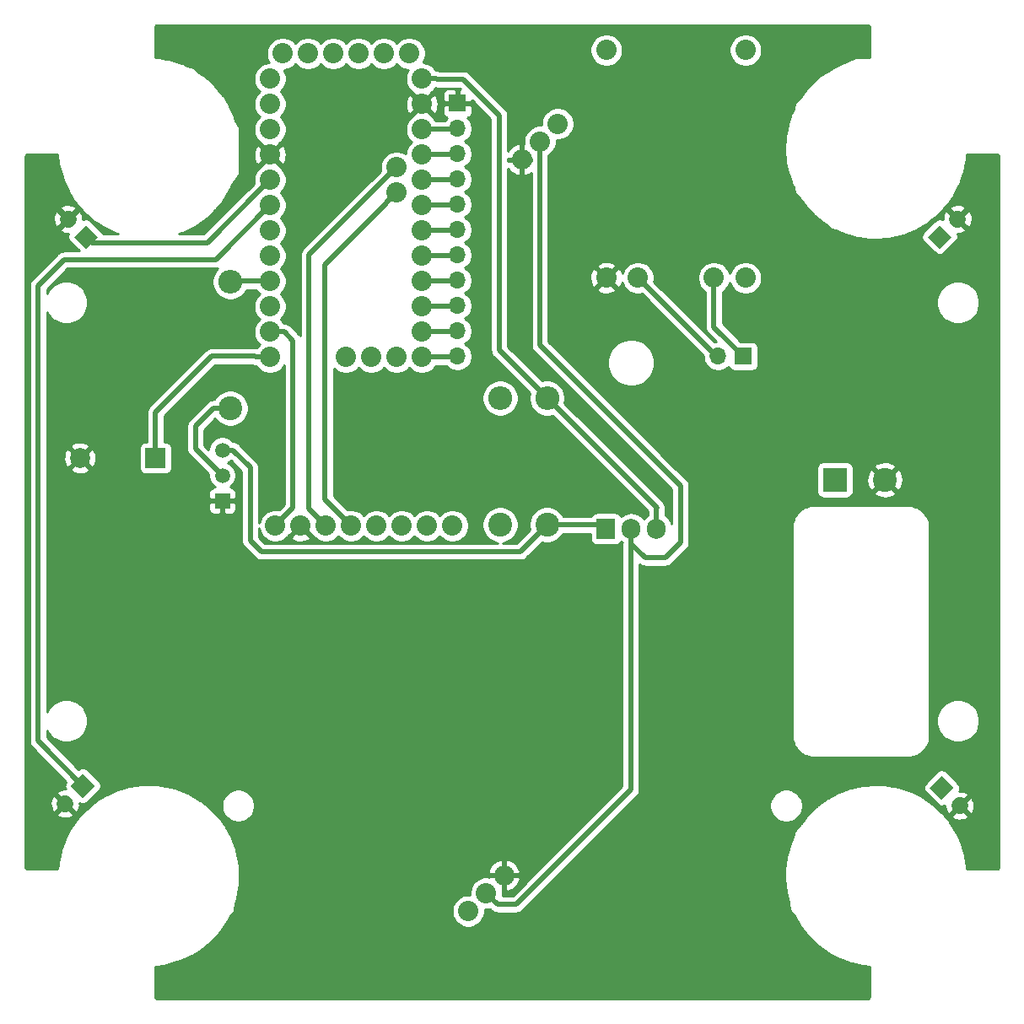
<source format=gtl>
G04 #@! TF.GenerationSoftware,KiCad,Pcbnew,5.1.5-52549c5~84~ubuntu18.04.1*
G04 #@! TF.CreationDate,2020-01-22T11:35:12-05:00*
G04 #@! TF.ProjectId,GeaiRareDit_PCB_Kicad5,47656169-5261-4726-9544-69745f504342,1.0*
G04 #@! TF.SameCoordinates,Original*
G04 #@! TF.FileFunction,Copper,L1,Top*
G04 #@! TF.FilePolarity,Positive*
%FSLAX46Y46*%
G04 Gerber Fmt 4.6, Leading zero omitted, Abs format (unit mm)*
G04 Created by KiCad (PCBNEW 5.1.5-52549c5~84~ubuntu18.04.1) date 2020-01-22 11:35:12*
%MOMM*%
%LPD*%
G04 APERTURE LIST*
%ADD10C,2.032000*%
%ADD11R,1.700000X1.700000*%
%ADD12O,1.700000X1.700000*%
%ADD13R,1.905000X2.000000*%
%ADD14O,1.905000X2.000000*%
%ADD15C,1.500000*%
%ADD16R,1.500000X1.500000*%
%ADD17C,2.400000*%
%ADD18O,2.400000X2.400000*%
%ADD19C,0.100000*%
%ADD20C,1.700000*%
%ADD21R,2.000000X2.000000*%
%ADD22C,2.000000*%
%ADD23R,2.400000X2.400000*%
%ADD24C,0.500000*%
%ADD25C,0.254000*%
G04 APERTURE END LIST*
D10*
X151859501Y-66368411D03*
X153655552Y-64572360D03*
X155451604Y-62776308D03*
X146471347Y-141802562D03*
X148267399Y-140006511D03*
X150063450Y-138210460D03*
D11*
X145382500Y-60723000D03*
D12*
X145382500Y-63263000D03*
X145382500Y-65803000D03*
X145382500Y-68343000D03*
X145382500Y-70883000D03*
X145382500Y-73423000D03*
X145382500Y-75963000D03*
X145382500Y-78503000D03*
X145382500Y-81043000D03*
X145382500Y-83583000D03*
X145382500Y-86123000D03*
D13*
X160282500Y-103423000D03*
D14*
X162822500Y-103423000D03*
X165362500Y-103423000D03*
D15*
X121782500Y-98083000D03*
X121782500Y-95543000D03*
D16*
X121782500Y-100623000D03*
D10*
X127842500Y-55723000D03*
X130382500Y-55723000D03*
X132922500Y-55723000D03*
X135462500Y-55723000D03*
X138002500Y-55723000D03*
X140542500Y-55723000D03*
X126572500Y-58263000D03*
X126572500Y-60803000D03*
X126572500Y-63343000D03*
X126572500Y-65883000D03*
X126572500Y-68423000D03*
X126572500Y-70963000D03*
X126572500Y-73503000D03*
X126572500Y-76043000D03*
X126572500Y-78583000D03*
X126572500Y-81123000D03*
X126572500Y-83663000D03*
X126572500Y-86203000D03*
X141812500Y-58263000D03*
X141812500Y-60803000D03*
X141812500Y-63343000D03*
X141812500Y-65883000D03*
X141812500Y-68423000D03*
X141812500Y-70963000D03*
X141812500Y-73503000D03*
X141812500Y-76043000D03*
X141812500Y-78583000D03*
X141812500Y-81123000D03*
X141812500Y-83663000D03*
X141812500Y-86203000D03*
X139272500Y-67153000D03*
X139272500Y-69693000D03*
X139272500Y-86203000D03*
X136732500Y-86203000D03*
X134192500Y-86203000D03*
D17*
X122582500Y-91323000D03*
D18*
X122582500Y-78623000D03*
D10*
X127102500Y-103123000D03*
X129642500Y-103123000D03*
X132182500Y-103123000D03*
X134722500Y-103123000D03*
X137262500Y-103123000D03*
X139802500Y-103123000D03*
X142342500Y-103123000D03*
X144882500Y-103123000D03*
G04 #@! TA.AperFunction,ComponentPad*
D19*
G36*
X106580418Y-129223000D02*
G01*
X107782500Y-128020918D01*
X108984582Y-129223000D01*
X107782500Y-130425082D01*
X106580418Y-129223000D01*
G37*
G04 #@! TD.AperFunction*
D20*
X105986449Y-131019051D02*
X105986449Y-131019051D01*
G04 #@! TA.AperFunction,ComponentPad*
D19*
G36*
X194984582Y-74123000D02*
G01*
X193782500Y-75325082D01*
X192580418Y-74123000D01*
X193782500Y-72920918D01*
X194984582Y-74123000D01*
G37*
G04 #@! TD.AperFunction*
D20*
X195578551Y-72326949D02*
X195578551Y-72326949D01*
D11*
X174082500Y-86123000D03*
D12*
X171542500Y-86123000D03*
D18*
X154382500Y-90323000D03*
D17*
X154382500Y-103023000D03*
D20*
X106286449Y-72326949D02*
X106286449Y-72326949D01*
G04 #@! TA.AperFunction,ComponentPad*
D19*
G36*
X108082500Y-72920918D02*
G01*
X109284582Y-74123000D01*
X108082500Y-75325082D01*
X106880418Y-74123000D01*
X108082500Y-72920918D01*
G37*
G04 #@! TD.AperFunction*
D17*
X149682500Y-103023000D03*
D18*
X149682500Y-90323000D03*
D20*
X195782500Y-131223000D02*
X195782500Y-131223000D01*
G04 #@! TA.AperFunction,ComponentPad*
D19*
G36*
X193986449Y-130629031D02*
G01*
X192784367Y-129426949D01*
X193986449Y-128224867D01*
X195188531Y-129426949D01*
X193986449Y-130629031D01*
G37*
G04 #@! TD.AperFunction*
D21*
X115082500Y-96323000D03*
D22*
X107482500Y-96323000D03*
D23*
X183282500Y-98523000D03*
D17*
X188282500Y-98523000D03*
D10*
X171122500Y-78243000D03*
X163502500Y-78243000D03*
X174297500Y-78243000D03*
X160327500Y-78243000D03*
X160327500Y-55383000D03*
X174297500Y-55383000D03*
D24*
X143249340Y-58263000D02*
X143309340Y-58323000D01*
X141812500Y-58263000D02*
X143249340Y-58263000D01*
X143309340Y-58323000D02*
X145982500Y-58323000D01*
X145982500Y-58323000D02*
X149582500Y-61923000D01*
X149582500Y-85523000D02*
X154382500Y-90323000D01*
X149582500Y-61923000D02*
X149582500Y-85523000D01*
X154382500Y-90323000D02*
X165382500Y-101323000D01*
X165362500Y-101343000D02*
X165362500Y-103423000D01*
X165382500Y-101323000D02*
X165362500Y-101343000D01*
X171122500Y-83163000D02*
X174082500Y-86123000D01*
X171122500Y-78243000D02*
X171122500Y-83163000D01*
X171382500Y-86123000D02*
X171542500Y-86123000D01*
X163502500Y-78243000D02*
X171382500Y-86123000D01*
X126572500Y-70963000D02*
X121112500Y-76423000D01*
X121112500Y-76423000D02*
X105882500Y-76423000D01*
X105882500Y-76423000D02*
X103282500Y-79023000D01*
X103282500Y-124723000D02*
X107782500Y-129223000D01*
X103282500Y-79023000D02*
X103282500Y-124723000D01*
X125556501Y-69438999D02*
X126572500Y-68423000D01*
X120271459Y-74724041D02*
X125556501Y-69438999D01*
X108683541Y-74724041D02*
X120271459Y-74724041D01*
X108082500Y-74123000D02*
X108683541Y-74724041D01*
X120885444Y-91323000D02*
X119082500Y-93125944D01*
X122582500Y-91323000D02*
X120885444Y-91323000D01*
X119082500Y-95383000D02*
X121782500Y-98083000D01*
X119082500Y-93125944D02*
X119082500Y-95383000D01*
X122843160Y-95543000D02*
X124582500Y-97282340D01*
X121782500Y-95543000D02*
X122843160Y-95543000D01*
X124582500Y-97282340D02*
X124582500Y-104623000D01*
X124582500Y-104623000D02*
X125682500Y-105723000D01*
X151682500Y-105723000D02*
X154382500Y-103023000D01*
X125682500Y-105723000D02*
X151682500Y-105723000D01*
X159882500Y-103023000D02*
X160282500Y-103423000D01*
X154382500Y-103023000D02*
X159882500Y-103023000D01*
X128009340Y-83663000D02*
X128882500Y-84536160D01*
X126572500Y-83663000D02*
X128009340Y-83663000D01*
X128882500Y-101343000D02*
X127102500Y-103123000D01*
X128882500Y-84536160D02*
X128882500Y-101343000D01*
X139272500Y-67153000D02*
X130482500Y-75943000D01*
X130482500Y-101423000D02*
X132182500Y-103123000D01*
X130482500Y-75943000D02*
X130482500Y-101423000D01*
X138256501Y-70708999D02*
X138256501Y-70748999D01*
X139272500Y-69693000D02*
X138256501Y-70708999D01*
X138256501Y-70748999D02*
X132082500Y-76923000D01*
X132082500Y-100483000D02*
X134722500Y-103123000D01*
X132082500Y-76923000D02*
X132082500Y-100483000D01*
X122622500Y-78583000D02*
X122582500Y-78623000D01*
X126572500Y-78583000D02*
X122622500Y-78583000D01*
X125135660Y-86203000D02*
X125055660Y-86123000D01*
X126572500Y-86203000D02*
X125135660Y-86203000D01*
X125055660Y-86123000D02*
X120682500Y-86123000D01*
X115082500Y-91723000D02*
X115082500Y-96323000D01*
X120682500Y-86123000D02*
X115082500Y-91723000D01*
X149383888Y-141123000D02*
X148267399Y-140006511D01*
X151282500Y-141123000D02*
X149383888Y-141123000D01*
X162782500Y-104963000D02*
X162782500Y-129623000D01*
X162822500Y-103423000D02*
X162822500Y-104923000D01*
X162782500Y-129623000D02*
X151282500Y-141123000D01*
X162822500Y-104923000D02*
X162782500Y-104963000D01*
X153655552Y-84996052D02*
X153655552Y-64572360D01*
X166282500Y-106323000D02*
X167782500Y-104823000D01*
X167782500Y-104823000D02*
X167782500Y-99123000D01*
X162822500Y-104923000D02*
X164222500Y-106323000D01*
X167782500Y-99123000D02*
X153655552Y-84996052D01*
X164222500Y-106323000D02*
X166282500Y-106323000D01*
X145328000Y-65883000D02*
X145355000Y-65910000D01*
X145328000Y-76043000D02*
X145355000Y-76070000D01*
X145328000Y-73503000D02*
X145355000Y-73530000D01*
X145328000Y-70963000D02*
X145355000Y-70990000D01*
X145328000Y-68423000D02*
X145355000Y-68450000D01*
X145328000Y-86203000D02*
X145355000Y-86230000D01*
X145328000Y-83663000D02*
X145355000Y-83690000D01*
X145328000Y-81123000D02*
X145355000Y-81150000D01*
X145328000Y-78583000D02*
X145355000Y-78610000D01*
X145328000Y-60803000D02*
X145355000Y-60830000D01*
X145328000Y-63343000D02*
X145355000Y-63370000D01*
X145302500Y-63343000D02*
X145382500Y-63263000D01*
X141812500Y-63343000D02*
X145302500Y-63343000D01*
X145302500Y-65883000D02*
X145382500Y-65803000D01*
X141812500Y-65883000D02*
X145302500Y-65883000D01*
X145302500Y-68423000D02*
X145382500Y-68343000D01*
X141812500Y-68423000D02*
X145302500Y-68423000D01*
X145302500Y-70963000D02*
X145382500Y-70883000D01*
X141812500Y-70963000D02*
X145302500Y-70963000D01*
X145302500Y-73503000D02*
X145382500Y-73423000D01*
X141812500Y-73503000D02*
X145302500Y-73503000D01*
X145302500Y-76043000D02*
X145382500Y-75963000D01*
X141812500Y-76043000D02*
X145302500Y-76043000D01*
X145302500Y-78583000D02*
X145382500Y-78503000D01*
X141812500Y-78583000D02*
X145302500Y-78583000D01*
X145302500Y-81123000D02*
X145382500Y-81043000D01*
X141812500Y-81123000D02*
X145302500Y-81123000D01*
X145302500Y-83663000D02*
X145382500Y-83583000D01*
X141812500Y-83663000D02*
X145302500Y-83663000D01*
X145302500Y-86203000D02*
X145382500Y-86123000D01*
X141812500Y-86203000D02*
X145302500Y-86203000D01*
D25*
G36*
X186722501Y-52996382D02*
G01*
X186722500Y-56090083D01*
X186643600Y-56093390D01*
X186619961Y-56096000D01*
X185382500Y-56096000D01*
X185357724Y-56098440D01*
X185325704Y-56109408D01*
X184393553Y-56575484D01*
X184232188Y-56623282D01*
X184193343Y-56637728D01*
X184154352Y-56651766D01*
X184148053Y-56654571D01*
X184148039Y-56654576D01*
X184148027Y-56654582D01*
X183094219Y-57130395D01*
X183057687Y-57149983D01*
X183020969Y-57169179D01*
X183015107Y-57172814D01*
X183015095Y-57172820D01*
X183015085Y-57172827D01*
X182035602Y-57787256D01*
X182002097Y-57811599D01*
X181968293Y-57835622D01*
X181962968Y-57840027D01*
X181075926Y-58581709D01*
X181046007Y-58610400D01*
X181015804Y-58638762D01*
X181011134Y-58643842D01*
X181011126Y-58643849D01*
X181011120Y-58643857D01*
X180232949Y-59499056D01*
X180207180Y-59531569D01*
X180181127Y-59563741D01*
X180177190Y-59569406D01*
X180177182Y-59569416D01*
X180177176Y-59569426D01*
X179783135Y-60142759D01*
X179292697Y-60633197D01*
X179276903Y-60652443D01*
X179265167Y-60674399D01*
X179258524Y-60695450D01*
X179124083Y-61300436D01*
X178957038Y-61632567D01*
X178940982Y-61670763D01*
X178924519Y-61708806D01*
X178922254Y-61715313D01*
X178922246Y-61715332D01*
X178922241Y-61715350D01*
X178547714Y-62809252D01*
X178536993Y-62849264D01*
X178525843Y-62889199D01*
X178524477Y-62895974D01*
X178301872Y-64030604D01*
X178296679Y-64071712D01*
X178291053Y-64112779D01*
X178290619Y-64119676D01*
X178224060Y-65274018D01*
X178224494Y-65315467D01*
X178224494Y-65356900D01*
X178225000Y-65363777D01*
X178225000Y-65363793D01*
X178225002Y-65363807D01*
X178315720Y-66516489D01*
X178321773Y-66557482D01*
X178327398Y-66598546D01*
X178328832Y-66605293D01*
X178328834Y-66605305D01*
X178328837Y-66605316D01*
X178575154Y-67735024D01*
X178586725Y-67774854D01*
X178597861Y-67814737D01*
X178600197Y-67821225D01*
X178600201Y-67821239D01*
X178600207Y-67821252D01*
X178997562Y-68907077D01*
X179014411Y-68944922D01*
X179030876Y-68982970D01*
X179034069Y-68989075D01*
X179034078Y-68989095D01*
X179034088Y-68989112D01*
X179129260Y-69168860D01*
X179258524Y-69750550D01*
X179266281Y-69774207D01*
X179278504Y-69795897D01*
X179292697Y-69812803D01*
X179763591Y-70283697D01*
X180297162Y-71026241D01*
X180323580Y-71058175D01*
X180349659Y-71090380D01*
X180354382Y-71095409D01*
X180354389Y-71095418D01*
X180354397Y-71095425D01*
X181150307Y-71934139D01*
X181180803Y-71962182D01*
X181211023Y-71990560D01*
X181216394Y-71994909D01*
X182118775Y-72717852D01*
X182152777Y-72741485D01*
X182186586Y-72765511D01*
X182192490Y-72769086D01*
X182192497Y-72769091D01*
X182192504Y-72769094D01*
X182333182Y-72853288D01*
X182792697Y-73312803D01*
X182811943Y-73328597D01*
X182833899Y-73340333D01*
X182859782Y-73347951D01*
X183337884Y-73434879D01*
X184328191Y-73857281D01*
X184367316Y-73870906D01*
X184406321Y-73884949D01*
X184412973Y-73886806D01*
X184412981Y-73886808D01*
X185528257Y-74191913D01*
X185568866Y-74200101D01*
X185609419Y-74208721D01*
X185616263Y-74209659D01*
X185616267Y-74209659D01*
X186762634Y-74360581D01*
X186803998Y-74363183D01*
X186845326Y-74366218D01*
X186852237Y-74366218D01*
X188008481Y-74360164D01*
X188049812Y-74357129D01*
X188091172Y-74354527D01*
X188098020Y-74353589D01*
X188262243Y-74330217D01*
X188359782Y-74347951D01*
X188384595Y-74349983D01*
X188409328Y-74347134D01*
X188434080Y-74339054D01*
X188544278Y-74290077D01*
X189242743Y-74190671D01*
X189283285Y-74182054D01*
X189323906Y-74173863D01*
X189330550Y-74172007D01*
X189330561Y-74172005D01*
X189330571Y-74172002D01*
X189502593Y-74123000D01*
X191942346Y-74123000D01*
X191954606Y-74247482D01*
X191990916Y-74367180D01*
X192049881Y-74477494D01*
X192129233Y-74574185D01*
X193331315Y-75776267D01*
X193428006Y-75855619D01*
X193538320Y-75914584D01*
X193658018Y-75950894D01*
X193782500Y-75963154D01*
X193906982Y-75950894D01*
X194026680Y-75914584D01*
X194136994Y-75855619D01*
X194233685Y-75776267D01*
X195435767Y-74574185D01*
X195515119Y-74477494D01*
X195574084Y-74367180D01*
X195610394Y-74247482D01*
X195622654Y-74123000D01*
X195610394Y-73998518D01*
X195574084Y-73878820D01*
X195534357Y-73804497D01*
X195647366Y-73810358D01*
X195935443Y-73768429D01*
X196209804Y-73671105D01*
X196345469Y-73598586D01*
X196422239Y-73350242D01*
X195578551Y-72506554D01*
X195564409Y-72520697D01*
X195384804Y-72341092D01*
X195398946Y-72326949D01*
X195758156Y-72326949D01*
X196601844Y-73170637D01*
X196850188Y-73093867D01*
X196922707Y-72958202D01*
X197020031Y-72683841D01*
X197061960Y-72395764D01*
X197046882Y-72105043D01*
X196975376Y-71822849D01*
X196850192Y-71560028D01*
X196602310Y-71482795D01*
X195758156Y-72326949D01*
X195398946Y-72326949D01*
X194555258Y-71483261D01*
X194306914Y-71560031D01*
X194234395Y-71695696D01*
X194137071Y-71970057D01*
X194095142Y-72258134D01*
X194101003Y-72371143D01*
X194026680Y-72331416D01*
X193906982Y-72295106D01*
X193782500Y-72282846D01*
X193658018Y-72295106D01*
X193538320Y-72331416D01*
X193428006Y-72390381D01*
X193331315Y-72469733D01*
X192129233Y-73671815D01*
X192049881Y-73768506D01*
X191990916Y-73878820D01*
X191954606Y-73998518D01*
X191942346Y-74123000D01*
X189502593Y-74123000D01*
X190442585Y-73855236D01*
X190481569Y-73841201D01*
X190520715Y-73827569D01*
X190527049Y-73824828D01*
X190527057Y-73824825D01*
X190527064Y-73824822D01*
X191585802Y-73360067D01*
X191622520Y-73340872D01*
X191659453Y-73322053D01*
X191665365Y-73318473D01*
X192651239Y-72714329D01*
X192685023Y-72690320D01*
X192719051Y-72666670D01*
X192724422Y-72662320D01*
X193619182Y-71929967D01*
X193649397Y-71901593D01*
X193679897Y-71873547D01*
X193684621Y-71868517D01*
X193684629Y-71868509D01*
X193684636Y-71868501D01*
X194209522Y-71303656D01*
X194734863Y-71303656D01*
X195578551Y-72147344D01*
X196422705Y-71303190D01*
X196345472Y-71055308D01*
X196082651Y-70930124D01*
X195800457Y-70858618D01*
X195509736Y-70843540D01*
X195221659Y-70885469D01*
X194947298Y-70982793D01*
X194811633Y-71055312D01*
X194734863Y-71303656D01*
X194209522Y-71303656D01*
X194471719Y-71021499D01*
X194497790Y-70989304D01*
X194524217Y-70957360D01*
X194528220Y-70951726D01*
X195193075Y-70005733D01*
X195214556Y-69970265D01*
X195236382Y-69935063D01*
X195239577Y-69928951D01*
X195239584Y-69928939D01*
X195239589Y-69928927D01*
X195769901Y-68901466D01*
X195786379Y-68863389D01*
X195803216Y-68825572D01*
X195805552Y-68819084D01*
X195805558Y-68819070D01*
X195805562Y-68819057D01*
X196191525Y-67729131D01*
X196202672Y-67689207D01*
X196214232Y-67649418D01*
X196215669Y-67642658D01*
X196450144Y-66510422D01*
X196455768Y-66469364D01*
X196461823Y-66428364D01*
X196462329Y-66421472D01*
X196499038Y-65883000D01*
X199609120Y-65883000D01*
X199722500Y-65996381D01*
X199722501Y-137449618D01*
X199609120Y-137563000D01*
X196515417Y-137563000D01*
X196512110Y-137484100D01*
X196508509Y-137451486D01*
X196506105Y-137418743D01*
X196505095Y-137411906D01*
X196330198Y-136268950D01*
X196321157Y-136228503D01*
X196312541Y-136187969D01*
X196310613Y-136181332D01*
X195982218Y-135072688D01*
X195967772Y-135033843D01*
X195953734Y-134994852D01*
X195950929Y-134988553D01*
X195950924Y-134988539D01*
X195950918Y-134988527D01*
X195475105Y-133934719D01*
X195455517Y-133898187D01*
X195436321Y-133861469D01*
X195432686Y-133855607D01*
X195432680Y-133855595D01*
X195432673Y-133855585D01*
X194818244Y-132876102D01*
X194793901Y-132842597D01*
X194769878Y-132808793D01*
X194765473Y-132803468D01*
X194299603Y-132246293D01*
X194938812Y-132246293D01*
X195015582Y-132494637D01*
X195151247Y-132567156D01*
X195425608Y-132664480D01*
X195713685Y-132706409D01*
X196004406Y-132691331D01*
X196286600Y-132619825D01*
X196549421Y-132494641D01*
X196626654Y-132246759D01*
X195782500Y-131402605D01*
X194938812Y-132246293D01*
X194299603Y-132246293D01*
X194023791Y-131916426D01*
X193995100Y-131886507D01*
X193966738Y-131856304D01*
X193961658Y-131851634D01*
X193961651Y-131851626D01*
X193961643Y-131851620D01*
X193106444Y-131073449D01*
X193073931Y-131047680D01*
X193041759Y-131021627D01*
X193036094Y-131017690D01*
X193036084Y-131017682D01*
X193036074Y-131017676D01*
X192083180Y-130362770D01*
X192047526Y-130341684D01*
X192012061Y-130320206D01*
X192005903Y-130317068D01*
X190972933Y-129797538D01*
X190934737Y-129781482D01*
X190896694Y-129765019D01*
X190890187Y-129762754D01*
X190890168Y-129762746D01*
X190890150Y-129762741D01*
X189909384Y-129426949D01*
X192146295Y-129426949D01*
X192158555Y-129551431D01*
X192194865Y-129671129D01*
X192253830Y-129781443D01*
X192333182Y-129878134D01*
X193535264Y-131080216D01*
X193631955Y-131159568D01*
X193742269Y-131218533D01*
X193861967Y-131254843D01*
X193986449Y-131267103D01*
X194110931Y-131254843D01*
X194230629Y-131218533D01*
X194304952Y-131178806D01*
X194299091Y-131291815D01*
X194341020Y-131579892D01*
X194438344Y-131854253D01*
X194510863Y-131989918D01*
X194759207Y-132066688D01*
X195602895Y-131223000D01*
X195962105Y-131223000D01*
X196806259Y-132067154D01*
X197054141Y-131989921D01*
X197179325Y-131727100D01*
X197250831Y-131444906D01*
X197265909Y-131154185D01*
X197223980Y-130866108D01*
X197126656Y-130591747D01*
X197054137Y-130456082D01*
X196805793Y-130379312D01*
X195962105Y-131223000D01*
X195602895Y-131223000D01*
X195588753Y-131208858D01*
X195768358Y-131029253D01*
X195782500Y-131043395D01*
X196626188Y-130199707D01*
X196549418Y-129951363D01*
X196413753Y-129878844D01*
X196139392Y-129781520D01*
X195851315Y-129739591D01*
X195738306Y-129745452D01*
X195778033Y-129671129D01*
X195814343Y-129551431D01*
X195826603Y-129426949D01*
X195814343Y-129302467D01*
X195778033Y-129182769D01*
X195719068Y-129072455D01*
X195639716Y-128975764D01*
X194437634Y-127773682D01*
X194340943Y-127694330D01*
X194230629Y-127635365D01*
X194110931Y-127599055D01*
X193986449Y-127586795D01*
X193861967Y-127599055D01*
X193742269Y-127635365D01*
X193631955Y-127694330D01*
X193535264Y-127773682D01*
X192333182Y-128975764D01*
X192253830Y-129072455D01*
X192194865Y-129182769D01*
X192158555Y-129302467D01*
X192146295Y-129426949D01*
X189909384Y-129426949D01*
X189796248Y-129388214D01*
X189756236Y-129377493D01*
X189716301Y-129366343D01*
X189709530Y-129364978D01*
X189709527Y-129364977D01*
X189709524Y-129364977D01*
X188574896Y-129142372D01*
X188533788Y-129137179D01*
X188492721Y-129131553D01*
X188485824Y-129131119D01*
X187331482Y-129064560D01*
X187290033Y-129064994D01*
X187248599Y-129064994D01*
X187241723Y-129065500D01*
X187241707Y-129065500D01*
X187241693Y-129065502D01*
X186089011Y-129156220D01*
X186048024Y-129162272D01*
X186006953Y-129167898D01*
X186000206Y-129169332D01*
X186000194Y-129169334D01*
X186000183Y-129169337D01*
X184870476Y-129415654D01*
X184830623Y-129427232D01*
X184790763Y-129438361D01*
X184784280Y-129440695D01*
X184784260Y-129440701D01*
X184784243Y-129440709D01*
X183698424Y-129838062D01*
X183660597Y-129854903D01*
X183622530Y-129871376D01*
X183616412Y-129874575D01*
X183616405Y-129874578D01*
X183616399Y-129874582D01*
X182594543Y-130415627D01*
X182559350Y-130437447D01*
X182523872Y-130458933D01*
X182518250Y-130462929D01*
X182518239Y-130462936D01*
X182518230Y-130462944D01*
X181579259Y-131137662D01*
X181547325Y-131164080D01*
X181515120Y-131190159D01*
X181510091Y-131194882D01*
X181510082Y-131194889D01*
X181510075Y-131194897D01*
X180671361Y-131990807D01*
X180643318Y-132021303D01*
X180614940Y-132051523D01*
X180610591Y-132056894D01*
X179887648Y-132959275D01*
X179864015Y-132993277D01*
X179839989Y-133027086D01*
X179836414Y-133032990D01*
X179836409Y-133032997D01*
X179836406Y-133033004D01*
X179752212Y-133173682D01*
X179292697Y-133633197D01*
X179276903Y-133652443D01*
X179265167Y-133674399D01*
X179259292Y-133692198D01*
X179091189Y-134364610D01*
X178748219Y-135168691D01*
X178734578Y-135207862D01*
X178720552Y-135246821D01*
X178718693Y-135253478D01*
X178413587Y-136368757D01*
X178405399Y-136409366D01*
X178396779Y-136449919D01*
X178395841Y-136456766D01*
X178244919Y-137603134D01*
X178242317Y-137644498D01*
X178239282Y-137685826D01*
X178239282Y-137692737D01*
X178245336Y-138848981D01*
X178248371Y-138890312D01*
X178250973Y-138931672D01*
X178251911Y-138938520D01*
X178414829Y-140083243D01*
X178423446Y-140123785D01*
X178431637Y-140164406D01*
X178433493Y-140171050D01*
X178433495Y-140171061D01*
X178433498Y-140171071D01*
X178659846Y-140965670D01*
X178756481Y-141738752D01*
X178761975Y-141763035D01*
X178772102Y-141785779D01*
X178783330Y-141802336D01*
X179200360Y-142323624D01*
X179245433Y-142426302D01*
X179264628Y-142463020D01*
X179283447Y-142499953D01*
X179287027Y-142505865D01*
X179891171Y-143491739D01*
X179915180Y-143525523D01*
X179938830Y-143559551D01*
X179943180Y-143564922D01*
X180675533Y-144459682D01*
X180703907Y-144489897D01*
X180731953Y-144520397D01*
X180736983Y-144525121D01*
X180736991Y-144525129D01*
X180736999Y-144525136D01*
X181584001Y-145312219D01*
X181616196Y-145338290D01*
X181648140Y-145364717D01*
X181653768Y-145368716D01*
X181653772Y-145368719D01*
X181653774Y-145368720D01*
X182599767Y-146033575D01*
X182635235Y-146055056D01*
X182670437Y-146076882D01*
X182676549Y-146080077D01*
X182676561Y-146080084D01*
X182676573Y-146080089D01*
X183704034Y-146610401D01*
X183742111Y-146626879D01*
X183779928Y-146643716D01*
X183786416Y-146646052D01*
X183786430Y-146646058D01*
X183786443Y-146646062D01*
X184876369Y-147032025D01*
X184916293Y-147043172D01*
X184956082Y-147054732D01*
X184962838Y-147056168D01*
X184962841Y-147056169D01*
X184962844Y-147056169D01*
X186095078Y-147290644D01*
X186136136Y-147296268D01*
X186177136Y-147302323D01*
X186184028Y-147302829D01*
X186722500Y-147339538D01*
X186722501Y-150449618D01*
X186609120Y-150563000D01*
X115155881Y-150563000D01*
X115042500Y-150449620D01*
X115042500Y-147355917D01*
X115121400Y-147352610D01*
X115154023Y-147349009D01*
X115186757Y-147346605D01*
X115193594Y-147345595D01*
X116336550Y-147170698D01*
X116376988Y-147161659D01*
X116417531Y-147153041D01*
X116424168Y-147151113D01*
X117532812Y-146822718D01*
X117571657Y-146808272D01*
X117610648Y-146794234D01*
X117616947Y-146791429D01*
X117616961Y-146791424D01*
X117616973Y-146791418D01*
X118670782Y-146315605D01*
X118707295Y-146296027D01*
X118744032Y-146276821D01*
X118749893Y-146273186D01*
X118749905Y-146273180D01*
X118749915Y-146273173D01*
X119729398Y-145658744D01*
X119762869Y-145634426D01*
X119796707Y-145610379D01*
X119802032Y-145605973D01*
X120689073Y-144864291D01*
X120718950Y-144835640D01*
X120749196Y-144807237D01*
X120753874Y-144802150D01*
X121532051Y-143946944D01*
X121557820Y-143914431D01*
X121583873Y-143882259D01*
X121587810Y-143876594D01*
X121587818Y-143876584D01*
X121587824Y-143876574D01*
X122242730Y-142923680D01*
X122263793Y-142888064D01*
X122285295Y-142852561D01*
X122288432Y-142846403D01*
X122557552Y-142311318D01*
X122980064Y-141804303D01*
X122994051Y-141783707D01*
X123003751Y-141760778D01*
X123008723Y-141737025D01*
X123089508Y-141009956D01*
X123217286Y-140636748D01*
X123228010Y-140596725D01*
X123239157Y-140556801D01*
X123240523Y-140550026D01*
X123463128Y-139415397D01*
X123468322Y-139374283D01*
X123473947Y-139333222D01*
X123474381Y-139326324D01*
X123540940Y-138171983D01*
X123540506Y-138130534D01*
X123540506Y-138089099D01*
X123540000Y-138082223D01*
X123540000Y-138082208D01*
X123539998Y-138082195D01*
X123519856Y-137826262D01*
X148449562Y-137826262D01*
X148568597Y-138083460D01*
X149936450Y-138083460D01*
X149936450Y-136715607D01*
X150190450Y-136715607D01*
X150190450Y-138083460D01*
X151558303Y-138083460D01*
X151677338Y-137826262D01*
X151571374Y-137518790D01*
X151407462Y-137237899D01*
X151191900Y-136994383D01*
X150932972Y-136797600D01*
X150640629Y-136655112D01*
X150447648Y-136596572D01*
X150190450Y-136715607D01*
X149936450Y-136715607D01*
X149679252Y-136596572D01*
X149371780Y-136702536D01*
X149090889Y-136866448D01*
X148847373Y-137082010D01*
X148650590Y-137340938D01*
X148508102Y-137633281D01*
X148449562Y-137826262D01*
X123519856Y-137826262D01*
X123488094Y-137422688D01*
X123508723Y-137237025D01*
X123509034Y-137212130D01*
X123504482Y-137187654D01*
X123499231Y-137172972D01*
X123461515Y-137084967D01*
X123449280Y-136929511D01*
X123443228Y-136888524D01*
X123437602Y-136847453D01*
X123436168Y-136840706D01*
X123436166Y-136840694D01*
X123436163Y-136840683D01*
X123189846Y-135710976D01*
X123178268Y-135671123D01*
X123167139Y-135631263D01*
X123164805Y-135624780D01*
X123164799Y-135624760D01*
X123164791Y-135624743D01*
X122767438Y-134538924D01*
X122750597Y-134501097D01*
X122734124Y-134463030D01*
X122730922Y-134456906D01*
X122730922Y-134456905D01*
X122730918Y-134456899D01*
X122189873Y-133435043D01*
X122168053Y-133399850D01*
X122146567Y-133364372D01*
X122142571Y-133358750D01*
X122142564Y-133358739D01*
X122142556Y-133358730D01*
X121467838Y-132419759D01*
X121441420Y-132387825D01*
X121415341Y-132355620D01*
X121410618Y-132350591D01*
X121410611Y-132350582D01*
X121410603Y-132350575D01*
X120614693Y-131511861D01*
X120584197Y-131483818D01*
X120553977Y-131455440D01*
X120548606Y-131451091D01*
X120058362Y-131058331D01*
X121710590Y-131058331D01*
X121710590Y-131387669D01*
X121774840Y-131710678D01*
X121900872Y-132014947D01*
X122083842Y-132288781D01*
X122316719Y-132521658D01*
X122590553Y-132704628D01*
X122894822Y-132830660D01*
X123217831Y-132894910D01*
X123547169Y-132894910D01*
X123870178Y-132830660D01*
X124174447Y-132704628D01*
X124448281Y-132521658D01*
X124681158Y-132288781D01*
X124864128Y-132014947D01*
X124990160Y-131710678D01*
X125054410Y-131387669D01*
X125054410Y-131058331D01*
X124990160Y-130735322D01*
X124864128Y-130431053D01*
X124681158Y-130157219D01*
X124448281Y-129924342D01*
X124174447Y-129741372D01*
X123870178Y-129615340D01*
X123547169Y-129551090D01*
X123217831Y-129551090D01*
X122894822Y-129615340D01*
X122590553Y-129741372D01*
X122316719Y-129924342D01*
X122083842Y-130157219D01*
X121900872Y-130431053D01*
X121774840Y-130735322D01*
X121710590Y-131058331D01*
X120058362Y-131058331D01*
X119646225Y-130728148D01*
X119612223Y-130704515D01*
X119578414Y-130680489D01*
X119572510Y-130676914D01*
X119572503Y-130676909D01*
X119572496Y-130676906D01*
X118580356Y-130083122D01*
X118543459Y-130064322D01*
X118506704Y-130045107D01*
X118500368Y-130042366D01*
X118500362Y-130042363D01*
X118500357Y-130042361D01*
X117436809Y-129588719D01*
X117397638Y-129575078D01*
X117358679Y-129561052D01*
X117352027Y-129559194D01*
X117352019Y-129559192D01*
X116236743Y-129254087D01*
X116196134Y-129245899D01*
X116155581Y-129237279D01*
X116148737Y-129236341D01*
X116148733Y-129236341D01*
X115546964Y-129157117D01*
X115434080Y-129106946D01*
X115410447Y-129099113D01*
X115385741Y-129096041D01*
X115357593Y-129098466D01*
X115255922Y-129118800D01*
X115002366Y-129085419D01*
X114961006Y-129082817D01*
X114919675Y-129079782D01*
X114912763Y-129079782D01*
X113756519Y-129085836D01*
X113715194Y-129088871D01*
X113673827Y-129091473D01*
X113666980Y-129092411D01*
X112522256Y-129255329D01*
X112481695Y-129263950D01*
X112441094Y-129272137D01*
X112434453Y-129273992D01*
X112434438Y-129273995D01*
X112434425Y-129274000D01*
X111322415Y-129590764D01*
X111283447Y-129604793D01*
X111244284Y-129618431D01*
X111237951Y-129621172D01*
X111237943Y-129621175D01*
X111237936Y-129621178D01*
X110179198Y-130085933D01*
X110142501Y-130105118D01*
X110105546Y-130123947D01*
X110099635Y-130127527D01*
X109113761Y-130731671D01*
X109079953Y-130755697D01*
X109045950Y-130779330D01*
X109040579Y-130783679D01*
X108145818Y-131516033D01*
X108115626Y-131544385D01*
X108085102Y-131572453D01*
X108080372Y-131577491D01*
X107293281Y-132424501D01*
X107267205Y-132456701D01*
X107240783Y-132488640D01*
X107236786Y-132494266D01*
X107236780Y-132494273D01*
X107236776Y-132494280D01*
X106571925Y-133440267D01*
X106550464Y-133475703D01*
X106528618Y-133510937D01*
X106525420Y-133517055D01*
X106525416Y-133517061D01*
X106525416Y-133517062D01*
X105995099Y-134544534D01*
X105978656Y-134582531D01*
X105961783Y-134620428D01*
X105959450Y-134626911D01*
X105959442Y-134626930D01*
X105959437Y-134626948D01*
X105573475Y-135716869D01*
X105562331Y-135756781D01*
X105550768Y-135796582D01*
X105549331Y-135803342D01*
X105314856Y-136935578D01*
X105309233Y-136976628D01*
X105303177Y-137017635D01*
X105302671Y-137024528D01*
X105265962Y-137563000D01*
X102155881Y-137563000D01*
X102042500Y-137449620D01*
X102042500Y-132042810D01*
X105142295Y-132042810D01*
X105219528Y-132290692D01*
X105482349Y-132415876D01*
X105764543Y-132487382D01*
X106055264Y-132502460D01*
X106343341Y-132460531D01*
X106617702Y-132363207D01*
X106753367Y-132290688D01*
X106830137Y-132042344D01*
X105986449Y-131198656D01*
X105142295Y-132042810D01*
X102042500Y-132042810D01*
X102042500Y-130950236D01*
X104503040Y-130950236D01*
X104518118Y-131240957D01*
X104589624Y-131523151D01*
X104714808Y-131785972D01*
X104962690Y-131863205D01*
X105806844Y-131019051D01*
X104963156Y-130175363D01*
X104714812Y-130252133D01*
X104642293Y-130387798D01*
X104544969Y-130662159D01*
X104503040Y-130950236D01*
X102042500Y-130950236D01*
X102042500Y-72395764D01*
X104803040Y-72395764D01*
X104844969Y-72683841D01*
X104942293Y-72958202D01*
X105014812Y-73093867D01*
X105263156Y-73170637D01*
X106106844Y-72326949D01*
X105262690Y-71482795D01*
X105014808Y-71560028D01*
X104889624Y-71822849D01*
X104818118Y-72105043D01*
X104803040Y-72395764D01*
X102042500Y-72395764D01*
X102042500Y-71303190D01*
X105442295Y-71303190D01*
X106286449Y-72147344D01*
X107130137Y-71303656D01*
X107053367Y-71055312D01*
X106917702Y-70982793D01*
X106643341Y-70885469D01*
X106355264Y-70843540D01*
X106064543Y-70858618D01*
X105782349Y-70930124D01*
X105519528Y-71055308D01*
X105442295Y-71303190D01*
X102042500Y-71303190D01*
X102042500Y-65996380D01*
X102155881Y-65883000D01*
X105249583Y-65883000D01*
X105252890Y-65961900D01*
X105256491Y-65994523D01*
X105258895Y-66027257D01*
X105259905Y-66034094D01*
X105434802Y-67177050D01*
X105443841Y-67217488D01*
X105452459Y-67258031D01*
X105454387Y-67264668D01*
X105782782Y-68373312D01*
X105797228Y-68412157D01*
X105811266Y-68451148D01*
X105814071Y-68457447D01*
X105814076Y-68457461D01*
X105814082Y-68457473D01*
X106289895Y-69511282D01*
X106309473Y-69547795D01*
X106328679Y-69584532D01*
X106332314Y-69590393D01*
X106332320Y-69590405D01*
X106332327Y-69590415D01*
X106946756Y-70569898D01*
X106971074Y-70603369D01*
X106995121Y-70637207D01*
X106999527Y-70642532D01*
X107741209Y-71529573D01*
X107769860Y-71559450D01*
X107798263Y-71589696D01*
X107803350Y-71594374D01*
X108658556Y-72372551D01*
X108691069Y-72398320D01*
X108723241Y-72424373D01*
X108728906Y-72428310D01*
X108728916Y-72428318D01*
X108728926Y-72428324D01*
X109681820Y-73083230D01*
X109717436Y-73104293D01*
X109752939Y-73125795D01*
X109759097Y-73128932D01*
X110792068Y-73648462D01*
X110830282Y-73664526D01*
X110868306Y-73680981D01*
X110874818Y-73683248D01*
X110874832Y-73683254D01*
X110874845Y-73683258D01*
X111329851Y-73839041D01*
X109852821Y-73839041D01*
X109815119Y-73768506D01*
X109735767Y-73671815D01*
X108533685Y-72469733D01*
X108436994Y-72390381D01*
X108326680Y-72331416D01*
X108206982Y-72295106D01*
X108082500Y-72282846D01*
X107958018Y-72295106D01*
X107838320Y-72331416D01*
X107763997Y-72371143D01*
X107769858Y-72258134D01*
X107727929Y-71970057D01*
X107630605Y-71695696D01*
X107558086Y-71560031D01*
X107309742Y-71483261D01*
X106466054Y-72326949D01*
X106480197Y-72341092D01*
X106300592Y-72520697D01*
X106286449Y-72506554D01*
X105442761Y-73350242D01*
X105519531Y-73598586D01*
X105655196Y-73671105D01*
X105929557Y-73768429D01*
X106217634Y-73810358D01*
X106330643Y-73804497D01*
X106290916Y-73878820D01*
X106254606Y-73998518D01*
X106242346Y-74123000D01*
X106254606Y-74247482D01*
X106290916Y-74367180D01*
X106349881Y-74477494D01*
X106429233Y-74574185D01*
X107393048Y-75538000D01*
X105925965Y-75538000D01*
X105882499Y-75533719D01*
X105839033Y-75538000D01*
X105839023Y-75538000D01*
X105709010Y-75550805D01*
X105542187Y-75601411D01*
X105388441Y-75683589D01*
X105388439Y-75683590D01*
X105388440Y-75683590D01*
X105287453Y-75766468D01*
X105287451Y-75766470D01*
X105253683Y-75794183D01*
X105225970Y-75827951D01*
X102687456Y-78366466D01*
X102653683Y-78394183D01*
X102543089Y-78528942D01*
X102460911Y-78682688D01*
X102410305Y-78849511D01*
X102397500Y-78979524D01*
X102397500Y-78979531D01*
X102393219Y-79023000D01*
X102397500Y-79066469D01*
X102397501Y-124679521D01*
X102393219Y-124723000D01*
X102410305Y-124896490D01*
X102460912Y-125063313D01*
X102543090Y-125217059D01*
X102625968Y-125318046D01*
X102625971Y-125318049D01*
X102653684Y-125351817D01*
X102687452Y-125379530D01*
X106106922Y-128799001D01*
X106049881Y-128868506D01*
X105990916Y-128978820D01*
X105954606Y-129098518D01*
X105942346Y-129223000D01*
X105954606Y-129347482D01*
X105990916Y-129467180D01*
X106030643Y-129541503D01*
X105917634Y-129535642D01*
X105629557Y-129577571D01*
X105355196Y-129674895D01*
X105219531Y-129747414D01*
X105142761Y-129995758D01*
X105986449Y-130839446D01*
X106000592Y-130825304D01*
X106180197Y-131004909D01*
X106166054Y-131019051D01*
X107009742Y-131862739D01*
X107258086Y-131785969D01*
X107330605Y-131650304D01*
X107427929Y-131375943D01*
X107469858Y-131087866D01*
X107463997Y-130974857D01*
X107538320Y-131014584D01*
X107658018Y-131050894D01*
X107782500Y-131063154D01*
X107906982Y-131050894D01*
X108026680Y-131014584D01*
X108136994Y-130955619D01*
X108233685Y-130876267D01*
X109435767Y-129674185D01*
X109515119Y-129577494D01*
X109574084Y-129467180D01*
X109610394Y-129347482D01*
X109622654Y-129223000D01*
X109610394Y-129098518D01*
X109574084Y-128978820D01*
X109515119Y-128868506D01*
X109435767Y-128771815D01*
X108233685Y-127569733D01*
X108136994Y-127490381D01*
X108026680Y-127431416D01*
X107906982Y-127395106D01*
X107782500Y-127382846D01*
X107658018Y-127395106D01*
X107538320Y-127431416D01*
X107428006Y-127490381D01*
X107358501Y-127547422D01*
X104167500Y-124356422D01*
X104167500Y-123648254D01*
X104209912Y-123750645D01*
X104447337Y-124105977D01*
X104749523Y-124408163D01*
X105104855Y-124645588D01*
X105499679Y-124809130D01*
X105918823Y-124892503D01*
X106346177Y-124892503D01*
X106765321Y-124809130D01*
X107160145Y-124645588D01*
X107515477Y-124408163D01*
X107817663Y-124105977D01*
X108055088Y-123750645D01*
X108218630Y-123355821D01*
X108302003Y-122936677D01*
X108302003Y-122509323D01*
X108218630Y-122090179D01*
X108055088Y-121695355D01*
X107817663Y-121340023D01*
X107515477Y-121037837D01*
X107160145Y-120800412D01*
X106765321Y-120636870D01*
X106346177Y-120553497D01*
X105918823Y-120553497D01*
X105499679Y-120636870D01*
X105104855Y-120800412D01*
X104749523Y-121037837D01*
X104447337Y-121340023D01*
X104209912Y-121695355D01*
X104167500Y-121797746D01*
X104167500Y-101373000D01*
X120394428Y-101373000D01*
X120406688Y-101497482D01*
X120442998Y-101617180D01*
X120501963Y-101727494D01*
X120581315Y-101824185D01*
X120678006Y-101903537D01*
X120788320Y-101962502D01*
X120908018Y-101998812D01*
X121032500Y-102011072D01*
X121496750Y-102008000D01*
X121655500Y-101849250D01*
X121655500Y-100750000D01*
X121909500Y-100750000D01*
X121909500Y-101849250D01*
X122068250Y-102008000D01*
X122532500Y-102011072D01*
X122656982Y-101998812D01*
X122776680Y-101962502D01*
X122886994Y-101903537D01*
X122983685Y-101824185D01*
X123063037Y-101727494D01*
X123122002Y-101617180D01*
X123158312Y-101497482D01*
X123170572Y-101373000D01*
X123167500Y-100908750D01*
X123008750Y-100750000D01*
X121909500Y-100750000D01*
X121655500Y-100750000D01*
X120556250Y-100750000D01*
X120397500Y-100908750D01*
X120394428Y-101373000D01*
X104167500Y-101373000D01*
X104167500Y-97458413D01*
X106526692Y-97458413D01*
X106622456Y-97722814D01*
X106912071Y-97863704D01*
X107223608Y-97945384D01*
X107545095Y-97964718D01*
X107864175Y-97920961D01*
X108168588Y-97815795D01*
X108342544Y-97722814D01*
X108438308Y-97458413D01*
X107482500Y-96502605D01*
X106526692Y-97458413D01*
X104167500Y-97458413D01*
X104167500Y-96385595D01*
X105840782Y-96385595D01*
X105884539Y-96704675D01*
X105989705Y-97009088D01*
X106082686Y-97183044D01*
X106347087Y-97278808D01*
X107302895Y-96323000D01*
X107662105Y-96323000D01*
X108617913Y-97278808D01*
X108882314Y-97183044D01*
X109023204Y-96893429D01*
X109104884Y-96581892D01*
X109124218Y-96260405D01*
X109080461Y-95941325D01*
X108975295Y-95636912D01*
X108882314Y-95462956D01*
X108617913Y-95367192D01*
X107662105Y-96323000D01*
X107302895Y-96323000D01*
X106347087Y-95367192D01*
X106082686Y-95462956D01*
X105941796Y-95752571D01*
X105860116Y-96064108D01*
X105840782Y-96385595D01*
X104167500Y-96385595D01*
X104167500Y-95187587D01*
X106526692Y-95187587D01*
X107482500Y-96143395D01*
X108438308Y-95187587D01*
X108342544Y-94923186D01*
X108052929Y-94782296D01*
X107741392Y-94700616D01*
X107419905Y-94681282D01*
X107100825Y-94725039D01*
X106796412Y-94830205D01*
X106622456Y-94923186D01*
X106526692Y-95187587D01*
X104167500Y-95187587D01*
X104167500Y-81648254D01*
X104209912Y-81750645D01*
X104447337Y-82105977D01*
X104749523Y-82408163D01*
X105104855Y-82645588D01*
X105499679Y-82809130D01*
X105918823Y-82892503D01*
X106346177Y-82892503D01*
X106765321Y-82809130D01*
X107160145Y-82645588D01*
X107515477Y-82408163D01*
X107817663Y-82105977D01*
X108055088Y-81750645D01*
X108218630Y-81355821D01*
X108302003Y-80936677D01*
X108302003Y-80509323D01*
X108218630Y-80090179D01*
X108055088Y-79695355D01*
X107817663Y-79340023D01*
X107515477Y-79037837D01*
X107160145Y-78800412D01*
X106765321Y-78636870D01*
X106346177Y-78553497D01*
X105918823Y-78553497D01*
X105499679Y-78636870D01*
X105104855Y-78800412D01*
X104749523Y-79037837D01*
X104447337Y-79340023D01*
X104209912Y-79695355D01*
X104167500Y-79797746D01*
X104167500Y-79389578D01*
X106249079Y-77308000D01*
X121069031Y-77308000D01*
X121112500Y-77312281D01*
X121155969Y-77308000D01*
X121155977Y-77308000D01*
X121285990Y-77295195D01*
X121327952Y-77282466D01*
X121157162Y-77453256D01*
X120956344Y-77753801D01*
X120818018Y-78087750D01*
X120747500Y-78442268D01*
X120747500Y-78803732D01*
X120818018Y-79158250D01*
X120956344Y-79492199D01*
X121157162Y-79792744D01*
X121412756Y-80048338D01*
X121713301Y-80249156D01*
X122047250Y-80387482D01*
X122401768Y-80458000D01*
X122763232Y-80458000D01*
X123117750Y-80387482D01*
X123451699Y-80249156D01*
X123752244Y-80048338D01*
X124007838Y-79792744D01*
X124208656Y-79492199D01*
X124218680Y-79468000D01*
X125178198Y-79468000D01*
X125290085Y-79635451D01*
X125507634Y-79853000D01*
X125290085Y-80070549D01*
X125109403Y-80340958D01*
X124984947Y-80641421D01*
X124921500Y-80960391D01*
X124921500Y-81285609D01*
X124984947Y-81604579D01*
X125109403Y-81905042D01*
X125290085Y-82175451D01*
X125507634Y-82393000D01*
X125290085Y-82610549D01*
X125109403Y-82880958D01*
X124984947Y-83181421D01*
X124921500Y-83500391D01*
X124921500Y-83825609D01*
X124984947Y-84144579D01*
X125109403Y-84445042D01*
X125290085Y-84715451D01*
X125507634Y-84933000D01*
X125290085Y-85150549D01*
X125223470Y-85250246D01*
X125099137Y-85238000D01*
X125099129Y-85238000D01*
X125055660Y-85233719D01*
X125012191Y-85238000D01*
X120725969Y-85238000D01*
X120682500Y-85233719D01*
X120639031Y-85238000D01*
X120639023Y-85238000D01*
X120523806Y-85249348D01*
X120509009Y-85250805D01*
X120458403Y-85266157D01*
X120342187Y-85301411D01*
X120188441Y-85383589D01*
X120188439Y-85383590D01*
X120188440Y-85383590D01*
X120087453Y-85466468D01*
X120087451Y-85466470D01*
X120053683Y-85494183D01*
X120025970Y-85527951D01*
X114487456Y-91066466D01*
X114453683Y-91094183D01*
X114343089Y-91228942D01*
X114260911Y-91382688D01*
X114210305Y-91549511D01*
X114197500Y-91679524D01*
X114197500Y-91679531D01*
X114193219Y-91723000D01*
X114197500Y-91766469D01*
X114197501Y-94684928D01*
X114082500Y-94684928D01*
X113958018Y-94697188D01*
X113838320Y-94733498D01*
X113728006Y-94792463D01*
X113631315Y-94871815D01*
X113551963Y-94968506D01*
X113492998Y-95078820D01*
X113456688Y-95198518D01*
X113444428Y-95323000D01*
X113444428Y-97323000D01*
X113456688Y-97447482D01*
X113492998Y-97567180D01*
X113551963Y-97677494D01*
X113631315Y-97774185D01*
X113728006Y-97853537D01*
X113838320Y-97912502D01*
X113958018Y-97948812D01*
X114082500Y-97961072D01*
X116082500Y-97961072D01*
X116206982Y-97948812D01*
X116326680Y-97912502D01*
X116436994Y-97853537D01*
X116533685Y-97774185D01*
X116613037Y-97677494D01*
X116672002Y-97567180D01*
X116708312Y-97447482D01*
X116720572Y-97323000D01*
X116720572Y-95323000D01*
X116708312Y-95198518D01*
X116672002Y-95078820D01*
X116613037Y-94968506D01*
X116533685Y-94871815D01*
X116436994Y-94792463D01*
X116326680Y-94733498D01*
X116206982Y-94697188D01*
X116082500Y-94684928D01*
X115967500Y-94684928D01*
X115967500Y-92089578D01*
X121049079Y-87008000D01*
X124764311Y-87008000D01*
X124795347Y-87024589D01*
X124962170Y-87075195D01*
X125092183Y-87088000D01*
X125092193Y-87088000D01*
X125135659Y-87092281D01*
X125178255Y-87088086D01*
X125290085Y-87255451D01*
X125520049Y-87485415D01*
X125790458Y-87666097D01*
X126090921Y-87790553D01*
X126409891Y-87854000D01*
X126735109Y-87854000D01*
X127054079Y-87790553D01*
X127354542Y-87666097D01*
X127624951Y-87485415D01*
X127854915Y-87255451D01*
X127997500Y-87042058D01*
X127997501Y-100976420D01*
X127462632Y-101511290D01*
X127265109Y-101472000D01*
X126939891Y-101472000D01*
X126620921Y-101535447D01*
X126320458Y-101659903D01*
X126050049Y-101840585D01*
X125820085Y-102070549D01*
X125639403Y-102340958D01*
X125514947Y-102641421D01*
X125467500Y-102879953D01*
X125467500Y-97325805D01*
X125471781Y-97282339D01*
X125467500Y-97238873D01*
X125467500Y-97238863D01*
X125454695Y-97108850D01*
X125404089Y-96942027D01*
X125321911Y-96788281D01*
X125291500Y-96751225D01*
X125239032Y-96687293D01*
X125239030Y-96687291D01*
X125211317Y-96653523D01*
X125177550Y-96625811D01*
X123499694Y-94947956D01*
X123471977Y-94914183D01*
X123337219Y-94803589D01*
X123183473Y-94721411D01*
X123016650Y-94670805D01*
X122886637Y-94658000D01*
X122886629Y-94658000D01*
X122852859Y-94654674D01*
X122665386Y-94467201D01*
X122438543Y-94315629D01*
X122186489Y-94211225D01*
X121918911Y-94158000D01*
X121646089Y-94158000D01*
X121378511Y-94211225D01*
X121126457Y-94315629D01*
X120899614Y-94467201D01*
X120706701Y-94660114D01*
X120555129Y-94886957D01*
X120450725Y-95139011D01*
X120397500Y-95406589D01*
X120397500Y-95446422D01*
X119967500Y-95016422D01*
X119967500Y-93492522D01*
X121081105Y-92378917D01*
X121157162Y-92492744D01*
X121412756Y-92748338D01*
X121713301Y-92949156D01*
X122047250Y-93087482D01*
X122401768Y-93158000D01*
X122763232Y-93158000D01*
X123117750Y-93087482D01*
X123451699Y-92949156D01*
X123752244Y-92748338D01*
X124007838Y-92492744D01*
X124208656Y-92192199D01*
X124346982Y-91858250D01*
X124417500Y-91503732D01*
X124417500Y-91142268D01*
X124346982Y-90787750D01*
X124208656Y-90453801D01*
X124007838Y-90153256D01*
X123752244Y-89897662D01*
X123451699Y-89696844D01*
X123117750Y-89558518D01*
X122763232Y-89488000D01*
X122401768Y-89488000D01*
X122047250Y-89558518D01*
X121713301Y-89696844D01*
X121412756Y-89897662D01*
X121157162Y-90153256D01*
X120966902Y-90438000D01*
X120928913Y-90438000D01*
X120885444Y-90433719D01*
X120841975Y-90438000D01*
X120841967Y-90438000D01*
X120711954Y-90450805D01*
X120545131Y-90501411D01*
X120391385Y-90583589D01*
X120290397Y-90666468D01*
X120290395Y-90666470D01*
X120256627Y-90694183D01*
X120228914Y-90727951D01*
X118487456Y-92469410D01*
X118453683Y-92497127D01*
X118343089Y-92631886D01*
X118260911Y-92785632D01*
X118225657Y-92901848D01*
X118211306Y-92949156D01*
X118210305Y-92952455D01*
X118197500Y-93082468D01*
X118197500Y-93082475D01*
X118193219Y-93125944D01*
X118197500Y-93169413D01*
X118197501Y-95339521D01*
X118193219Y-95383000D01*
X118210305Y-95556490D01*
X118260912Y-95723313D01*
X118343090Y-95877059D01*
X118425968Y-95978046D01*
X118425971Y-95978049D01*
X118453684Y-96011817D01*
X118487451Y-96039529D01*
X120397500Y-97949579D01*
X120397500Y-98219411D01*
X120450725Y-98486989D01*
X120555129Y-98739043D01*
X120706701Y-98965886D01*
X120899614Y-99158799D01*
X121015983Y-99236555D01*
X120908018Y-99247188D01*
X120788320Y-99283498D01*
X120678006Y-99342463D01*
X120581315Y-99421815D01*
X120501963Y-99518506D01*
X120442998Y-99628820D01*
X120406688Y-99748518D01*
X120394428Y-99873000D01*
X120397500Y-100337250D01*
X120556250Y-100496000D01*
X121655500Y-100496000D01*
X121655500Y-100476000D01*
X121909500Y-100476000D01*
X121909500Y-100496000D01*
X123008750Y-100496000D01*
X123167500Y-100337250D01*
X123170572Y-99873000D01*
X123158312Y-99748518D01*
X123122002Y-99628820D01*
X123063037Y-99518506D01*
X122983685Y-99421815D01*
X122886994Y-99342463D01*
X122776680Y-99283498D01*
X122656982Y-99247188D01*
X122549017Y-99236555D01*
X122665386Y-99158799D01*
X122858299Y-98965886D01*
X123009871Y-98739043D01*
X123114275Y-98486989D01*
X123167500Y-98219411D01*
X123167500Y-97946589D01*
X123114275Y-97679011D01*
X123009871Y-97426957D01*
X122858299Y-97200114D01*
X122665386Y-97007201D01*
X122438543Y-96855629D01*
X122335627Y-96813000D01*
X122438543Y-96770371D01*
X122665386Y-96618799D01*
X122666383Y-96617802D01*
X123697500Y-97648919D01*
X123697501Y-104579521D01*
X123693219Y-104623000D01*
X123710305Y-104796490D01*
X123760912Y-104963313D01*
X123843090Y-105117059D01*
X123925968Y-105218046D01*
X123925971Y-105218049D01*
X123953684Y-105251817D01*
X123987451Y-105279529D01*
X125025970Y-106318049D01*
X125053683Y-106351817D01*
X125087451Y-106379530D01*
X125087453Y-106379532D01*
X125188440Y-106462410D01*
X125188441Y-106462411D01*
X125342187Y-106544589D01*
X125458403Y-106579843D01*
X125509009Y-106595195D01*
X125523806Y-106596652D01*
X125639023Y-106608000D01*
X125639031Y-106608000D01*
X125682500Y-106612281D01*
X125725969Y-106608000D01*
X151639031Y-106608000D01*
X151682500Y-106612281D01*
X151725969Y-106608000D01*
X151725977Y-106608000D01*
X151855990Y-106595195D01*
X152022813Y-106544589D01*
X152176559Y-106462411D01*
X152311317Y-106351817D01*
X152339034Y-106318044D01*
X153865889Y-104791190D01*
X154201768Y-104858000D01*
X154563232Y-104858000D01*
X154917750Y-104787482D01*
X155251699Y-104649156D01*
X155552244Y-104448338D01*
X155807838Y-104192744D01*
X155998098Y-103908000D01*
X158691928Y-103908000D01*
X158691928Y-104423000D01*
X158704188Y-104547482D01*
X158740498Y-104667180D01*
X158799463Y-104777494D01*
X158878815Y-104874185D01*
X158975506Y-104953537D01*
X159085820Y-105012502D01*
X159205518Y-105048812D01*
X159330000Y-105061072D01*
X161235000Y-105061072D01*
X161359482Y-105048812D01*
X161479180Y-105012502D01*
X161589494Y-104953537D01*
X161686185Y-104874185D01*
X161765537Y-104777494D01*
X161810405Y-104693553D01*
X161913698Y-104778324D01*
X161910921Y-104787482D01*
X161910305Y-104789511D01*
X161897500Y-104919524D01*
X161897500Y-104919531D01*
X161893219Y-104963000D01*
X161897500Y-105006469D01*
X161897501Y-129256420D01*
X150915922Y-140238000D01*
X149904698Y-140238000D01*
X149918399Y-140169120D01*
X149918399Y-139843902D01*
X149894678Y-139724646D01*
X149936450Y-139705313D01*
X149936450Y-138517068D01*
X150049309Y-138404209D01*
X149982560Y-138337460D01*
X150190450Y-138337460D01*
X150190450Y-139705313D01*
X150447648Y-139824348D01*
X150755120Y-139718384D01*
X151036011Y-139554472D01*
X151279527Y-139338910D01*
X151476310Y-139079982D01*
X151618798Y-138787639D01*
X151677338Y-138594658D01*
X151558303Y-138337460D01*
X150190450Y-138337460D01*
X149982560Y-138337460D01*
X149869701Y-138224601D01*
X149756842Y-138337460D01*
X148568597Y-138337460D01*
X148549264Y-138379232D01*
X148430008Y-138355511D01*
X148104790Y-138355511D01*
X147785820Y-138418958D01*
X147485357Y-138543414D01*
X147214948Y-138724096D01*
X146984984Y-138954060D01*
X146804302Y-139224469D01*
X146679846Y-139524932D01*
X146616399Y-139843902D01*
X146616399Y-140151562D01*
X146308738Y-140151562D01*
X145989768Y-140215009D01*
X145689305Y-140339465D01*
X145418896Y-140520147D01*
X145188932Y-140750111D01*
X145008250Y-141020520D01*
X144883794Y-141320983D01*
X144820347Y-141639953D01*
X144820347Y-141965171D01*
X144883794Y-142284141D01*
X145008250Y-142584604D01*
X145188932Y-142855013D01*
X145418896Y-143084977D01*
X145689305Y-143265659D01*
X145989768Y-143390115D01*
X146308738Y-143453562D01*
X146633956Y-143453562D01*
X146952926Y-143390115D01*
X147253389Y-143265659D01*
X147523798Y-143084977D01*
X147753762Y-142855013D01*
X147934444Y-142584604D01*
X148058900Y-142284141D01*
X148122347Y-141965171D01*
X148122347Y-141657511D01*
X148430008Y-141657511D01*
X148627531Y-141618221D01*
X148727358Y-141718049D01*
X148755071Y-141751817D01*
X148788839Y-141779530D01*
X148788841Y-141779532D01*
X148830148Y-141813432D01*
X148889829Y-141862411D01*
X149043575Y-141944589D01*
X149210398Y-141995195D01*
X149340411Y-142008000D01*
X149340419Y-142008000D01*
X149383888Y-142012281D01*
X149427357Y-142008000D01*
X151239031Y-142008000D01*
X151282500Y-142012281D01*
X151325969Y-142008000D01*
X151325977Y-142008000D01*
X151455990Y-141995195D01*
X151622813Y-141944589D01*
X151776559Y-141862411D01*
X151911317Y-141751817D01*
X151939034Y-141718044D01*
X162598747Y-131058331D01*
X176710590Y-131058331D01*
X176710590Y-131387669D01*
X176774840Y-131710678D01*
X176900872Y-132014947D01*
X177083842Y-132288781D01*
X177316719Y-132521658D01*
X177590553Y-132704628D01*
X177894822Y-132830660D01*
X178217831Y-132894910D01*
X178547169Y-132894910D01*
X178870178Y-132830660D01*
X179174447Y-132704628D01*
X179448281Y-132521658D01*
X179681158Y-132288781D01*
X179864128Y-132014947D01*
X179990160Y-131710678D01*
X180054410Y-131387669D01*
X180054410Y-131058331D01*
X179990160Y-130735322D01*
X179864128Y-130431053D01*
X179681158Y-130157219D01*
X179448281Y-129924342D01*
X179174447Y-129741372D01*
X178870178Y-129615340D01*
X178547169Y-129551090D01*
X178217831Y-129551090D01*
X177894822Y-129615340D01*
X177590553Y-129741372D01*
X177316719Y-129924342D01*
X177083842Y-130157219D01*
X176900872Y-130431053D01*
X176774840Y-130735322D01*
X176710590Y-131058331D01*
X162598747Y-131058331D01*
X163377549Y-130279530D01*
X163411317Y-130251817D01*
X163444443Y-130211454D01*
X163501855Y-130141497D01*
X163521911Y-130117059D01*
X163604089Y-129963313D01*
X163648687Y-129816297D01*
X163654695Y-129796491D01*
X163657564Y-129767361D01*
X163667500Y-129666477D01*
X163667500Y-129666469D01*
X163671781Y-129623000D01*
X163667500Y-129579531D01*
X163667500Y-107012398D01*
X163698952Y-107038210D01*
X163728441Y-107062411D01*
X163882187Y-107144589D01*
X163998403Y-107179843D01*
X164049009Y-107195195D01*
X164063806Y-107196652D01*
X164179023Y-107208000D01*
X164179031Y-107208000D01*
X164222500Y-107212281D01*
X164265969Y-107208000D01*
X166239031Y-107208000D01*
X166282500Y-107212281D01*
X166325969Y-107208000D01*
X166325977Y-107208000D01*
X166455990Y-107195195D01*
X166622813Y-107144589D01*
X166776559Y-107062411D01*
X166911317Y-106951817D01*
X166939034Y-106918044D01*
X168377550Y-105479529D01*
X168411317Y-105451817D01*
X168439843Y-105417059D01*
X168521910Y-105317060D01*
X168521911Y-105317059D01*
X168604089Y-105163313D01*
X168654695Y-104996490D01*
X168667500Y-104866477D01*
X168667500Y-104866467D01*
X168671781Y-104823001D01*
X168667500Y-104779535D01*
X168667500Y-103190582D01*
X178972500Y-103190582D01*
X178972501Y-124255419D01*
X178975318Y-124284018D01*
X178975253Y-124293288D01*
X178976152Y-124302460D01*
X179006752Y-124593605D01*
X179018783Y-124652217D01*
X179029989Y-124710963D01*
X179032653Y-124719784D01*
X179119221Y-124999440D01*
X179142399Y-125054578D01*
X179164811Y-125110050D01*
X179169138Y-125118186D01*
X179308377Y-125375702D01*
X179341804Y-125425259D01*
X179374580Y-125475347D01*
X179380405Y-125482488D01*
X179567010Y-125708056D01*
X179609465Y-125750215D01*
X179651309Y-125792945D01*
X179658409Y-125798819D01*
X179885273Y-125983845D01*
X179935066Y-126016927D01*
X179984455Y-126050745D01*
X179992561Y-126055127D01*
X180251042Y-126192564D01*
X180306336Y-126215355D01*
X180361329Y-126238925D01*
X180370132Y-126241650D01*
X180650387Y-126326264D01*
X180709064Y-126337882D01*
X180767579Y-126350320D01*
X180776742Y-126351283D01*
X180776744Y-126351283D01*
X181068096Y-126379850D01*
X181068098Y-126379850D01*
X181100081Y-126383000D01*
X190664919Y-126383000D01*
X190693528Y-126380182D01*
X190702788Y-126380247D01*
X190711960Y-126379348D01*
X191003105Y-126348748D01*
X191061717Y-126336717D01*
X191120463Y-126325511D01*
X191129284Y-126322847D01*
X191408940Y-126236279D01*
X191464078Y-126213101D01*
X191519550Y-126190689D01*
X191527681Y-126186365D01*
X191527685Y-126186363D01*
X191527688Y-126186361D01*
X191785202Y-126047123D01*
X191834759Y-126013696D01*
X191884847Y-125980920D01*
X191891988Y-125975095D01*
X192117556Y-125788490D01*
X192159715Y-125746035D01*
X192202445Y-125704191D01*
X192208319Y-125697091D01*
X192393345Y-125470227D01*
X192426427Y-125420434D01*
X192460245Y-125371045D01*
X192464627Y-125362939D01*
X192602064Y-125104458D01*
X192624855Y-125049164D01*
X192648425Y-124994171D01*
X192651150Y-124985368D01*
X192735764Y-124705113D01*
X192747382Y-124646436D01*
X192759820Y-124587921D01*
X192760783Y-124578756D01*
X192789350Y-124287404D01*
X192789350Y-124287402D01*
X192792500Y-124255419D01*
X192792500Y-122509323D01*
X193462997Y-122509323D01*
X193462997Y-122936677D01*
X193546370Y-123355821D01*
X193709912Y-123750645D01*
X193947337Y-124105977D01*
X194249523Y-124408163D01*
X194604855Y-124645588D01*
X194999679Y-124809130D01*
X195418823Y-124892503D01*
X195846177Y-124892503D01*
X196265321Y-124809130D01*
X196660145Y-124645588D01*
X197015477Y-124408163D01*
X197317663Y-124105977D01*
X197555088Y-123750645D01*
X197718630Y-123355821D01*
X197802003Y-122936677D01*
X197802003Y-122509323D01*
X197718630Y-122090179D01*
X197555088Y-121695355D01*
X197317663Y-121340023D01*
X197015477Y-121037837D01*
X196660145Y-120800412D01*
X196265321Y-120636870D01*
X195846177Y-120553497D01*
X195418823Y-120553497D01*
X194999679Y-120636870D01*
X194604855Y-120800412D01*
X194249523Y-121037837D01*
X193947337Y-121340023D01*
X193709912Y-121695355D01*
X193546370Y-122090179D01*
X193462997Y-122509323D01*
X192792500Y-122509323D01*
X192792500Y-103190581D01*
X192789682Y-103161972D01*
X192789747Y-103152712D01*
X192788848Y-103143541D01*
X192758248Y-102852395D01*
X192746210Y-102793753D01*
X192735010Y-102735037D01*
X192732347Y-102726216D01*
X192645779Y-102446560D01*
X192622601Y-102391422D01*
X192600189Y-102335950D01*
X192595862Y-102327814D01*
X192456623Y-102070298D01*
X192423201Y-102020749D01*
X192390420Y-101970653D01*
X192384595Y-101963512D01*
X192197990Y-101737945D01*
X192155554Y-101695804D01*
X192113691Y-101653055D01*
X192106591Y-101647181D01*
X191879727Y-101462155D01*
X191829908Y-101429055D01*
X191780545Y-101395256D01*
X191772439Y-101390873D01*
X191513958Y-101253436D01*
X191458664Y-101230645D01*
X191403671Y-101207075D01*
X191394868Y-101204350D01*
X191114614Y-101119736D01*
X191055929Y-101108116D01*
X190997421Y-101095680D01*
X190988258Y-101094717D01*
X190988256Y-101094717D01*
X190696904Y-101066150D01*
X190696902Y-101066150D01*
X190664919Y-101063000D01*
X181100081Y-101063000D01*
X181071472Y-101065818D01*
X181062212Y-101065753D01*
X181053041Y-101066652D01*
X180761895Y-101097252D01*
X180703253Y-101109290D01*
X180644537Y-101120490D01*
X180635716Y-101123153D01*
X180356060Y-101209721D01*
X180300922Y-101232899D01*
X180245450Y-101255311D01*
X180237319Y-101259635D01*
X180237315Y-101259637D01*
X180237314Y-101259638D01*
X179979798Y-101398877D01*
X179930249Y-101432299D01*
X179880153Y-101465080D01*
X179873012Y-101470905D01*
X179647445Y-101657510D01*
X179605304Y-101699946D01*
X179562555Y-101741809D01*
X179556681Y-101748909D01*
X179371655Y-101975773D01*
X179338555Y-102025592D01*
X179304756Y-102074955D01*
X179300373Y-102083061D01*
X179162936Y-102341542D01*
X179140145Y-102396836D01*
X179116575Y-102451829D01*
X179113850Y-102460632D01*
X179029236Y-102740886D01*
X179017616Y-102799571D01*
X179005180Y-102858079D01*
X179004217Y-102867244D01*
X178975650Y-103158596D01*
X178972500Y-103190582D01*
X168667500Y-103190582D01*
X168667500Y-99166465D01*
X168671781Y-99122999D01*
X168667500Y-99079533D01*
X168667500Y-99079523D01*
X168654695Y-98949510D01*
X168604089Y-98782687D01*
X168521911Y-98628941D01*
X168411317Y-98494183D01*
X168377549Y-98466470D01*
X167234079Y-97323000D01*
X181444428Y-97323000D01*
X181444428Y-99723000D01*
X181456688Y-99847482D01*
X181492998Y-99967180D01*
X181551963Y-100077494D01*
X181631315Y-100174185D01*
X181728006Y-100253537D01*
X181838320Y-100312502D01*
X181958018Y-100348812D01*
X182082500Y-100361072D01*
X184482500Y-100361072D01*
X184606982Y-100348812D01*
X184726680Y-100312502D01*
X184836994Y-100253537D01*
X184933685Y-100174185D01*
X185013037Y-100077494D01*
X185072002Y-99967180D01*
X185108312Y-99847482D01*
X185112891Y-99800980D01*
X187184126Y-99800980D01*
X187304014Y-100085836D01*
X187627710Y-100246699D01*
X187976569Y-100341322D01*
X188337184Y-100366067D01*
X188695698Y-100319985D01*
X189038333Y-100204846D01*
X189260986Y-100085836D01*
X189380874Y-99800980D01*
X188282500Y-98702605D01*
X187184126Y-99800980D01*
X185112891Y-99800980D01*
X185120572Y-99723000D01*
X185120572Y-98577684D01*
X186439433Y-98577684D01*
X186485515Y-98936198D01*
X186600654Y-99278833D01*
X186719664Y-99501486D01*
X187004520Y-99621374D01*
X188102895Y-98523000D01*
X188462105Y-98523000D01*
X189560480Y-99621374D01*
X189845336Y-99501486D01*
X190006199Y-99177790D01*
X190100822Y-98828931D01*
X190125567Y-98468316D01*
X190079485Y-98109802D01*
X189964346Y-97767167D01*
X189845336Y-97544514D01*
X189560480Y-97424626D01*
X188462105Y-98523000D01*
X188102895Y-98523000D01*
X187004520Y-97424626D01*
X186719664Y-97544514D01*
X186558801Y-97868210D01*
X186464178Y-98217069D01*
X186439433Y-98577684D01*
X185120572Y-98577684D01*
X185120572Y-97323000D01*
X185112892Y-97245020D01*
X187184126Y-97245020D01*
X188282500Y-98343395D01*
X189380874Y-97245020D01*
X189260986Y-96960164D01*
X188937290Y-96799301D01*
X188588431Y-96704678D01*
X188227816Y-96679933D01*
X187869302Y-96726015D01*
X187526667Y-96841154D01*
X187304014Y-96960164D01*
X187184126Y-97245020D01*
X185112892Y-97245020D01*
X185108312Y-97198518D01*
X185072002Y-97078820D01*
X185013037Y-96968506D01*
X184933685Y-96871815D01*
X184836994Y-96792463D01*
X184726680Y-96733498D01*
X184606982Y-96697188D01*
X184482500Y-96684928D01*
X182082500Y-96684928D01*
X181958018Y-96697188D01*
X181838320Y-96733498D01*
X181728006Y-96792463D01*
X181631315Y-96871815D01*
X181551963Y-96968506D01*
X181492998Y-97078820D01*
X181456688Y-97198518D01*
X181444428Y-97323000D01*
X167234079Y-97323000D01*
X156439177Y-86528098D01*
X160437500Y-86528098D01*
X160437500Y-86997902D01*
X160529154Y-87458679D01*
X160708940Y-87892721D01*
X160969950Y-88283349D01*
X161302151Y-88615550D01*
X161692779Y-88876560D01*
X162126821Y-89056346D01*
X162587598Y-89148000D01*
X163057402Y-89148000D01*
X163518179Y-89056346D01*
X163952221Y-88876560D01*
X164342849Y-88615550D01*
X164675050Y-88283349D01*
X164936060Y-87892721D01*
X165115846Y-87458679D01*
X165207500Y-86997902D01*
X165207500Y-86528098D01*
X165115846Y-86067321D01*
X164936060Y-85633279D01*
X164675050Y-85242651D01*
X164342849Y-84910450D01*
X163952221Y-84649440D01*
X163518179Y-84469654D01*
X163057402Y-84378000D01*
X162587598Y-84378000D01*
X162126821Y-84469654D01*
X161692779Y-84649440D01*
X161302151Y-84910450D01*
X160969950Y-85242651D01*
X160708940Y-85633279D01*
X160529154Y-86067321D01*
X160437500Y-86528098D01*
X156439177Y-86528098D01*
X154540552Y-84629474D01*
X154540552Y-79389823D01*
X159360282Y-79389823D01*
X159457978Y-79655860D01*
X159750321Y-79798348D01*
X160064844Y-79881064D01*
X160389462Y-79900831D01*
X160711698Y-79856888D01*
X161019170Y-79750924D01*
X161197022Y-79655860D01*
X161294718Y-79389823D01*
X160327500Y-78422605D01*
X159360282Y-79389823D01*
X154540552Y-79389823D01*
X154540552Y-78304962D01*
X158669669Y-78304962D01*
X158713612Y-78627198D01*
X158819576Y-78934670D01*
X158914640Y-79112522D01*
X159180677Y-79210218D01*
X160147895Y-78243000D01*
X160507105Y-78243000D01*
X161474323Y-79210218D01*
X161740360Y-79112522D01*
X161882848Y-78820179D01*
X161911951Y-78709517D01*
X161914947Y-78724579D01*
X162039403Y-79025042D01*
X162220085Y-79295451D01*
X162450049Y-79525415D01*
X162720458Y-79706097D01*
X163020921Y-79830553D01*
X163339891Y-79894000D01*
X163665109Y-79894000D01*
X163862632Y-79854710D01*
X170057500Y-86049579D01*
X170057500Y-86269260D01*
X170114568Y-86556158D01*
X170226510Y-86826411D01*
X170389025Y-87069632D01*
X170595868Y-87276475D01*
X170839089Y-87438990D01*
X171109342Y-87550932D01*
X171396240Y-87608000D01*
X171688760Y-87608000D01*
X171975658Y-87550932D01*
X172245911Y-87438990D01*
X172489132Y-87276475D01*
X172620987Y-87144620D01*
X172642998Y-87217180D01*
X172701963Y-87327494D01*
X172781315Y-87424185D01*
X172878006Y-87503537D01*
X172988320Y-87562502D01*
X173108018Y-87598812D01*
X173232500Y-87611072D01*
X174932500Y-87611072D01*
X175056982Y-87598812D01*
X175176680Y-87562502D01*
X175286994Y-87503537D01*
X175383685Y-87424185D01*
X175463037Y-87327494D01*
X175522002Y-87217180D01*
X175558312Y-87097482D01*
X175570572Y-86973000D01*
X175570572Y-85273000D01*
X175558312Y-85148518D01*
X175522002Y-85028820D01*
X175463037Y-84918506D01*
X175383685Y-84821815D01*
X175286994Y-84742463D01*
X175176680Y-84683498D01*
X175056982Y-84647188D01*
X174932500Y-84634928D01*
X173846007Y-84634928D01*
X172007500Y-82796422D01*
X172007500Y-80509323D01*
X193462997Y-80509323D01*
X193462997Y-80936677D01*
X193546370Y-81355821D01*
X193709912Y-81750645D01*
X193947337Y-82105977D01*
X194249523Y-82408163D01*
X194604855Y-82645588D01*
X194999679Y-82809130D01*
X195418823Y-82892503D01*
X195846177Y-82892503D01*
X196265321Y-82809130D01*
X196660145Y-82645588D01*
X197015477Y-82408163D01*
X197317663Y-82105977D01*
X197555088Y-81750645D01*
X197718630Y-81355821D01*
X197802003Y-80936677D01*
X197802003Y-80509323D01*
X197718630Y-80090179D01*
X197555088Y-79695355D01*
X197317663Y-79340023D01*
X197015477Y-79037837D01*
X196660145Y-78800412D01*
X196265321Y-78636870D01*
X195846177Y-78553497D01*
X195418823Y-78553497D01*
X194999679Y-78636870D01*
X194604855Y-78800412D01*
X194249523Y-79037837D01*
X193947337Y-79340023D01*
X193709912Y-79695355D01*
X193546370Y-80090179D01*
X193462997Y-80509323D01*
X172007500Y-80509323D01*
X172007500Y-79637302D01*
X172174951Y-79525415D01*
X172404915Y-79295451D01*
X172585597Y-79025042D01*
X172710000Y-78724707D01*
X172834403Y-79025042D01*
X173015085Y-79295451D01*
X173245049Y-79525415D01*
X173515458Y-79706097D01*
X173815921Y-79830553D01*
X174134891Y-79894000D01*
X174460109Y-79894000D01*
X174779079Y-79830553D01*
X175079542Y-79706097D01*
X175349951Y-79525415D01*
X175579915Y-79295451D01*
X175760597Y-79025042D01*
X175885053Y-78724579D01*
X175948500Y-78405609D01*
X175948500Y-78080391D01*
X175885053Y-77761421D01*
X175760597Y-77460958D01*
X175579915Y-77190549D01*
X175349951Y-76960585D01*
X175079542Y-76779903D01*
X174779079Y-76655447D01*
X174460109Y-76592000D01*
X174134891Y-76592000D01*
X173815921Y-76655447D01*
X173515458Y-76779903D01*
X173245049Y-76960585D01*
X173015085Y-77190549D01*
X172834403Y-77460958D01*
X172710000Y-77761293D01*
X172585597Y-77460958D01*
X172404915Y-77190549D01*
X172174951Y-76960585D01*
X171904542Y-76779903D01*
X171604079Y-76655447D01*
X171285109Y-76592000D01*
X170959891Y-76592000D01*
X170640921Y-76655447D01*
X170340458Y-76779903D01*
X170070049Y-76960585D01*
X169840085Y-77190549D01*
X169659403Y-77460958D01*
X169534947Y-77761421D01*
X169471500Y-78080391D01*
X169471500Y-78405609D01*
X169534947Y-78724579D01*
X169659403Y-79025042D01*
X169840085Y-79295451D01*
X170070049Y-79525415D01*
X170237500Y-79637303D01*
X170237501Y-83119521D01*
X170233219Y-83163000D01*
X170250305Y-83336490D01*
X170300912Y-83503313D01*
X170383090Y-83657059D01*
X170465968Y-83758046D01*
X170465971Y-83758049D01*
X170493684Y-83791817D01*
X170527451Y-83819529D01*
X171354270Y-84646348D01*
X171190086Y-84679007D01*
X165114210Y-78603132D01*
X165153500Y-78405609D01*
X165153500Y-78080391D01*
X165090053Y-77761421D01*
X164965597Y-77460958D01*
X164784915Y-77190549D01*
X164554951Y-76960585D01*
X164284542Y-76779903D01*
X163984079Y-76655447D01*
X163665109Y-76592000D01*
X163339891Y-76592000D01*
X163020921Y-76655447D01*
X162720458Y-76779903D01*
X162450049Y-76960585D01*
X162220085Y-77190549D01*
X162039403Y-77460958D01*
X161914947Y-77761421D01*
X161912342Y-77774519D01*
X161835424Y-77551330D01*
X161740360Y-77373478D01*
X161474323Y-77275782D01*
X160507105Y-78243000D01*
X160147895Y-78243000D01*
X159180677Y-77275782D01*
X158914640Y-77373478D01*
X158772152Y-77665821D01*
X158689436Y-77980344D01*
X158669669Y-78304962D01*
X154540552Y-78304962D01*
X154540552Y-77096177D01*
X159360282Y-77096177D01*
X160327500Y-78063395D01*
X161294718Y-77096177D01*
X161197022Y-76830140D01*
X160904679Y-76687652D01*
X160590156Y-76604936D01*
X160265538Y-76585169D01*
X159943302Y-76629112D01*
X159635830Y-76735076D01*
X159457978Y-76830140D01*
X159360282Y-77096177D01*
X154540552Y-77096177D01*
X154540552Y-65966662D01*
X154708003Y-65854775D01*
X154937967Y-65624811D01*
X155118649Y-65354402D01*
X155243105Y-65053939D01*
X155306552Y-64734969D01*
X155306552Y-64427308D01*
X155614213Y-64427308D01*
X155933183Y-64363861D01*
X156233646Y-64239405D01*
X156504055Y-64058723D01*
X156734019Y-63828759D01*
X156914701Y-63558350D01*
X157039157Y-63257887D01*
X157102604Y-62938917D01*
X157102604Y-62613699D01*
X157039157Y-62294729D01*
X156914701Y-61994266D01*
X156734019Y-61723857D01*
X156504055Y-61493893D01*
X156233646Y-61313211D01*
X155933183Y-61188755D01*
X155614213Y-61125308D01*
X155288995Y-61125308D01*
X154970025Y-61188755D01*
X154669562Y-61313211D01*
X154399153Y-61493893D01*
X154169189Y-61723857D01*
X153988507Y-61994266D01*
X153864051Y-62294729D01*
X153800604Y-62613699D01*
X153800604Y-62921360D01*
X153492943Y-62921360D01*
X153173973Y-62984807D01*
X152873510Y-63109263D01*
X152603101Y-63289945D01*
X152373137Y-63519909D01*
X152192455Y-63790318D01*
X152067999Y-64090781D01*
X152004552Y-64409751D01*
X152004552Y-64734969D01*
X152028273Y-64854225D01*
X151986501Y-64873558D01*
X151986501Y-66061803D01*
X151873642Y-66174662D01*
X152053250Y-66354270D01*
X152166109Y-66241411D01*
X152770553Y-66241411D01*
X152770553Y-66495411D01*
X152166109Y-66495411D01*
X152053250Y-66382552D01*
X151873642Y-66562160D01*
X151986501Y-66675019D01*
X151986501Y-67863264D01*
X152243699Y-67982299D01*
X152551171Y-67876335D01*
X152770553Y-67748316D01*
X152770552Y-84952583D01*
X152766271Y-84996052D01*
X152770552Y-85039521D01*
X152770552Y-85039528D01*
X152783357Y-85169541D01*
X152833963Y-85336364D01*
X152916141Y-85490110D01*
X153026735Y-85624869D01*
X153060508Y-85652586D01*
X166897501Y-99489580D01*
X166897500Y-102966950D01*
X166836255Y-102765051D01*
X166688845Y-102489265D01*
X166490463Y-102247537D01*
X166248734Y-102049155D01*
X166247500Y-102048495D01*
X166247500Y-101520205D01*
X166254694Y-101496490D01*
X166271781Y-101323001D01*
X166269469Y-101299523D01*
X166254694Y-101149509D01*
X166204088Y-100982686D01*
X166121910Y-100828940D01*
X166039032Y-100727953D01*
X166039027Y-100727948D01*
X166011317Y-100694183D01*
X165977552Y-100666473D01*
X156150689Y-90839611D01*
X156217500Y-90503732D01*
X156217500Y-90142268D01*
X156146982Y-89787750D01*
X156008656Y-89453801D01*
X155807838Y-89153256D01*
X155552244Y-88897662D01*
X155251699Y-88696844D01*
X154917750Y-88558518D01*
X154563232Y-88488000D01*
X154201768Y-88488000D01*
X153865889Y-88554810D01*
X150467500Y-85156422D01*
X150467500Y-67258735D01*
X150515489Y-67340972D01*
X150731051Y-67584488D01*
X150989979Y-67781271D01*
X151282322Y-67923759D01*
X151475303Y-67982299D01*
X151732501Y-67863264D01*
X151732501Y-66495411D01*
X150467500Y-66495411D01*
X150467500Y-66241411D01*
X151732501Y-66241411D01*
X151732501Y-64873558D01*
X151475303Y-64754523D01*
X151167831Y-64860487D01*
X150886940Y-65024399D01*
X150643424Y-65239961D01*
X150467500Y-65471443D01*
X150467500Y-61966469D01*
X150471781Y-61923000D01*
X150467500Y-61879531D01*
X150467500Y-61879523D01*
X150454695Y-61749510D01*
X150404089Y-61582687D01*
X150321911Y-61428941D01*
X150309678Y-61414035D01*
X150239032Y-61327953D01*
X150239030Y-61327951D01*
X150211317Y-61294183D01*
X150177550Y-61266471D01*
X146639032Y-57727954D01*
X146611317Y-57694183D01*
X146476559Y-57583589D01*
X146322813Y-57501411D01*
X146155990Y-57450805D01*
X146025977Y-57438000D01*
X146025969Y-57438000D01*
X145982500Y-57433719D01*
X145939031Y-57438000D01*
X143578409Y-57438000D01*
X143422830Y-57390805D01*
X143292817Y-57378000D01*
X143292809Y-57378000D01*
X143249340Y-57373719D01*
X143206745Y-57377914D01*
X143094915Y-57210549D01*
X142864951Y-56980585D01*
X142594542Y-56799903D01*
X142294079Y-56675447D01*
X141975109Y-56612000D01*
X141934130Y-56612000D01*
X142005597Y-56505042D01*
X142130053Y-56204579D01*
X142193500Y-55885609D01*
X142193500Y-55560391D01*
X142130053Y-55241421D01*
X142121343Y-55220391D01*
X158676500Y-55220391D01*
X158676500Y-55545609D01*
X158739947Y-55864579D01*
X158864403Y-56165042D01*
X159045085Y-56435451D01*
X159275049Y-56665415D01*
X159545458Y-56846097D01*
X159845921Y-56970553D01*
X160164891Y-57034000D01*
X160490109Y-57034000D01*
X160809079Y-56970553D01*
X161109542Y-56846097D01*
X161379951Y-56665415D01*
X161609915Y-56435451D01*
X161790597Y-56165042D01*
X161915053Y-55864579D01*
X161978500Y-55545609D01*
X161978500Y-55220391D01*
X172646500Y-55220391D01*
X172646500Y-55545609D01*
X172709947Y-55864579D01*
X172834403Y-56165042D01*
X173015085Y-56435451D01*
X173245049Y-56665415D01*
X173515458Y-56846097D01*
X173815921Y-56970553D01*
X174134891Y-57034000D01*
X174460109Y-57034000D01*
X174779079Y-56970553D01*
X175079542Y-56846097D01*
X175349951Y-56665415D01*
X175579915Y-56435451D01*
X175760597Y-56165042D01*
X175885053Y-55864579D01*
X175948500Y-55545609D01*
X175948500Y-55220391D01*
X175885053Y-54901421D01*
X175760597Y-54600958D01*
X175579915Y-54330549D01*
X175349951Y-54100585D01*
X175079542Y-53919903D01*
X174779079Y-53795447D01*
X174460109Y-53732000D01*
X174134891Y-53732000D01*
X173815921Y-53795447D01*
X173515458Y-53919903D01*
X173245049Y-54100585D01*
X173015085Y-54330549D01*
X172834403Y-54600958D01*
X172709947Y-54901421D01*
X172646500Y-55220391D01*
X161978500Y-55220391D01*
X161915053Y-54901421D01*
X161790597Y-54600958D01*
X161609915Y-54330549D01*
X161379951Y-54100585D01*
X161109542Y-53919903D01*
X160809079Y-53795447D01*
X160490109Y-53732000D01*
X160164891Y-53732000D01*
X159845921Y-53795447D01*
X159545458Y-53919903D01*
X159275049Y-54100585D01*
X159045085Y-54330549D01*
X158864403Y-54600958D01*
X158739947Y-54901421D01*
X158676500Y-55220391D01*
X142121343Y-55220391D01*
X142005597Y-54940958D01*
X141824915Y-54670549D01*
X141594951Y-54440585D01*
X141324542Y-54259903D01*
X141024079Y-54135447D01*
X140705109Y-54072000D01*
X140379891Y-54072000D01*
X140060921Y-54135447D01*
X139760458Y-54259903D01*
X139490049Y-54440585D01*
X139272500Y-54658134D01*
X139054951Y-54440585D01*
X138784542Y-54259903D01*
X138484079Y-54135447D01*
X138165109Y-54072000D01*
X137839891Y-54072000D01*
X137520921Y-54135447D01*
X137220458Y-54259903D01*
X136950049Y-54440585D01*
X136732500Y-54658134D01*
X136514951Y-54440585D01*
X136244542Y-54259903D01*
X135944079Y-54135447D01*
X135625109Y-54072000D01*
X135299891Y-54072000D01*
X134980921Y-54135447D01*
X134680458Y-54259903D01*
X134410049Y-54440585D01*
X134192500Y-54658134D01*
X133974951Y-54440585D01*
X133704542Y-54259903D01*
X133404079Y-54135447D01*
X133085109Y-54072000D01*
X132759891Y-54072000D01*
X132440921Y-54135447D01*
X132140458Y-54259903D01*
X131870049Y-54440585D01*
X131652500Y-54658134D01*
X131434951Y-54440585D01*
X131164542Y-54259903D01*
X130864079Y-54135447D01*
X130545109Y-54072000D01*
X130219891Y-54072000D01*
X129900921Y-54135447D01*
X129600458Y-54259903D01*
X129330049Y-54440585D01*
X129112500Y-54658134D01*
X128894951Y-54440585D01*
X128624542Y-54259903D01*
X128324079Y-54135447D01*
X128005109Y-54072000D01*
X127679891Y-54072000D01*
X127360921Y-54135447D01*
X127060458Y-54259903D01*
X126790049Y-54440585D01*
X126560085Y-54670549D01*
X126379403Y-54940958D01*
X126254947Y-55241421D01*
X126191500Y-55560391D01*
X126191500Y-55885609D01*
X126254947Y-56204579D01*
X126379403Y-56505042D01*
X126450870Y-56612000D01*
X126409891Y-56612000D01*
X126090921Y-56675447D01*
X125790458Y-56799903D01*
X125520049Y-56980585D01*
X125290085Y-57210549D01*
X125109403Y-57480958D01*
X124984947Y-57781421D01*
X124921500Y-58100391D01*
X124921500Y-58425609D01*
X124984947Y-58744579D01*
X125109403Y-59045042D01*
X125290085Y-59315451D01*
X125507634Y-59533000D01*
X125290085Y-59750549D01*
X125109403Y-60020958D01*
X124984947Y-60321421D01*
X124921500Y-60640391D01*
X124921500Y-60965609D01*
X124984947Y-61284579D01*
X125109403Y-61585042D01*
X125290085Y-61855451D01*
X125507634Y-62073000D01*
X125290085Y-62290549D01*
X125109403Y-62560958D01*
X124984947Y-62861421D01*
X124921500Y-63180391D01*
X124921500Y-63505609D01*
X124984947Y-63824579D01*
X125109403Y-64125042D01*
X125290085Y-64395451D01*
X125520049Y-64625415D01*
X125621149Y-64692968D01*
X125605282Y-64736177D01*
X126572500Y-65703395D01*
X127539718Y-64736177D01*
X127523851Y-64692968D01*
X127624951Y-64625415D01*
X127854915Y-64395451D01*
X128035597Y-64125042D01*
X128160053Y-63824579D01*
X128223500Y-63505609D01*
X128223500Y-63180391D01*
X128160053Y-62861421D01*
X128035597Y-62560958D01*
X127854915Y-62290549D01*
X127637366Y-62073000D01*
X127854915Y-61855451D01*
X128035597Y-61585042D01*
X128160053Y-61284579D01*
X128223500Y-60965609D01*
X128223500Y-60864962D01*
X140154669Y-60864962D01*
X140198612Y-61187198D01*
X140304576Y-61494670D01*
X140399640Y-61672522D01*
X140665677Y-61770218D01*
X141632895Y-60803000D01*
X141992105Y-60803000D01*
X142959323Y-61770218D01*
X143225360Y-61672522D01*
X143367848Y-61380179D01*
X143450564Y-61065656D01*
X143470331Y-60741038D01*
X143426388Y-60418802D01*
X143320424Y-60111330D01*
X143225360Y-59933478D01*
X143060672Y-59873000D01*
X143894428Y-59873000D01*
X143897500Y-60437250D01*
X144056250Y-60596000D01*
X145255500Y-60596000D01*
X145255500Y-59396750D01*
X145096750Y-59238000D01*
X144532500Y-59234928D01*
X144408018Y-59247188D01*
X144288320Y-59283498D01*
X144178006Y-59342463D01*
X144081315Y-59421815D01*
X144001963Y-59518506D01*
X143942998Y-59628820D01*
X143906688Y-59748518D01*
X143894428Y-59873000D01*
X143060672Y-59873000D01*
X142959323Y-59835782D01*
X141992105Y-60803000D01*
X141632895Y-60803000D01*
X140665677Y-59835782D01*
X140399640Y-59933478D01*
X140257152Y-60225821D01*
X140174436Y-60540344D01*
X140154669Y-60864962D01*
X128223500Y-60864962D01*
X128223500Y-60640391D01*
X128160053Y-60321421D01*
X128035597Y-60020958D01*
X127854915Y-59750549D01*
X127637366Y-59533000D01*
X127854915Y-59315451D01*
X128035597Y-59045042D01*
X128160053Y-58744579D01*
X128223500Y-58425609D01*
X128223500Y-58100391D01*
X128160053Y-57781421D01*
X128035597Y-57480958D01*
X127964130Y-57374000D01*
X128005109Y-57374000D01*
X128324079Y-57310553D01*
X128624542Y-57186097D01*
X128894951Y-57005415D01*
X129112500Y-56787866D01*
X129330049Y-57005415D01*
X129600458Y-57186097D01*
X129900921Y-57310553D01*
X130219891Y-57374000D01*
X130545109Y-57374000D01*
X130864079Y-57310553D01*
X131164542Y-57186097D01*
X131434951Y-57005415D01*
X131652500Y-56787866D01*
X131870049Y-57005415D01*
X132140458Y-57186097D01*
X132440921Y-57310553D01*
X132759891Y-57374000D01*
X133085109Y-57374000D01*
X133404079Y-57310553D01*
X133704542Y-57186097D01*
X133974951Y-57005415D01*
X134192500Y-56787866D01*
X134410049Y-57005415D01*
X134680458Y-57186097D01*
X134980921Y-57310553D01*
X135299891Y-57374000D01*
X135625109Y-57374000D01*
X135944079Y-57310553D01*
X136244542Y-57186097D01*
X136514951Y-57005415D01*
X136732500Y-56787866D01*
X136950049Y-57005415D01*
X137220458Y-57186097D01*
X137520921Y-57310553D01*
X137839891Y-57374000D01*
X138165109Y-57374000D01*
X138484079Y-57310553D01*
X138784542Y-57186097D01*
X139054951Y-57005415D01*
X139272500Y-56787866D01*
X139490049Y-57005415D01*
X139760458Y-57186097D01*
X140060921Y-57310553D01*
X140379891Y-57374000D01*
X140420870Y-57374000D01*
X140349403Y-57480958D01*
X140224947Y-57781421D01*
X140161500Y-58100391D01*
X140161500Y-58425609D01*
X140224947Y-58744579D01*
X140349403Y-59045042D01*
X140530085Y-59315451D01*
X140760049Y-59545415D01*
X140861149Y-59612968D01*
X140845282Y-59656177D01*
X141812500Y-60623395D01*
X142779718Y-59656177D01*
X142763851Y-59612968D01*
X142864951Y-59545415D01*
X143094915Y-59315451D01*
X143172834Y-59198838D01*
X143265863Y-59208000D01*
X143265871Y-59208000D01*
X143309340Y-59212281D01*
X143352809Y-59208000D01*
X145615922Y-59208000D01*
X145657086Y-59249164D01*
X145509500Y-59396750D01*
X145509500Y-60596000D01*
X146708750Y-60596000D01*
X146856336Y-60448414D01*
X148697500Y-62289579D01*
X148697501Y-85479521D01*
X148693219Y-85523000D01*
X148710305Y-85696490D01*
X148760912Y-85863313D01*
X148843090Y-86017059D01*
X148925968Y-86118046D01*
X148925971Y-86118049D01*
X148953684Y-86151817D01*
X148987452Y-86179530D01*
X152614310Y-89806389D01*
X152547500Y-90142268D01*
X152547500Y-90503732D01*
X152618018Y-90858250D01*
X152756344Y-91192199D01*
X152957162Y-91492744D01*
X153212756Y-91748338D01*
X153513301Y-91949156D01*
X153847250Y-92087482D01*
X154201768Y-92158000D01*
X154563232Y-92158000D01*
X154899111Y-92091189D01*
X164477500Y-101669579D01*
X164477500Y-102048495D01*
X164476265Y-102049155D01*
X164234537Y-102247537D01*
X164092500Y-102420609D01*
X163950463Y-102247537D01*
X163708734Y-102049155D01*
X163432948Y-101901745D01*
X163133703Y-101810970D01*
X162822500Y-101780319D01*
X162511296Y-101810970D01*
X162212051Y-101901745D01*
X161936265Y-102049155D01*
X161810405Y-102152446D01*
X161765537Y-102068506D01*
X161686185Y-101971815D01*
X161589494Y-101892463D01*
X161479180Y-101833498D01*
X161359482Y-101797188D01*
X161235000Y-101784928D01*
X159330000Y-101784928D01*
X159205518Y-101797188D01*
X159085820Y-101833498D01*
X158975506Y-101892463D01*
X158878815Y-101971815D01*
X158799463Y-102068506D01*
X158762317Y-102138000D01*
X155998098Y-102138000D01*
X155807838Y-101853256D01*
X155552244Y-101597662D01*
X155251699Y-101396844D01*
X154917750Y-101258518D01*
X154563232Y-101188000D01*
X154201768Y-101188000D01*
X153847250Y-101258518D01*
X153513301Y-101396844D01*
X153212756Y-101597662D01*
X152957162Y-101853256D01*
X152756344Y-102153801D01*
X152618018Y-102487750D01*
X152547500Y-102842268D01*
X152547500Y-103203732D01*
X152614310Y-103539611D01*
X151315922Y-104838000D01*
X149963779Y-104838000D01*
X150217750Y-104787482D01*
X150551699Y-104649156D01*
X150852244Y-104448338D01*
X151107838Y-104192744D01*
X151308656Y-103892199D01*
X151446982Y-103558250D01*
X151517500Y-103203732D01*
X151517500Y-102842268D01*
X151446982Y-102487750D01*
X151308656Y-102153801D01*
X151107838Y-101853256D01*
X150852244Y-101597662D01*
X150551699Y-101396844D01*
X150217750Y-101258518D01*
X149863232Y-101188000D01*
X149501768Y-101188000D01*
X149147250Y-101258518D01*
X148813301Y-101396844D01*
X148512756Y-101597662D01*
X148257162Y-101853256D01*
X148056344Y-102153801D01*
X147918018Y-102487750D01*
X147847500Y-102842268D01*
X147847500Y-103203732D01*
X147918018Y-103558250D01*
X148056344Y-103892199D01*
X148257162Y-104192744D01*
X148512756Y-104448338D01*
X148813301Y-104649156D01*
X149147250Y-104787482D01*
X149401221Y-104838000D01*
X126049079Y-104838000D01*
X125467500Y-104256422D01*
X125467500Y-103366047D01*
X125514947Y-103604579D01*
X125639403Y-103905042D01*
X125820085Y-104175451D01*
X126050049Y-104405415D01*
X126320458Y-104586097D01*
X126620921Y-104710553D01*
X126939891Y-104774000D01*
X127265109Y-104774000D01*
X127584079Y-104710553D01*
X127884542Y-104586097D01*
X128154951Y-104405415D01*
X128290543Y-104269823D01*
X128675282Y-104269823D01*
X128772978Y-104535860D01*
X129065321Y-104678348D01*
X129379844Y-104761064D01*
X129704462Y-104780831D01*
X130026698Y-104736888D01*
X130334170Y-104630924D01*
X130512022Y-104535860D01*
X130609718Y-104269823D01*
X129642500Y-103302605D01*
X128675282Y-104269823D01*
X128290543Y-104269823D01*
X128384915Y-104175451D01*
X128452468Y-104074351D01*
X128495677Y-104090218D01*
X129462895Y-103123000D01*
X129448753Y-103108858D01*
X129628358Y-102929253D01*
X129642500Y-102943395D01*
X129656643Y-102929253D01*
X129836248Y-103108858D01*
X129822105Y-103123000D01*
X130789323Y-104090218D01*
X130832532Y-104074351D01*
X130900085Y-104175451D01*
X131130049Y-104405415D01*
X131400458Y-104586097D01*
X131700921Y-104710553D01*
X132019891Y-104774000D01*
X132345109Y-104774000D01*
X132664079Y-104710553D01*
X132964542Y-104586097D01*
X133234951Y-104405415D01*
X133452500Y-104187866D01*
X133670049Y-104405415D01*
X133940458Y-104586097D01*
X134240921Y-104710553D01*
X134559891Y-104774000D01*
X134885109Y-104774000D01*
X135204079Y-104710553D01*
X135504542Y-104586097D01*
X135774951Y-104405415D01*
X135992500Y-104187866D01*
X136210049Y-104405415D01*
X136480458Y-104586097D01*
X136780921Y-104710553D01*
X137099891Y-104774000D01*
X137425109Y-104774000D01*
X137744079Y-104710553D01*
X138044542Y-104586097D01*
X138314951Y-104405415D01*
X138532500Y-104187866D01*
X138750049Y-104405415D01*
X139020458Y-104586097D01*
X139320921Y-104710553D01*
X139639891Y-104774000D01*
X139965109Y-104774000D01*
X140284079Y-104710553D01*
X140584542Y-104586097D01*
X140854951Y-104405415D01*
X141072500Y-104187866D01*
X141290049Y-104405415D01*
X141560458Y-104586097D01*
X141860921Y-104710553D01*
X142179891Y-104774000D01*
X142505109Y-104774000D01*
X142824079Y-104710553D01*
X143124542Y-104586097D01*
X143394951Y-104405415D01*
X143612500Y-104187866D01*
X143830049Y-104405415D01*
X144100458Y-104586097D01*
X144400921Y-104710553D01*
X144719891Y-104774000D01*
X145045109Y-104774000D01*
X145364079Y-104710553D01*
X145664542Y-104586097D01*
X145934951Y-104405415D01*
X146164915Y-104175451D01*
X146345597Y-103905042D01*
X146470053Y-103604579D01*
X146533500Y-103285609D01*
X146533500Y-102960391D01*
X146470053Y-102641421D01*
X146345597Y-102340958D01*
X146164915Y-102070549D01*
X145934951Y-101840585D01*
X145664542Y-101659903D01*
X145364079Y-101535447D01*
X145045109Y-101472000D01*
X144719891Y-101472000D01*
X144400921Y-101535447D01*
X144100458Y-101659903D01*
X143830049Y-101840585D01*
X143612500Y-102058134D01*
X143394951Y-101840585D01*
X143124542Y-101659903D01*
X142824079Y-101535447D01*
X142505109Y-101472000D01*
X142179891Y-101472000D01*
X141860921Y-101535447D01*
X141560458Y-101659903D01*
X141290049Y-101840585D01*
X141072500Y-102058134D01*
X140854951Y-101840585D01*
X140584542Y-101659903D01*
X140284079Y-101535447D01*
X139965109Y-101472000D01*
X139639891Y-101472000D01*
X139320921Y-101535447D01*
X139020458Y-101659903D01*
X138750049Y-101840585D01*
X138532500Y-102058134D01*
X138314951Y-101840585D01*
X138044542Y-101659903D01*
X137744079Y-101535447D01*
X137425109Y-101472000D01*
X137099891Y-101472000D01*
X136780921Y-101535447D01*
X136480458Y-101659903D01*
X136210049Y-101840585D01*
X135992500Y-102058134D01*
X135774951Y-101840585D01*
X135504542Y-101659903D01*
X135204079Y-101535447D01*
X134885109Y-101472000D01*
X134559891Y-101472000D01*
X134362368Y-101511290D01*
X132967500Y-100116422D01*
X132967500Y-90142268D01*
X147847500Y-90142268D01*
X147847500Y-90503732D01*
X147918018Y-90858250D01*
X148056344Y-91192199D01*
X148257162Y-91492744D01*
X148512756Y-91748338D01*
X148813301Y-91949156D01*
X149147250Y-92087482D01*
X149501768Y-92158000D01*
X149863232Y-92158000D01*
X150217750Y-92087482D01*
X150551699Y-91949156D01*
X150852244Y-91748338D01*
X151107838Y-91492744D01*
X151308656Y-91192199D01*
X151446982Y-90858250D01*
X151517500Y-90503732D01*
X151517500Y-90142268D01*
X151446982Y-89787750D01*
X151308656Y-89453801D01*
X151107838Y-89153256D01*
X150852244Y-88897662D01*
X150551699Y-88696844D01*
X150217750Y-88558518D01*
X149863232Y-88488000D01*
X149501768Y-88488000D01*
X149147250Y-88558518D01*
X148813301Y-88696844D01*
X148512756Y-88897662D01*
X148257162Y-89153256D01*
X148056344Y-89453801D01*
X147918018Y-89787750D01*
X147847500Y-90142268D01*
X132967500Y-90142268D01*
X132967500Y-87312866D01*
X133140049Y-87485415D01*
X133410458Y-87666097D01*
X133710921Y-87790553D01*
X134029891Y-87854000D01*
X134355109Y-87854000D01*
X134674079Y-87790553D01*
X134974542Y-87666097D01*
X135244951Y-87485415D01*
X135462500Y-87267866D01*
X135680049Y-87485415D01*
X135950458Y-87666097D01*
X136250921Y-87790553D01*
X136569891Y-87854000D01*
X136895109Y-87854000D01*
X137214079Y-87790553D01*
X137514542Y-87666097D01*
X137784951Y-87485415D01*
X138002500Y-87267866D01*
X138220049Y-87485415D01*
X138490458Y-87666097D01*
X138790921Y-87790553D01*
X139109891Y-87854000D01*
X139435109Y-87854000D01*
X139754079Y-87790553D01*
X140054542Y-87666097D01*
X140324951Y-87485415D01*
X140542500Y-87267866D01*
X140760049Y-87485415D01*
X141030458Y-87666097D01*
X141330921Y-87790553D01*
X141649891Y-87854000D01*
X141975109Y-87854000D01*
X142294079Y-87790553D01*
X142594542Y-87666097D01*
X142864951Y-87485415D01*
X143094915Y-87255451D01*
X143206802Y-87088000D01*
X144247393Y-87088000D01*
X144435868Y-87276475D01*
X144679089Y-87438990D01*
X144949342Y-87550932D01*
X145236240Y-87608000D01*
X145528760Y-87608000D01*
X145815658Y-87550932D01*
X146085911Y-87438990D01*
X146329132Y-87276475D01*
X146535975Y-87069632D01*
X146698490Y-86826411D01*
X146810432Y-86556158D01*
X146867500Y-86269260D01*
X146867500Y-85976740D01*
X146810432Y-85689842D01*
X146698490Y-85419589D01*
X146535975Y-85176368D01*
X146329132Y-84969525D01*
X146154740Y-84853000D01*
X146329132Y-84736475D01*
X146535975Y-84529632D01*
X146698490Y-84286411D01*
X146810432Y-84016158D01*
X146867500Y-83729260D01*
X146867500Y-83436740D01*
X146810432Y-83149842D01*
X146698490Y-82879589D01*
X146535975Y-82636368D01*
X146329132Y-82429525D01*
X146154740Y-82313000D01*
X146329132Y-82196475D01*
X146535975Y-81989632D01*
X146698490Y-81746411D01*
X146810432Y-81476158D01*
X146867500Y-81189260D01*
X146867500Y-80896740D01*
X146810432Y-80609842D01*
X146698490Y-80339589D01*
X146535975Y-80096368D01*
X146329132Y-79889525D01*
X146154740Y-79773000D01*
X146329132Y-79656475D01*
X146535975Y-79449632D01*
X146698490Y-79206411D01*
X146810432Y-78936158D01*
X146867500Y-78649260D01*
X146867500Y-78356740D01*
X146810432Y-78069842D01*
X146698490Y-77799589D01*
X146535975Y-77556368D01*
X146329132Y-77349525D01*
X146154740Y-77233000D01*
X146329132Y-77116475D01*
X146535975Y-76909632D01*
X146698490Y-76666411D01*
X146810432Y-76396158D01*
X146867500Y-76109260D01*
X146867500Y-75816740D01*
X146810432Y-75529842D01*
X146698490Y-75259589D01*
X146535975Y-75016368D01*
X146329132Y-74809525D01*
X146154740Y-74693000D01*
X146329132Y-74576475D01*
X146535975Y-74369632D01*
X146698490Y-74126411D01*
X146810432Y-73856158D01*
X146867500Y-73569260D01*
X146867500Y-73276740D01*
X146810432Y-72989842D01*
X146698490Y-72719589D01*
X146535975Y-72476368D01*
X146329132Y-72269525D01*
X146154740Y-72153000D01*
X146329132Y-72036475D01*
X146535975Y-71829632D01*
X146698490Y-71586411D01*
X146810432Y-71316158D01*
X146867500Y-71029260D01*
X146867500Y-70736740D01*
X146810432Y-70449842D01*
X146698490Y-70179589D01*
X146535975Y-69936368D01*
X146329132Y-69729525D01*
X146154740Y-69613000D01*
X146329132Y-69496475D01*
X146535975Y-69289632D01*
X146698490Y-69046411D01*
X146810432Y-68776158D01*
X146867500Y-68489260D01*
X146867500Y-68196740D01*
X146810432Y-67909842D01*
X146698490Y-67639589D01*
X146535975Y-67396368D01*
X146329132Y-67189525D01*
X146154740Y-67073000D01*
X146329132Y-66956475D01*
X146535975Y-66749632D01*
X146698490Y-66506411D01*
X146810432Y-66236158D01*
X146867500Y-65949260D01*
X146867500Y-65656740D01*
X146810432Y-65369842D01*
X146698490Y-65099589D01*
X146535975Y-64856368D01*
X146329132Y-64649525D01*
X146154740Y-64533000D01*
X146329132Y-64416475D01*
X146535975Y-64209632D01*
X146698490Y-63966411D01*
X146810432Y-63696158D01*
X146867500Y-63409260D01*
X146867500Y-63116740D01*
X146810432Y-62829842D01*
X146698490Y-62559589D01*
X146535975Y-62316368D01*
X146404120Y-62184513D01*
X146476680Y-62162502D01*
X146586994Y-62103537D01*
X146683685Y-62024185D01*
X146763037Y-61927494D01*
X146822002Y-61817180D01*
X146858312Y-61697482D01*
X146870572Y-61573000D01*
X146867500Y-61008750D01*
X146708750Y-60850000D01*
X145509500Y-60850000D01*
X145509500Y-60870000D01*
X145255500Y-60870000D01*
X145255500Y-60850000D01*
X144056250Y-60850000D01*
X143897500Y-61008750D01*
X143894428Y-61573000D01*
X143906688Y-61697482D01*
X143942998Y-61817180D01*
X144001963Y-61927494D01*
X144081315Y-62024185D01*
X144178006Y-62103537D01*
X144288320Y-62162502D01*
X144360880Y-62184513D01*
X144229025Y-62316368D01*
X144134390Y-62458000D01*
X143206802Y-62458000D01*
X143094915Y-62290549D01*
X142864951Y-62060585D01*
X142763851Y-61993032D01*
X142779718Y-61949823D01*
X141812500Y-60982605D01*
X140845282Y-61949823D01*
X140861149Y-61993032D01*
X140760049Y-62060585D01*
X140530085Y-62290549D01*
X140349403Y-62560958D01*
X140224947Y-62861421D01*
X140161500Y-63180391D01*
X140161500Y-63505609D01*
X140224947Y-63824579D01*
X140349403Y-64125042D01*
X140530085Y-64395451D01*
X140747634Y-64613000D01*
X140530085Y-64830549D01*
X140349403Y-65100958D01*
X140224947Y-65401421D01*
X140161500Y-65720391D01*
X140161500Y-65761370D01*
X140054542Y-65689903D01*
X139754079Y-65565447D01*
X139435109Y-65502000D01*
X139109891Y-65502000D01*
X138790921Y-65565447D01*
X138490458Y-65689903D01*
X138220049Y-65870585D01*
X137990085Y-66100549D01*
X137809403Y-66370958D01*
X137684947Y-66671421D01*
X137621500Y-66990391D01*
X137621500Y-67315609D01*
X137660790Y-67513131D01*
X129887456Y-75286466D01*
X129853683Y-75314183D01*
X129743089Y-75448942D01*
X129660911Y-75602688D01*
X129610305Y-75769511D01*
X129597500Y-75899524D01*
X129597500Y-75899531D01*
X129593219Y-75943000D01*
X129597500Y-75986469D01*
X129597500Y-84012357D01*
X129511317Y-83907343D01*
X129477550Y-83879631D01*
X128665872Y-83067954D01*
X128638157Y-83034183D01*
X128503399Y-82923589D01*
X128349653Y-82841411D01*
X128182830Y-82790805D01*
X128052817Y-82778000D01*
X128052809Y-82778000D01*
X128009340Y-82773719D01*
X127966745Y-82777914D01*
X127854915Y-82610549D01*
X127637366Y-82393000D01*
X127854915Y-82175451D01*
X128035597Y-81905042D01*
X128160053Y-81604579D01*
X128223500Y-81285609D01*
X128223500Y-80960391D01*
X128160053Y-80641421D01*
X128035597Y-80340958D01*
X127854915Y-80070549D01*
X127637366Y-79853000D01*
X127854915Y-79635451D01*
X128035597Y-79365042D01*
X128160053Y-79064579D01*
X128223500Y-78745609D01*
X128223500Y-78420391D01*
X128160053Y-78101421D01*
X128035597Y-77800958D01*
X127854915Y-77530549D01*
X127637366Y-77313000D01*
X127854915Y-77095451D01*
X128035597Y-76825042D01*
X128160053Y-76524579D01*
X128223500Y-76205609D01*
X128223500Y-75880391D01*
X128160053Y-75561421D01*
X128035597Y-75260958D01*
X127854915Y-74990549D01*
X127637366Y-74773000D01*
X127854915Y-74555451D01*
X128035597Y-74285042D01*
X128160053Y-73984579D01*
X128223500Y-73665609D01*
X128223500Y-73340391D01*
X128160053Y-73021421D01*
X128035597Y-72720958D01*
X127854915Y-72450549D01*
X127637366Y-72233000D01*
X127854915Y-72015451D01*
X128035597Y-71745042D01*
X128160053Y-71444579D01*
X128223500Y-71125609D01*
X128223500Y-70800391D01*
X128160053Y-70481421D01*
X128035597Y-70180958D01*
X127854915Y-69910549D01*
X127637366Y-69693000D01*
X127854915Y-69475451D01*
X128035597Y-69205042D01*
X128160053Y-68904579D01*
X128223500Y-68585609D01*
X128223500Y-68260391D01*
X128160053Y-67941421D01*
X128035597Y-67640958D01*
X127854915Y-67370549D01*
X127624951Y-67140585D01*
X127523851Y-67073032D01*
X127539718Y-67029823D01*
X126572500Y-66062605D01*
X125605282Y-67029823D01*
X125621149Y-67073032D01*
X125520049Y-67140585D01*
X125290085Y-67370549D01*
X125109403Y-67640958D01*
X124984947Y-67941421D01*
X124921500Y-68260391D01*
X124921500Y-68585609D01*
X124960790Y-68783131D01*
X119904881Y-73839041D01*
X117435058Y-73839041D01*
X118066577Y-73607938D01*
X118104422Y-73591089D01*
X118142470Y-73574624D01*
X118148575Y-73571431D01*
X118148595Y-73571422D01*
X118148612Y-73571412D01*
X119170458Y-73030373D01*
X119205673Y-73008539D01*
X119241128Y-72987067D01*
X119246750Y-72983071D01*
X119246761Y-72983064D01*
X119246770Y-72983056D01*
X120185741Y-72308338D01*
X120217675Y-72281920D01*
X120249880Y-72255841D01*
X120254909Y-72251118D01*
X120254918Y-72251111D01*
X120254925Y-72251103D01*
X121093639Y-71455193D01*
X121121682Y-71424697D01*
X121150060Y-71394477D01*
X121154409Y-71389106D01*
X121877352Y-70486725D01*
X121900985Y-70452723D01*
X121925011Y-70418914D01*
X121928586Y-70413010D01*
X121928591Y-70413003D01*
X121928594Y-70412996D01*
X122522378Y-69420856D01*
X122541196Y-69383925D01*
X122560393Y-69347204D01*
X122563131Y-69340875D01*
X122563138Y-69340862D01*
X122563142Y-69340849D01*
X122752446Y-68897034D01*
X123488170Y-67793447D01*
X123499883Y-67771478D01*
X123507086Y-67747646D01*
X123509500Y-67723000D01*
X123509500Y-65944962D01*
X124914669Y-65944962D01*
X124958612Y-66267198D01*
X125064576Y-66574670D01*
X125159640Y-66752522D01*
X125425677Y-66850218D01*
X126392895Y-65883000D01*
X126752105Y-65883000D01*
X127719323Y-66850218D01*
X127985360Y-66752522D01*
X128127848Y-66460179D01*
X128210564Y-66145656D01*
X128230331Y-65821038D01*
X128186388Y-65498802D01*
X128080424Y-65191330D01*
X127985360Y-65013478D01*
X127719323Y-64915782D01*
X126752105Y-65883000D01*
X126392895Y-65883000D01*
X125425677Y-64915782D01*
X125159640Y-65013478D01*
X125017152Y-65305821D01*
X124934436Y-65620344D01*
X124914669Y-65944962D01*
X123509500Y-65944962D01*
X123509500Y-65923237D01*
X123520081Y-65842866D01*
X123522683Y-65801506D01*
X123525718Y-65760175D01*
X123525718Y-65753263D01*
X123519664Y-64597019D01*
X123516629Y-64555694D01*
X123514027Y-64514327D01*
X123513089Y-64507480D01*
X123509500Y-64482262D01*
X123509500Y-63223000D01*
X123507060Y-63198224D01*
X123499833Y-63174399D01*
X123492767Y-63159990D01*
X123105913Y-62482996D01*
X123014736Y-62162915D01*
X123000707Y-62123947D01*
X122987069Y-62084784D01*
X122984328Y-62078451D01*
X122984325Y-62078443D01*
X122984322Y-62078436D01*
X122519567Y-61019698D01*
X122500382Y-60983001D01*
X122481553Y-60946046D01*
X122477973Y-60940135D01*
X121873829Y-59954261D01*
X121849803Y-59920453D01*
X121826170Y-59886450D01*
X121821821Y-59881079D01*
X121089467Y-58986318D01*
X121061115Y-58956126D01*
X121033047Y-58925602D01*
X121028009Y-58920872D01*
X120180999Y-58133781D01*
X120148799Y-58107705D01*
X120116860Y-58081283D01*
X120111234Y-58077286D01*
X120111227Y-58077280D01*
X120111220Y-58077276D01*
X119455615Y-57616509D01*
X118972303Y-57133197D01*
X118953057Y-57117403D01*
X118931101Y-57105667D01*
X118913302Y-57099792D01*
X118253006Y-56934718D01*
X118060966Y-56835599D01*
X118022969Y-56819156D01*
X117985072Y-56802283D01*
X117978589Y-56799950D01*
X117978570Y-56799942D01*
X117978552Y-56799937D01*
X116888631Y-56413975D01*
X116848719Y-56402831D01*
X116808918Y-56391268D01*
X116802158Y-56389831D01*
X115669922Y-56155356D01*
X115628872Y-56149733D01*
X115587865Y-56143677D01*
X115580974Y-56143171D01*
X115580972Y-56143171D01*
X115042500Y-56106462D01*
X115042500Y-52996380D01*
X115155881Y-52883000D01*
X186609120Y-52883000D01*
X186722501Y-52996382D01*
G37*
X186722501Y-52996382D02*
X186722500Y-56090083D01*
X186643600Y-56093390D01*
X186619961Y-56096000D01*
X185382500Y-56096000D01*
X185357724Y-56098440D01*
X185325704Y-56109408D01*
X184393553Y-56575484D01*
X184232188Y-56623282D01*
X184193343Y-56637728D01*
X184154352Y-56651766D01*
X184148053Y-56654571D01*
X184148039Y-56654576D01*
X184148027Y-56654582D01*
X183094219Y-57130395D01*
X183057687Y-57149983D01*
X183020969Y-57169179D01*
X183015107Y-57172814D01*
X183015095Y-57172820D01*
X183015085Y-57172827D01*
X182035602Y-57787256D01*
X182002097Y-57811599D01*
X181968293Y-57835622D01*
X181962968Y-57840027D01*
X181075926Y-58581709D01*
X181046007Y-58610400D01*
X181015804Y-58638762D01*
X181011134Y-58643842D01*
X181011126Y-58643849D01*
X181011120Y-58643857D01*
X180232949Y-59499056D01*
X180207180Y-59531569D01*
X180181127Y-59563741D01*
X180177190Y-59569406D01*
X180177182Y-59569416D01*
X180177176Y-59569426D01*
X179783135Y-60142759D01*
X179292697Y-60633197D01*
X179276903Y-60652443D01*
X179265167Y-60674399D01*
X179258524Y-60695450D01*
X179124083Y-61300436D01*
X178957038Y-61632567D01*
X178940982Y-61670763D01*
X178924519Y-61708806D01*
X178922254Y-61715313D01*
X178922246Y-61715332D01*
X178922241Y-61715350D01*
X178547714Y-62809252D01*
X178536993Y-62849264D01*
X178525843Y-62889199D01*
X178524477Y-62895974D01*
X178301872Y-64030604D01*
X178296679Y-64071712D01*
X178291053Y-64112779D01*
X178290619Y-64119676D01*
X178224060Y-65274018D01*
X178224494Y-65315467D01*
X178224494Y-65356900D01*
X178225000Y-65363777D01*
X178225000Y-65363793D01*
X178225002Y-65363807D01*
X178315720Y-66516489D01*
X178321773Y-66557482D01*
X178327398Y-66598546D01*
X178328832Y-66605293D01*
X178328834Y-66605305D01*
X178328837Y-66605316D01*
X178575154Y-67735024D01*
X178586725Y-67774854D01*
X178597861Y-67814737D01*
X178600197Y-67821225D01*
X178600201Y-67821239D01*
X178600207Y-67821252D01*
X178997562Y-68907077D01*
X179014411Y-68944922D01*
X179030876Y-68982970D01*
X179034069Y-68989075D01*
X179034078Y-68989095D01*
X179034088Y-68989112D01*
X179129260Y-69168860D01*
X179258524Y-69750550D01*
X179266281Y-69774207D01*
X179278504Y-69795897D01*
X179292697Y-69812803D01*
X179763591Y-70283697D01*
X180297162Y-71026241D01*
X180323580Y-71058175D01*
X180349659Y-71090380D01*
X180354382Y-71095409D01*
X180354389Y-71095418D01*
X180354397Y-71095425D01*
X181150307Y-71934139D01*
X181180803Y-71962182D01*
X181211023Y-71990560D01*
X181216394Y-71994909D01*
X182118775Y-72717852D01*
X182152777Y-72741485D01*
X182186586Y-72765511D01*
X182192490Y-72769086D01*
X182192497Y-72769091D01*
X182192504Y-72769094D01*
X182333182Y-72853288D01*
X182792697Y-73312803D01*
X182811943Y-73328597D01*
X182833899Y-73340333D01*
X182859782Y-73347951D01*
X183337884Y-73434879D01*
X184328191Y-73857281D01*
X184367316Y-73870906D01*
X184406321Y-73884949D01*
X184412973Y-73886806D01*
X184412981Y-73886808D01*
X185528257Y-74191913D01*
X185568866Y-74200101D01*
X185609419Y-74208721D01*
X185616263Y-74209659D01*
X185616267Y-74209659D01*
X186762634Y-74360581D01*
X186803998Y-74363183D01*
X186845326Y-74366218D01*
X186852237Y-74366218D01*
X188008481Y-74360164D01*
X188049812Y-74357129D01*
X188091172Y-74354527D01*
X188098020Y-74353589D01*
X188262243Y-74330217D01*
X188359782Y-74347951D01*
X188384595Y-74349983D01*
X188409328Y-74347134D01*
X188434080Y-74339054D01*
X188544278Y-74290077D01*
X189242743Y-74190671D01*
X189283285Y-74182054D01*
X189323906Y-74173863D01*
X189330550Y-74172007D01*
X189330561Y-74172005D01*
X189330571Y-74172002D01*
X189502593Y-74123000D01*
X191942346Y-74123000D01*
X191954606Y-74247482D01*
X191990916Y-74367180D01*
X192049881Y-74477494D01*
X192129233Y-74574185D01*
X193331315Y-75776267D01*
X193428006Y-75855619D01*
X193538320Y-75914584D01*
X193658018Y-75950894D01*
X193782500Y-75963154D01*
X193906982Y-75950894D01*
X194026680Y-75914584D01*
X194136994Y-75855619D01*
X194233685Y-75776267D01*
X195435767Y-74574185D01*
X195515119Y-74477494D01*
X195574084Y-74367180D01*
X195610394Y-74247482D01*
X195622654Y-74123000D01*
X195610394Y-73998518D01*
X195574084Y-73878820D01*
X195534357Y-73804497D01*
X195647366Y-73810358D01*
X195935443Y-73768429D01*
X196209804Y-73671105D01*
X196345469Y-73598586D01*
X196422239Y-73350242D01*
X195578551Y-72506554D01*
X195564409Y-72520697D01*
X195384804Y-72341092D01*
X195398946Y-72326949D01*
X195758156Y-72326949D01*
X196601844Y-73170637D01*
X196850188Y-73093867D01*
X196922707Y-72958202D01*
X197020031Y-72683841D01*
X197061960Y-72395764D01*
X197046882Y-72105043D01*
X196975376Y-71822849D01*
X196850192Y-71560028D01*
X196602310Y-71482795D01*
X195758156Y-72326949D01*
X195398946Y-72326949D01*
X194555258Y-71483261D01*
X194306914Y-71560031D01*
X194234395Y-71695696D01*
X194137071Y-71970057D01*
X194095142Y-72258134D01*
X194101003Y-72371143D01*
X194026680Y-72331416D01*
X193906982Y-72295106D01*
X193782500Y-72282846D01*
X193658018Y-72295106D01*
X193538320Y-72331416D01*
X193428006Y-72390381D01*
X193331315Y-72469733D01*
X192129233Y-73671815D01*
X192049881Y-73768506D01*
X191990916Y-73878820D01*
X191954606Y-73998518D01*
X191942346Y-74123000D01*
X189502593Y-74123000D01*
X190442585Y-73855236D01*
X190481569Y-73841201D01*
X190520715Y-73827569D01*
X190527049Y-73824828D01*
X190527057Y-73824825D01*
X190527064Y-73824822D01*
X191585802Y-73360067D01*
X191622520Y-73340872D01*
X191659453Y-73322053D01*
X191665365Y-73318473D01*
X192651239Y-72714329D01*
X192685023Y-72690320D01*
X192719051Y-72666670D01*
X192724422Y-72662320D01*
X193619182Y-71929967D01*
X193649397Y-71901593D01*
X193679897Y-71873547D01*
X193684621Y-71868517D01*
X193684629Y-71868509D01*
X193684636Y-71868501D01*
X194209522Y-71303656D01*
X194734863Y-71303656D01*
X195578551Y-72147344D01*
X196422705Y-71303190D01*
X196345472Y-71055308D01*
X196082651Y-70930124D01*
X195800457Y-70858618D01*
X195509736Y-70843540D01*
X195221659Y-70885469D01*
X194947298Y-70982793D01*
X194811633Y-71055312D01*
X194734863Y-71303656D01*
X194209522Y-71303656D01*
X194471719Y-71021499D01*
X194497790Y-70989304D01*
X194524217Y-70957360D01*
X194528220Y-70951726D01*
X195193075Y-70005733D01*
X195214556Y-69970265D01*
X195236382Y-69935063D01*
X195239577Y-69928951D01*
X195239584Y-69928939D01*
X195239589Y-69928927D01*
X195769901Y-68901466D01*
X195786379Y-68863389D01*
X195803216Y-68825572D01*
X195805552Y-68819084D01*
X195805558Y-68819070D01*
X195805562Y-68819057D01*
X196191525Y-67729131D01*
X196202672Y-67689207D01*
X196214232Y-67649418D01*
X196215669Y-67642658D01*
X196450144Y-66510422D01*
X196455768Y-66469364D01*
X196461823Y-66428364D01*
X196462329Y-66421472D01*
X196499038Y-65883000D01*
X199609120Y-65883000D01*
X199722500Y-65996381D01*
X199722501Y-137449618D01*
X199609120Y-137563000D01*
X196515417Y-137563000D01*
X196512110Y-137484100D01*
X196508509Y-137451486D01*
X196506105Y-137418743D01*
X196505095Y-137411906D01*
X196330198Y-136268950D01*
X196321157Y-136228503D01*
X196312541Y-136187969D01*
X196310613Y-136181332D01*
X195982218Y-135072688D01*
X195967772Y-135033843D01*
X195953734Y-134994852D01*
X195950929Y-134988553D01*
X195950924Y-134988539D01*
X195950918Y-134988527D01*
X195475105Y-133934719D01*
X195455517Y-133898187D01*
X195436321Y-133861469D01*
X195432686Y-133855607D01*
X195432680Y-133855595D01*
X195432673Y-133855585D01*
X194818244Y-132876102D01*
X194793901Y-132842597D01*
X194769878Y-132808793D01*
X194765473Y-132803468D01*
X194299603Y-132246293D01*
X194938812Y-132246293D01*
X195015582Y-132494637D01*
X195151247Y-132567156D01*
X195425608Y-132664480D01*
X195713685Y-132706409D01*
X196004406Y-132691331D01*
X196286600Y-132619825D01*
X196549421Y-132494641D01*
X196626654Y-132246759D01*
X195782500Y-131402605D01*
X194938812Y-132246293D01*
X194299603Y-132246293D01*
X194023791Y-131916426D01*
X193995100Y-131886507D01*
X193966738Y-131856304D01*
X193961658Y-131851634D01*
X193961651Y-131851626D01*
X193961643Y-131851620D01*
X193106444Y-131073449D01*
X193073931Y-131047680D01*
X193041759Y-131021627D01*
X193036094Y-131017690D01*
X193036084Y-131017682D01*
X193036074Y-131017676D01*
X192083180Y-130362770D01*
X192047526Y-130341684D01*
X192012061Y-130320206D01*
X192005903Y-130317068D01*
X190972933Y-129797538D01*
X190934737Y-129781482D01*
X190896694Y-129765019D01*
X190890187Y-129762754D01*
X190890168Y-129762746D01*
X190890150Y-129762741D01*
X189909384Y-129426949D01*
X192146295Y-129426949D01*
X192158555Y-129551431D01*
X192194865Y-129671129D01*
X192253830Y-129781443D01*
X192333182Y-129878134D01*
X193535264Y-131080216D01*
X193631955Y-131159568D01*
X193742269Y-131218533D01*
X193861967Y-131254843D01*
X193986449Y-131267103D01*
X194110931Y-131254843D01*
X194230629Y-131218533D01*
X194304952Y-131178806D01*
X194299091Y-131291815D01*
X194341020Y-131579892D01*
X194438344Y-131854253D01*
X194510863Y-131989918D01*
X194759207Y-132066688D01*
X195602895Y-131223000D01*
X195962105Y-131223000D01*
X196806259Y-132067154D01*
X197054141Y-131989921D01*
X197179325Y-131727100D01*
X197250831Y-131444906D01*
X197265909Y-131154185D01*
X197223980Y-130866108D01*
X197126656Y-130591747D01*
X197054137Y-130456082D01*
X196805793Y-130379312D01*
X195962105Y-131223000D01*
X195602895Y-131223000D01*
X195588753Y-131208858D01*
X195768358Y-131029253D01*
X195782500Y-131043395D01*
X196626188Y-130199707D01*
X196549418Y-129951363D01*
X196413753Y-129878844D01*
X196139392Y-129781520D01*
X195851315Y-129739591D01*
X195738306Y-129745452D01*
X195778033Y-129671129D01*
X195814343Y-129551431D01*
X195826603Y-129426949D01*
X195814343Y-129302467D01*
X195778033Y-129182769D01*
X195719068Y-129072455D01*
X195639716Y-128975764D01*
X194437634Y-127773682D01*
X194340943Y-127694330D01*
X194230629Y-127635365D01*
X194110931Y-127599055D01*
X193986449Y-127586795D01*
X193861967Y-127599055D01*
X193742269Y-127635365D01*
X193631955Y-127694330D01*
X193535264Y-127773682D01*
X192333182Y-128975764D01*
X192253830Y-129072455D01*
X192194865Y-129182769D01*
X192158555Y-129302467D01*
X192146295Y-129426949D01*
X189909384Y-129426949D01*
X189796248Y-129388214D01*
X189756236Y-129377493D01*
X189716301Y-129366343D01*
X189709530Y-129364978D01*
X189709527Y-129364977D01*
X189709524Y-129364977D01*
X188574896Y-129142372D01*
X188533788Y-129137179D01*
X188492721Y-129131553D01*
X188485824Y-129131119D01*
X187331482Y-129064560D01*
X187290033Y-129064994D01*
X187248599Y-129064994D01*
X187241723Y-129065500D01*
X187241707Y-129065500D01*
X187241693Y-129065502D01*
X186089011Y-129156220D01*
X186048024Y-129162272D01*
X186006953Y-129167898D01*
X186000206Y-129169332D01*
X186000194Y-129169334D01*
X186000183Y-129169337D01*
X184870476Y-129415654D01*
X184830623Y-129427232D01*
X184790763Y-129438361D01*
X184784280Y-129440695D01*
X184784260Y-129440701D01*
X184784243Y-129440709D01*
X183698424Y-129838062D01*
X183660597Y-129854903D01*
X183622530Y-129871376D01*
X183616412Y-129874575D01*
X183616405Y-129874578D01*
X183616399Y-129874582D01*
X182594543Y-130415627D01*
X182559350Y-130437447D01*
X182523872Y-130458933D01*
X182518250Y-130462929D01*
X182518239Y-130462936D01*
X182518230Y-130462944D01*
X181579259Y-131137662D01*
X181547325Y-131164080D01*
X181515120Y-131190159D01*
X181510091Y-131194882D01*
X181510082Y-131194889D01*
X181510075Y-131194897D01*
X180671361Y-131990807D01*
X180643318Y-132021303D01*
X180614940Y-132051523D01*
X180610591Y-132056894D01*
X179887648Y-132959275D01*
X179864015Y-132993277D01*
X179839989Y-133027086D01*
X179836414Y-133032990D01*
X179836409Y-133032997D01*
X179836406Y-133033004D01*
X179752212Y-133173682D01*
X179292697Y-133633197D01*
X179276903Y-133652443D01*
X179265167Y-133674399D01*
X179259292Y-133692198D01*
X179091189Y-134364610D01*
X178748219Y-135168691D01*
X178734578Y-135207862D01*
X178720552Y-135246821D01*
X178718693Y-135253478D01*
X178413587Y-136368757D01*
X178405399Y-136409366D01*
X178396779Y-136449919D01*
X178395841Y-136456766D01*
X178244919Y-137603134D01*
X178242317Y-137644498D01*
X178239282Y-137685826D01*
X178239282Y-137692737D01*
X178245336Y-138848981D01*
X178248371Y-138890312D01*
X178250973Y-138931672D01*
X178251911Y-138938520D01*
X178414829Y-140083243D01*
X178423446Y-140123785D01*
X178431637Y-140164406D01*
X178433493Y-140171050D01*
X178433495Y-140171061D01*
X178433498Y-140171071D01*
X178659846Y-140965670D01*
X178756481Y-141738752D01*
X178761975Y-141763035D01*
X178772102Y-141785779D01*
X178783330Y-141802336D01*
X179200360Y-142323624D01*
X179245433Y-142426302D01*
X179264628Y-142463020D01*
X179283447Y-142499953D01*
X179287027Y-142505865D01*
X179891171Y-143491739D01*
X179915180Y-143525523D01*
X179938830Y-143559551D01*
X179943180Y-143564922D01*
X180675533Y-144459682D01*
X180703907Y-144489897D01*
X180731953Y-144520397D01*
X180736983Y-144525121D01*
X180736991Y-144525129D01*
X180736999Y-144525136D01*
X181584001Y-145312219D01*
X181616196Y-145338290D01*
X181648140Y-145364717D01*
X181653768Y-145368716D01*
X181653772Y-145368719D01*
X181653774Y-145368720D01*
X182599767Y-146033575D01*
X182635235Y-146055056D01*
X182670437Y-146076882D01*
X182676549Y-146080077D01*
X182676561Y-146080084D01*
X182676573Y-146080089D01*
X183704034Y-146610401D01*
X183742111Y-146626879D01*
X183779928Y-146643716D01*
X183786416Y-146646052D01*
X183786430Y-146646058D01*
X183786443Y-146646062D01*
X184876369Y-147032025D01*
X184916293Y-147043172D01*
X184956082Y-147054732D01*
X184962838Y-147056168D01*
X184962841Y-147056169D01*
X184962844Y-147056169D01*
X186095078Y-147290644D01*
X186136136Y-147296268D01*
X186177136Y-147302323D01*
X186184028Y-147302829D01*
X186722500Y-147339538D01*
X186722501Y-150449618D01*
X186609120Y-150563000D01*
X115155881Y-150563000D01*
X115042500Y-150449620D01*
X115042500Y-147355917D01*
X115121400Y-147352610D01*
X115154023Y-147349009D01*
X115186757Y-147346605D01*
X115193594Y-147345595D01*
X116336550Y-147170698D01*
X116376988Y-147161659D01*
X116417531Y-147153041D01*
X116424168Y-147151113D01*
X117532812Y-146822718D01*
X117571657Y-146808272D01*
X117610648Y-146794234D01*
X117616947Y-146791429D01*
X117616961Y-146791424D01*
X117616973Y-146791418D01*
X118670782Y-146315605D01*
X118707295Y-146296027D01*
X118744032Y-146276821D01*
X118749893Y-146273186D01*
X118749905Y-146273180D01*
X118749915Y-146273173D01*
X119729398Y-145658744D01*
X119762869Y-145634426D01*
X119796707Y-145610379D01*
X119802032Y-145605973D01*
X120689073Y-144864291D01*
X120718950Y-144835640D01*
X120749196Y-144807237D01*
X120753874Y-144802150D01*
X121532051Y-143946944D01*
X121557820Y-143914431D01*
X121583873Y-143882259D01*
X121587810Y-143876594D01*
X121587818Y-143876584D01*
X121587824Y-143876574D01*
X122242730Y-142923680D01*
X122263793Y-142888064D01*
X122285295Y-142852561D01*
X122288432Y-142846403D01*
X122557552Y-142311318D01*
X122980064Y-141804303D01*
X122994051Y-141783707D01*
X123003751Y-141760778D01*
X123008723Y-141737025D01*
X123089508Y-141009956D01*
X123217286Y-140636748D01*
X123228010Y-140596725D01*
X123239157Y-140556801D01*
X123240523Y-140550026D01*
X123463128Y-139415397D01*
X123468322Y-139374283D01*
X123473947Y-139333222D01*
X123474381Y-139326324D01*
X123540940Y-138171983D01*
X123540506Y-138130534D01*
X123540506Y-138089099D01*
X123540000Y-138082223D01*
X123540000Y-138082208D01*
X123539998Y-138082195D01*
X123519856Y-137826262D01*
X148449562Y-137826262D01*
X148568597Y-138083460D01*
X149936450Y-138083460D01*
X149936450Y-136715607D01*
X150190450Y-136715607D01*
X150190450Y-138083460D01*
X151558303Y-138083460D01*
X151677338Y-137826262D01*
X151571374Y-137518790D01*
X151407462Y-137237899D01*
X151191900Y-136994383D01*
X150932972Y-136797600D01*
X150640629Y-136655112D01*
X150447648Y-136596572D01*
X150190450Y-136715607D01*
X149936450Y-136715607D01*
X149679252Y-136596572D01*
X149371780Y-136702536D01*
X149090889Y-136866448D01*
X148847373Y-137082010D01*
X148650590Y-137340938D01*
X148508102Y-137633281D01*
X148449562Y-137826262D01*
X123519856Y-137826262D01*
X123488094Y-137422688D01*
X123508723Y-137237025D01*
X123509034Y-137212130D01*
X123504482Y-137187654D01*
X123499231Y-137172972D01*
X123461515Y-137084967D01*
X123449280Y-136929511D01*
X123443228Y-136888524D01*
X123437602Y-136847453D01*
X123436168Y-136840706D01*
X123436166Y-136840694D01*
X123436163Y-136840683D01*
X123189846Y-135710976D01*
X123178268Y-135671123D01*
X123167139Y-135631263D01*
X123164805Y-135624780D01*
X123164799Y-135624760D01*
X123164791Y-135624743D01*
X122767438Y-134538924D01*
X122750597Y-134501097D01*
X122734124Y-134463030D01*
X122730922Y-134456906D01*
X122730922Y-134456905D01*
X122730918Y-134456899D01*
X122189873Y-133435043D01*
X122168053Y-133399850D01*
X122146567Y-133364372D01*
X122142571Y-133358750D01*
X122142564Y-133358739D01*
X122142556Y-133358730D01*
X121467838Y-132419759D01*
X121441420Y-132387825D01*
X121415341Y-132355620D01*
X121410618Y-132350591D01*
X121410611Y-132350582D01*
X121410603Y-132350575D01*
X120614693Y-131511861D01*
X120584197Y-131483818D01*
X120553977Y-131455440D01*
X120548606Y-131451091D01*
X120058362Y-131058331D01*
X121710590Y-131058331D01*
X121710590Y-131387669D01*
X121774840Y-131710678D01*
X121900872Y-132014947D01*
X122083842Y-132288781D01*
X122316719Y-132521658D01*
X122590553Y-132704628D01*
X122894822Y-132830660D01*
X123217831Y-132894910D01*
X123547169Y-132894910D01*
X123870178Y-132830660D01*
X124174447Y-132704628D01*
X124448281Y-132521658D01*
X124681158Y-132288781D01*
X124864128Y-132014947D01*
X124990160Y-131710678D01*
X125054410Y-131387669D01*
X125054410Y-131058331D01*
X124990160Y-130735322D01*
X124864128Y-130431053D01*
X124681158Y-130157219D01*
X124448281Y-129924342D01*
X124174447Y-129741372D01*
X123870178Y-129615340D01*
X123547169Y-129551090D01*
X123217831Y-129551090D01*
X122894822Y-129615340D01*
X122590553Y-129741372D01*
X122316719Y-129924342D01*
X122083842Y-130157219D01*
X121900872Y-130431053D01*
X121774840Y-130735322D01*
X121710590Y-131058331D01*
X120058362Y-131058331D01*
X119646225Y-130728148D01*
X119612223Y-130704515D01*
X119578414Y-130680489D01*
X119572510Y-130676914D01*
X119572503Y-130676909D01*
X119572496Y-130676906D01*
X118580356Y-130083122D01*
X118543459Y-130064322D01*
X118506704Y-130045107D01*
X118500368Y-130042366D01*
X118500362Y-130042363D01*
X118500357Y-130042361D01*
X117436809Y-129588719D01*
X117397638Y-129575078D01*
X117358679Y-129561052D01*
X117352027Y-129559194D01*
X117352019Y-129559192D01*
X116236743Y-129254087D01*
X116196134Y-129245899D01*
X116155581Y-129237279D01*
X116148737Y-129236341D01*
X116148733Y-129236341D01*
X115546964Y-129157117D01*
X115434080Y-129106946D01*
X115410447Y-129099113D01*
X115385741Y-129096041D01*
X115357593Y-129098466D01*
X115255922Y-129118800D01*
X115002366Y-129085419D01*
X114961006Y-129082817D01*
X114919675Y-129079782D01*
X114912763Y-129079782D01*
X113756519Y-129085836D01*
X113715194Y-129088871D01*
X113673827Y-129091473D01*
X113666980Y-129092411D01*
X112522256Y-129255329D01*
X112481695Y-129263950D01*
X112441094Y-129272137D01*
X112434453Y-129273992D01*
X112434438Y-129273995D01*
X112434425Y-129274000D01*
X111322415Y-129590764D01*
X111283447Y-129604793D01*
X111244284Y-129618431D01*
X111237951Y-129621172D01*
X111237943Y-129621175D01*
X111237936Y-129621178D01*
X110179198Y-130085933D01*
X110142501Y-130105118D01*
X110105546Y-130123947D01*
X110099635Y-130127527D01*
X109113761Y-130731671D01*
X109079953Y-130755697D01*
X109045950Y-130779330D01*
X109040579Y-130783679D01*
X108145818Y-131516033D01*
X108115626Y-131544385D01*
X108085102Y-131572453D01*
X108080372Y-131577491D01*
X107293281Y-132424501D01*
X107267205Y-132456701D01*
X107240783Y-132488640D01*
X107236786Y-132494266D01*
X107236780Y-132494273D01*
X107236776Y-132494280D01*
X106571925Y-133440267D01*
X106550464Y-133475703D01*
X106528618Y-133510937D01*
X106525420Y-133517055D01*
X106525416Y-133517061D01*
X106525416Y-133517062D01*
X105995099Y-134544534D01*
X105978656Y-134582531D01*
X105961783Y-134620428D01*
X105959450Y-134626911D01*
X105959442Y-134626930D01*
X105959437Y-134626948D01*
X105573475Y-135716869D01*
X105562331Y-135756781D01*
X105550768Y-135796582D01*
X105549331Y-135803342D01*
X105314856Y-136935578D01*
X105309233Y-136976628D01*
X105303177Y-137017635D01*
X105302671Y-137024528D01*
X105265962Y-137563000D01*
X102155881Y-137563000D01*
X102042500Y-137449620D01*
X102042500Y-132042810D01*
X105142295Y-132042810D01*
X105219528Y-132290692D01*
X105482349Y-132415876D01*
X105764543Y-132487382D01*
X106055264Y-132502460D01*
X106343341Y-132460531D01*
X106617702Y-132363207D01*
X106753367Y-132290688D01*
X106830137Y-132042344D01*
X105986449Y-131198656D01*
X105142295Y-132042810D01*
X102042500Y-132042810D01*
X102042500Y-130950236D01*
X104503040Y-130950236D01*
X104518118Y-131240957D01*
X104589624Y-131523151D01*
X104714808Y-131785972D01*
X104962690Y-131863205D01*
X105806844Y-131019051D01*
X104963156Y-130175363D01*
X104714812Y-130252133D01*
X104642293Y-130387798D01*
X104544969Y-130662159D01*
X104503040Y-130950236D01*
X102042500Y-130950236D01*
X102042500Y-72395764D01*
X104803040Y-72395764D01*
X104844969Y-72683841D01*
X104942293Y-72958202D01*
X105014812Y-73093867D01*
X105263156Y-73170637D01*
X106106844Y-72326949D01*
X105262690Y-71482795D01*
X105014808Y-71560028D01*
X104889624Y-71822849D01*
X104818118Y-72105043D01*
X104803040Y-72395764D01*
X102042500Y-72395764D01*
X102042500Y-71303190D01*
X105442295Y-71303190D01*
X106286449Y-72147344D01*
X107130137Y-71303656D01*
X107053367Y-71055312D01*
X106917702Y-70982793D01*
X106643341Y-70885469D01*
X106355264Y-70843540D01*
X106064543Y-70858618D01*
X105782349Y-70930124D01*
X105519528Y-71055308D01*
X105442295Y-71303190D01*
X102042500Y-71303190D01*
X102042500Y-65996380D01*
X102155881Y-65883000D01*
X105249583Y-65883000D01*
X105252890Y-65961900D01*
X105256491Y-65994523D01*
X105258895Y-66027257D01*
X105259905Y-66034094D01*
X105434802Y-67177050D01*
X105443841Y-67217488D01*
X105452459Y-67258031D01*
X105454387Y-67264668D01*
X105782782Y-68373312D01*
X105797228Y-68412157D01*
X105811266Y-68451148D01*
X105814071Y-68457447D01*
X105814076Y-68457461D01*
X105814082Y-68457473D01*
X106289895Y-69511282D01*
X106309473Y-69547795D01*
X106328679Y-69584532D01*
X106332314Y-69590393D01*
X106332320Y-69590405D01*
X106332327Y-69590415D01*
X106946756Y-70569898D01*
X106971074Y-70603369D01*
X106995121Y-70637207D01*
X106999527Y-70642532D01*
X107741209Y-71529573D01*
X107769860Y-71559450D01*
X107798263Y-71589696D01*
X107803350Y-71594374D01*
X108658556Y-72372551D01*
X108691069Y-72398320D01*
X108723241Y-72424373D01*
X108728906Y-72428310D01*
X108728916Y-72428318D01*
X108728926Y-72428324D01*
X109681820Y-73083230D01*
X109717436Y-73104293D01*
X109752939Y-73125795D01*
X109759097Y-73128932D01*
X110792068Y-73648462D01*
X110830282Y-73664526D01*
X110868306Y-73680981D01*
X110874818Y-73683248D01*
X110874832Y-73683254D01*
X110874845Y-73683258D01*
X111329851Y-73839041D01*
X109852821Y-73839041D01*
X109815119Y-73768506D01*
X109735767Y-73671815D01*
X108533685Y-72469733D01*
X108436994Y-72390381D01*
X108326680Y-72331416D01*
X108206982Y-72295106D01*
X108082500Y-72282846D01*
X107958018Y-72295106D01*
X107838320Y-72331416D01*
X107763997Y-72371143D01*
X107769858Y-72258134D01*
X107727929Y-71970057D01*
X107630605Y-71695696D01*
X107558086Y-71560031D01*
X107309742Y-71483261D01*
X106466054Y-72326949D01*
X106480197Y-72341092D01*
X106300592Y-72520697D01*
X106286449Y-72506554D01*
X105442761Y-73350242D01*
X105519531Y-73598586D01*
X105655196Y-73671105D01*
X105929557Y-73768429D01*
X106217634Y-73810358D01*
X106330643Y-73804497D01*
X106290916Y-73878820D01*
X106254606Y-73998518D01*
X106242346Y-74123000D01*
X106254606Y-74247482D01*
X106290916Y-74367180D01*
X106349881Y-74477494D01*
X106429233Y-74574185D01*
X107393048Y-75538000D01*
X105925965Y-75538000D01*
X105882499Y-75533719D01*
X105839033Y-75538000D01*
X105839023Y-75538000D01*
X105709010Y-75550805D01*
X105542187Y-75601411D01*
X105388441Y-75683589D01*
X105388439Y-75683590D01*
X105388440Y-75683590D01*
X105287453Y-75766468D01*
X105287451Y-75766470D01*
X105253683Y-75794183D01*
X105225970Y-75827951D01*
X102687456Y-78366466D01*
X102653683Y-78394183D01*
X102543089Y-78528942D01*
X102460911Y-78682688D01*
X102410305Y-78849511D01*
X102397500Y-78979524D01*
X102397500Y-78979531D01*
X102393219Y-79023000D01*
X102397500Y-79066469D01*
X102397501Y-124679521D01*
X102393219Y-124723000D01*
X102410305Y-124896490D01*
X102460912Y-125063313D01*
X102543090Y-125217059D01*
X102625968Y-125318046D01*
X102625971Y-125318049D01*
X102653684Y-125351817D01*
X102687452Y-125379530D01*
X106106922Y-128799001D01*
X106049881Y-128868506D01*
X105990916Y-128978820D01*
X105954606Y-129098518D01*
X105942346Y-129223000D01*
X105954606Y-129347482D01*
X105990916Y-129467180D01*
X106030643Y-129541503D01*
X105917634Y-129535642D01*
X105629557Y-129577571D01*
X105355196Y-129674895D01*
X105219531Y-129747414D01*
X105142761Y-129995758D01*
X105986449Y-130839446D01*
X106000592Y-130825304D01*
X106180197Y-131004909D01*
X106166054Y-131019051D01*
X107009742Y-131862739D01*
X107258086Y-131785969D01*
X107330605Y-131650304D01*
X107427929Y-131375943D01*
X107469858Y-131087866D01*
X107463997Y-130974857D01*
X107538320Y-131014584D01*
X107658018Y-131050894D01*
X107782500Y-131063154D01*
X107906982Y-131050894D01*
X108026680Y-131014584D01*
X108136994Y-130955619D01*
X108233685Y-130876267D01*
X109435767Y-129674185D01*
X109515119Y-129577494D01*
X109574084Y-129467180D01*
X109610394Y-129347482D01*
X109622654Y-129223000D01*
X109610394Y-129098518D01*
X109574084Y-128978820D01*
X109515119Y-128868506D01*
X109435767Y-128771815D01*
X108233685Y-127569733D01*
X108136994Y-127490381D01*
X108026680Y-127431416D01*
X107906982Y-127395106D01*
X107782500Y-127382846D01*
X107658018Y-127395106D01*
X107538320Y-127431416D01*
X107428006Y-127490381D01*
X107358501Y-127547422D01*
X104167500Y-124356422D01*
X104167500Y-123648254D01*
X104209912Y-123750645D01*
X104447337Y-124105977D01*
X104749523Y-124408163D01*
X105104855Y-124645588D01*
X105499679Y-124809130D01*
X105918823Y-124892503D01*
X106346177Y-124892503D01*
X106765321Y-124809130D01*
X107160145Y-124645588D01*
X107515477Y-124408163D01*
X107817663Y-124105977D01*
X108055088Y-123750645D01*
X108218630Y-123355821D01*
X108302003Y-122936677D01*
X108302003Y-122509323D01*
X108218630Y-122090179D01*
X108055088Y-121695355D01*
X107817663Y-121340023D01*
X107515477Y-121037837D01*
X107160145Y-120800412D01*
X106765321Y-120636870D01*
X106346177Y-120553497D01*
X105918823Y-120553497D01*
X105499679Y-120636870D01*
X105104855Y-120800412D01*
X104749523Y-121037837D01*
X104447337Y-121340023D01*
X104209912Y-121695355D01*
X104167500Y-121797746D01*
X104167500Y-101373000D01*
X120394428Y-101373000D01*
X120406688Y-101497482D01*
X120442998Y-101617180D01*
X120501963Y-101727494D01*
X120581315Y-101824185D01*
X120678006Y-101903537D01*
X120788320Y-101962502D01*
X120908018Y-101998812D01*
X121032500Y-102011072D01*
X121496750Y-102008000D01*
X121655500Y-101849250D01*
X121655500Y-100750000D01*
X121909500Y-100750000D01*
X121909500Y-101849250D01*
X122068250Y-102008000D01*
X122532500Y-102011072D01*
X122656982Y-101998812D01*
X122776680Y-101962502D01*
X122886994Y-101903537D01*
X122983685Y-101824185D01*
X123063037Y-101727494D01*
X123122002Y-101617180D01*
X123158312Y-101497482D01*
X123170572Y-101373000D01*
X123167500Y-100908750D01*
X123008750Y-100750000D01*
X121909500Y-100750000D01*
X121655500Y-100750000D01*
X120556250Y-100750000D01*
X120397500Y-100908750D01*
X120394428Y-101373000D01*
X104167500Y-101373000D01*
X104167500Y-97458413D01*
X106526692Y-97458413D01*
X106622456Y-97722814D01*
X106912071Y-97863704D01*
X107223608Y-97945384D01*
X107545095Y-97964718D01*
X107864175Y-97920961D01*
X108168588Y-97815795D01*
X108342544Y-97722814D01*
X108438308Y-97458413D01*
X107482500Y-96502605D01*
X106526692Y-97458413D01*
X104167500Y-97458413D01*
X104167500Y-96385595D01*
X105840782Y-96385595D01*
X105884539Y-96704675D01*
X105989705Y-97009088D01*
X106082686Y-97183044D01*
X106347087Y-97278808D01*
X107302895Y-96323000D01*
X107662105Y-96323000D01*
X108617913Y-97278808D01*
X108882314Y-97183044D01*
X109023204Y-96893429D01*
X109104884Y-96581892D01*
X109124218Y-96260405D01*
X109080461Y-95941325D01*
X108975295Y-95636912D01*
X108882314Y-95462956D01*
X108617913Y-95367192D01*
X107662105Y-96323000D01*
X107302895Y-96323000D01*
X106347087Y-95367192D01*
X106082686Y-95462956D01*
X105941796Y-95752571D01*
X105860116Y-96064108D01*
X105840782Y-96385595D01*
X104167500Y-96385595D01*
X104167500Y-95187587D01*
X106526692Y-95187587D01*
X107482500Y-96143395D01*
X108438308Y-95187587D01*
X108342544Y-94923186D01*
X108052929Y-94782296D01*
X107741392Y-94700616D01*
X107419905Y-94681282D01*
X107100825Y-94725039D01*
X106796412Y-94830205D01*
X106622456Y-94923186D01*
X106526692Y-95187587D01*
X104167500Y-95187587D01*
X104167500Y-81648254D01*
X104209912Y-81750645D01*
X104447337Y-82105977D01*
X104749523Y-82408163D01*
X105104855Y-82645588D01*
X105499679Y-82809130D01*
X105918823Y-82892503D01*
X106346177Y-82892503D01*
X106765321Y-82809130D01*
X107160145Y-82645588D01*
X107515477Y-82408163D01*
X107817663Y-82105977D01*
X108055088Y-81750645D01*
X108218630Y-81355821D01*
X108302003Y-80936677D01*
X108302003Y-80509323D01*
X108218630Y-80090179D01*
X108055088Y-79695355D01*
X107817663Y-79340023D01*
X107515477Y-79037837D01*
X107160145Y-78800412D01*
X106765321Y-78636870D01*
X106346177Y-78553497D01*
X105918823Y-78553497D01*
X105499679Y-78636870D01*
X105104855Y-78800412D01*
X104749523Y-79037837D01*
X104447337Y-79340023D01*
X104209912Y-79695355D01*
X104167500Y-79797746D01*
X104167500Y-79389578D01*
X106249079Y-77308000D01*
X121069031Y-77308000D01*
X121112500Y-77312281D01*
X121155969Y-77308000D01*
X121155977Y-77308000D01*
X121285990Y-77295195D01*
X121327952Y-77282466D01*
X121157162Y-77453256D01*
X120956344Y-77753801D01*
X120818018Y-78087750D01*
X120747500Y-78442268D01*
X120747500Y-78803732D01*
X120818018Y-79158250D01*
X120956344Y-79492199D01*
X121157162Y-79792744D01*
X121412756Y-80048338D01*
X121713301Y-80249156D01*
X122047250Y-80387482D01*
X122401768Y-80458000D01*
X122763232Y-80458000D01*
X123117750Y-80387482D01*
X123451699Y-80249156D01*
X123752244Y-80048338D01*
X124007838Y-79792744D01*
X124208656Y-79492199D01*
X124218680Y-79468000D01*
X125178198Y-79468000D01*
X125290085Y-79635451D01*
X125507634Y-79853000D01*
X125290085Y-80070549D01*
X125109403Y-80340958D01*
X124984947Y-80641421D01*
X124921500Y-80960391D01*
X124921500Y-81285609D01*
X124984947Y-81604579D01*
X125109403Y-81905042D01*
X125290085Y-82175451D01*
X125507634Y-82393000D01*
X125290085Y-82610549D01*
X125109403Y-82880958D01*
X124984947Y-83181421D01*
X124921500Y-83500391D01*
X124921500Y-83825609D01*
X124984947Y-84144579D01*
X125109403Y-84445042D01*
X125290085Y-84715451D01*
X125507634Y-84933000D01*
X125290085Y-85150549D01*
X125223470Y-85250246D01*
X125099137Y-85238000D01*
X125099129Y-85238000D01*
X125055660Y-85233719D01*
X125012191Y-85238000D01*
X120725969Y-85238000D01*
X120682500Y-85233719D01*
X120639031Y-85238000D01*
X120639023Y-85238000D01*
X120523806Y-85249348D01*
X120509009Y-85250805D01*
X120458403Y-85266157D01*
X120342187Y-85301411D01*
X120188441Y-85383589D01*
X120188439Y-85383590D01*
X120188440Y-85383590D01*
X120087453Y-85466468D01*
X120087451Y-85466470D01*
X120053683Y-85494183D01*
X120025970Y-85527951D01*
X114487456Y-91066466D01*
X114453683Y-91094183D01*
X114343089Y-91228942D01*
X114260911Y-91382688D01*
X114210305Y-91549511D01*
X114197500Y-91679524D01*
X114197500Y-91679531D01*
X114193219Y-91723000D01*
X114197500Y-91766469D01*
X114197501Y-94684928D01*
X114082500Y-94684928D01*
X113958018Y-94697188D01*
X113838320Y-94733498D01*
X113728006Y-94792463D01*
X113631315Y-94871815D01*
X113551963Y-94968506D01*
X113492998Y-95078820D01*
X113456688Y-95198518D01*
X113444428Y-95323000D01*
X113444428Y-97323000D01*
X113456688Y-97447482D01*
X113492998Y-97567180D01*
X113551963Y-97677494D01*
X113631315Y-97774185D01*
X113728006Y-97853537D01*
X113838320Y-97912502D01*
X113958018Y-97948812D01*
X114082500Y-97961072D01*
X116082500Y-97961072D01*
X116206982Y-97948812D01*
X116326680Y-97912502D01*
X116436994Y-97853537D01*
X116533685Y-97774185D01*
X116613037Y-97677494D01*
X116672002Y-97567180D01*
X116708312Y-97447482D01*
X116720572Y-97323000D01*
X116720572Y-95323000D01*
X116708312Y-95198518D01*
X116672002Y-95078820D01*
X116613037Y-94968506D01*
X116533685Y-94871815D01*
X116436994Y-94792463D01*
X116326680Y-94733498D01*
X116206982Y-94697188D01*
X116082500Y-94684928D01*
X115967500Y-94684928D01*
X115967500Y-92089578D01*
X121049079Y-87008000D01*
X124764311Y-87008000D01*
X124795347Y-87024589D01*
X124962170Y-87075195D01*
X125092183Y-87088000D01*
X125092193Y-87088000D01*
X125135659Y-87092281D01*
X125178255Y-87088086D01*
X125290085Y-87255451D01*
X125520049Y-87485415D01*
X125790458Y-87666097D01*
X126090921Y-87790553D01*
X126409891Y-87854000D01*
X126735109Y-87854000D01*
X127054079Y-87790553D01*
X127354542Y-87666097D01*
X127624951Y-87485415D01*
X127854915Y-87255451D01*
X127997500Y-87042058D01*
X127997501Y-100976420D01*
X127462632Y-101511290D01*
X127265109Y-101472000D01*
X126939891Y-101472000D01*
X126620921Y-101535447D01*
X126320458Y-101659903D01*
X126050049Y-101840585D01*
X125820085Y-102070549D01*
X125639403Y-102340958D01*
X125514947Y-102641421D01*
X125467500Y-102879953D01*
X125467500Y-97325805D01*
X125471781Y-97282339D01*
X125467500Y-97238873D01*
X125467500Y-97238863D01*
X125454695Y-97108850D01*
X125404089Y-96942027D01*
X125321911Y-96788281D01*
X125291500Y-96751225D01*
X125239032Y-96687293D01*
X125239030Y-96687291D01*
X125211317Y-96653523D01*
X125177550Y-96625811D01*
X123499694Y-94947956D01*
X123471977Y-94914183D01*
X123337219Y-94803589D01*
X123183473Y-94721411D01*
X123016650Y-94670805D01*
X122886637Y-94658000D01*
X122886629Y-94658000D01*
X122852859Y-94654674D01*
X122665386Y-94467201D01*
X122438543Y-94315629D01*
X122186489Y-94211225D01*
X121918911Y-94158000D01*
X121646089Y-94158000D01*
X121378511Y-94211225D01*
X121126457Y-94315629D01*
X120899614Y-94467201D01*
X120706701Y-94660114D01*
X120555129Y-94886957D01*
X120450725Y-95139011D01*
X120397500Y-95406589D01*
X120397500Y-95446422D01*
X119967500Y-95016422D01*
X119967500Y-93492522D01*
X121081105Y-92378917D01*
X121157162Y-92492744D01*
X121412756Y-92748338D01*
X121713301Y-92949156D01*
X122047250Y-93087482D01*
X122401768Y-93158000D01*
X122763232Y-93158000D01*
X123117750Y-93087482D01*
X123451699Y-92949156D01*
X123752244Y-92748338D01*
X124007838Y-92492744D01*
X124208656Y-92192199D01*
X124346982Y-91858250D01*
X124417500Y-91503732D01*
X124417500Y-91142268D01*
X124346982Y-90787750D01*
X124208656Y-90453801D01*
X124007838Y-90153256D01*
X123752244Y-89897662D01*
X123451699Y-89696844D01*
X123117750Y-89558518D01*
X122763232Y-89488000D01*
X122401768Y-89488000D01*
X122047250Y-89558518D01*
X121713301Y-89696844D01*
X121412756Y-89897662D01*
X121157162Y-90153256D01*
X120966902Y-90438000D01*
X120928913Y-90438000D01*
X120885444Y-90433719D01*
X120841975Y-90438000D01*
X120841967Y-90438000D01*
X120711954Y-90450805D01*
X120545131Y-90501411D01*
X120391385Y-90583589D01*
X120290397Y-90666468D01*
X120290395Y-90666470D01*
X120256627Y-90694183D01*
X120228914Y-90727951D01*
X118487456Y-92469410D01*
X118453683Y-92497127D01*
X118343089Y-92631886D01*
X118260911Y-92785632D01*
X118225657Y-92901848D01*
X118211306Y-92949156D01*
X118210305Y-92952455D01*
X118197500Y-93082468D01*
X118197500Y-93082475D01*
X118193219Y-93125944D01*
X118197500Y-93169413D01*
X118197501Y-95339521D01*
X118193219Y-95383000D01*
X118210305Y-95556490D01*
X118260912Y-95723313D01*
X118343090Y-95877059D01*
X118425968Y-95978046D01*
X118425971Y-95978049D01*
X118453684Y-96011817D01*
X118487451Y-96039529D01*
X120397500Y-97949579D01*
X120397500Y-98219411D01*
X120450725Y-98486989D01*
X120555129Y-98739043D01*
X120706701Y-98965886D01*
X120899614Y-99158799D01*
X121015983Y-99236555D01*
X120908018Y-99247188D01*
X120788320Y-99283498D01*
X120678006Y-99342463D01*
X120581315Y-99421815D01*
X120501963Y-99518506D01*
X120442998Y-99628820D01*
X120406688Y-99748518D01*
X120394428Y-99873000D01*
X120397500Y-100337250D01*
X120556250Y-100496000D01*
X121655500Y-100496000D01*
X121655500Y-100476000D01*
X121909500Y-100476000D01*
X121909500Y-100496000D01*
X123008750Y-100496000D01*
X123167500Y-100337250D01*
X123170572Y-99873000D01*
X123158312Y-99748518D01*
X123122002Y-99628820D01*
X123063037Y-99518506D01*
X122983685Y-99421815D01*
X122886994Y-99342463D01*
X122776680Y-99283498D01*
X122656982Y-99247188D01*
X122549017Y-99236555D01*
X122665386Y-99158799D01*
X122858299Y-98965886D01*
X123009871Y-98739043D01*
X123114275Y-98486989D01*
X123167500Y-98219411D01*
X123167500Y-97946589D01*
X123114275Y-97679011D01*
X123009871Y-97426957D01*
X122858299Y-97200114D01*
X122665386Y-97007201D01*
X122438543Y-96855629D01*
X122335627Y-96813000D01*
X122438543Y-96770371D01*
X122665386Y-96618799D01*
X122666383Y-96617802D01*
X123697500Y-97648919D01*
X123697501Y-104579521D01*
X123693219Y-104623000D01*
X123710305Y-104796490D01*
X123760912Y-104963313D01*
X123843090Y-105117059D01*
X123925968Y-105218046D01*
X123925971Y-105218049D01*
X123953684Y-105251817D01*
X123987451Y-105279529D01*
X125025970Y-106318049D01*
X125053683Y-106351817D01*
X125087451Y-106379530D01*
X125087453Y-106379532D01*
X125188440Y-106462410D01*
X125188441Y-106462411D01*
X125342187Y-106544589D01*
X125458403Y-106579843D01*
X125509009Y-106595195D01*
X125523806Y-106596652D01*
X125639023Y-106608000D01*
X125639031Y-106608000D01*
X125682500Y-106612281D01*
X125725969Y-106608000D01*
X151639031Y-106608000D01*
X151682500Y-106612281D01*
X151725969Y-106608000D01*
X151725977Y-106608000D01*
X151855990Y-106595195D01*
X152022813Y-106544589D01*
X152176559Y-106462411D01*
X152311317Y-106351817D01*
X152339034Y-106318044D01*
X153865889Y-104791190D01*
X154201768Y-104858000D01*
X154563232Y-104858000D01*
X154917750Y-104787482D01*
X155251699Y-104649156D01*
X155552244Y-104448338D01*
X155807838Y-104192744D01*
X155998098Y-103908000D01*
X158691928Y-103908000D01*
X158691928Y-104423000D01*
X158704188Y-104547482D01*
X158740498Y-104667180D01*
X158799463Y-104777494D01*
X158878815Y-104874185D01*
X158975506Y-104953537D01*
X159085820Y-105012502D01*
X159205518Y-105048812D01*
X159330000Y-105061072D01*
X161235000Y-105061072D01*
X161359482Y-105048812D01*
X161479180Y-105012502D01*
X161589494Y-104953537D01*
X161686185Y-104874185D01*
X161765537Y-104777494D01*
X161810405Y-104693553D01*
X161913698Y-104778324D01*
X161910921Y-104787482D01*
X161910305Y-104789511D01*
X161897500Y-104919524D01*
X161897500Y-104919531D01*
X161893219Y-104963000D01*
X161897500Y-105006469D01*
X161897501Y-129256420D01*
X150915922Y-140238000D01*
X149904698Y-140238000D01*
X149918399Y-140169120D01*
X149918399Y-139843902D01*
X149894678Y-139724646D01*
X149936450Y-139705313D01*
X149936450Y-138517068D01*
X150049309Y-138404209D01*
X149982560Y-138337460D01*
X150190450Y-138337460D01*
X150190450Y-139705313D01*
X150447648Y-139824348D01*
X150755120Y-139718384D01*
X151036011Y-139554472D01*
X151279527Y-139338910D01*
X151476310Y-139079982D01*
X151618798Y-138787639D01*
X151677338Y-138594658D01*
X151558303Y-138337460D01*
X150190450Y-138337460D01*
X149982560Y-138337460D01*
X149869701Y-138224601D01*
X149756842Y-138337460D01*
X148568597Y-138337460D01*
X148549264Y-138379232D01*
X148430008Y-138355511D01*
X148104790Y-138355511D01*
X147785820Y-138418958D01*
X147485357Y-138543414D01*
X147214948Y-138724096D01*
X146984984Y-138954060D01*
X146804302Y-139224469D01*
X146679846Y-139524932D01*
X146616399Y-139843902D01*
X146616399Y-140151562D01*
X146308738Y-140151562D01*
X145989768Y-140215009D01*
X145689305Y-140339465D01*
X145418896Y-140520147D01*
X145188932Y-140750111D01*
X145008250Y-141020520D01*
X144883794Y-141320983D01*
X144820347Y-141639953D01*
X144820347Y-141965171D01*
X144883794Y-142284141D01*
X145008250Y-142584604D01*
X145188932Y-142855013D01*
X145418896Y-143084977D01*
X145689305Y-143265659D01*
X145989768Y-143390115D01*
X146308738Y-143453562D01*
X146633956Y-143453562D01*
X146952926Y-143390115D01*
X147253389Y-143265659D01*
X147523798Y-143084977D01*
X147753762Y-142855013D01*
X147934444Y-142584604D01*
X148058900Y-142284141D01*
X148122347Y-141965171D01*
X148122347Y-141657511D01*
X148430008Y-141657511D01*
X148627531Y-141618221D01*
X148727358Y-141718049D01*
X148755071Y-141751817D01*
X148788839Y-141779530D01*
X148788841Y-141779532D01*
X148830148Y-141813432D01*
X148889829Y-141862411D01*
X149043575Y-141944589D01*
X149210398Y-141995195D01*
X149340411Y-142008000D01*
X149340419Y-142008000D01*
X149383888Y-142012281D01*
X149427357Y-142008000D01*
X151239031Y-142008000D01*
X151282500Y-142012281D01*
X151325969Y-142008000D01*
X151325977Y-142008000D01*
X151455990Y-141995195D01*
X151622813Y-141944589D01*
X151776559Y-141862411D01*
X151911317Y-141751817D01*
X151939034Y-141718044D01*
X162598747Y-131058331D01*
X176710590Y-131058331D01*
X176710590Y-131387669D01*
X176774840Y-131710678D01*
X176900872Y-132014947D01*
X177083842Y-132288781D01*
X177316719Y-132521658D01*
X177590553Y-132704628D01*
X177894822Y-132830660D01*
X178217831Y-132894910D01*
X178547169Y-132894910D01*
X178870178Y-132830660D01*
X179174447Y-132704628D01*
X179448281Y-132521658D01*
X179681158Y-132288781D01*
X179864128Y-132014947D01*
X179990160Y-131710678D01*
X180054410Y-131387669D01*
X180054410Y-131058331D01*
X179990160Y-130735322D01*
X179864128Y-130431053D01*
X179681158Y-130157219D01*
X179448281Y-129924342D01*
X179174447Y-129741372D01*
X178870178Y-129615340D01*
X178547169Y-129551090D01*
X178217831Y-129551090D01*
X177894822Y-129615340D01*
X177590553Y-129741372D01*
X177316719Y-129924342D01*
X177083842Y-130157219D01*
X176900872Y-130431053D01*
X176774840Y-130735322D01*
X176710590Y-131058331D01*
X162598747Y-131058331D01*
X163377549Y-130279530D01*
X163411317Y-130251817D01*
X163444443Y-130211454D01*
X163501855Y-130141497D01*
X163521911Y-130117059D01*
X163604089Y-129963313D01*
X163648687Y-129816297D01*
X163654695Y-129796491D01*
X163657564Y-129767361D01*
X163667500Y-129666477D01*
X163667500Y-129666469D01*
X163671781Y-129623000D01*
X163667500Y-129579531D01*
X163667500Y-107012398D01*
X163698952Y-107038210D01*
X163728441Y-107062411D01*
X163882187Y-107144589D01*
X163998403Y-107179843D01*
X164049009Y-107195195D01*
X164063806Y-107196652D01*
X164179023Y-107208000D01*
X164179031Y-107208000D01*
X164222500Y-107212281D01*
X164265969Y-107208000D01*
X166239031Y-107208000D01*
X166282500Y-107212281D01*
X166325969Y-107208000D01*
X166325977Y-107208000D01*
X166455990Y-107195195D01*
X166622813Y-107144589D01*
X166776559Y-107062411D01*
X166911317Y-106951817D01*
X166939034Y-106918044D01*
X168377550Y-105479529D01*
X168411317Y-105451817D01*
X168439843Y-105417059D01*
X168521910Y-105317060D01*
X168521911Y-105317059D01*
X168604089Y-105163313D01*
X168654695Y-104996490D01*
X168667500Y-104866477D01*
X168667500Y-104866467D01*
X168671781Y-104823001D01*
X168667500Y-104779535D01*
X168667500Y-103190582D01*
X178972500Y-103190582D01*
X178972501Y-124255419D01*
X178975318Y-124284018D01*
X178975253Y-124293288D01*
X178976152Y-124302460D01*
X179006752Y-124593605D01*
X179018783Y-124652217D01*
X179029989Y-124710963D01*
X179032653Y-124719784D01*
X179119221Y-124999440D01*
X179142399Y-125054578D01*
X179164811Y-125110050D01*
X179169138Y-125118186D01*
X179308377Y-125375702D01*
X179341804Y-125425259D01*
X179374580Y-125475347D01*
X179380405Y-125482488D01*
X179567010Y-125708056D01*
X179609465Y-125750215D01*
X179651309Y-125792945D01*
X179658409Y-125798819D01*
X179885273Y-125983845D01*
X179935066Y-126016927D01*
X179984455Y-126050745D01*
X179992561Y-126055127D01*
X180251042Y-126192564D01*
X180306336Y-126215355D01*
X180361329Y-126238925D01*
X180370132Y-126241650D01*
X180650387Y-126326264D01*
X180709064Y-126337882D01*
X180767579Y-126350320D01*
X180776742Y-126351283D01*
X180776744Y-126351283D01*
X181068096Y-126379850D01*
X181068098Y-126379850D01*
X181100081Y-126383000D01*
X190664919Y-126383000D01*
X190693528Y-126380182D01*
X190702788Y-126380247D01*
X190711960Y-126379348D01*
X191003105Y-126348748D01*
X191061717Y-126336717D01*
X191120463Y-126325511D01*
X191129284Y-126322847D01*
X191408940Y-126236279D01*
X191464078Y-126213101D01*
X191519550Y-126190689D01*
X191527681Y-126186365D01*
X191527685Y-126186363D01*
X191527688Y-126186361D01*
X191785202Y-126047123D01*
X191834759Y-126013696D01*
X191884847Y-125980920D01*
X191891988Y-125975095D01*
X192117556Y-125788490D01*
X192159715Y-125746035D01*
X192202445Y-125704191D01*
X192208319Y-125697091D01*
X192393345Y-125470227D01*
X192426427Y-125420434D01*
X192460245Y-125371045D01*
X192464627Y-125362939D01*
X192602064Y-125104458D01*
X192624855Y-125049164D01*
X192648425Y-124994171D01*
X192651150Y-124985368D01*
X192735764Y-124705113D01*
X192747382Y-124646436D01*
X192759820Y-124587921D01*
X192760783Y-124578756D01*
X192789350Y-124287404D01*
X192789350Y-124287402D01*
X192792500Y-124255419D01*
X192792500Y-122509323D01*
X193462997Y-122509323D01*
X193462997Y-122936677D01*
X193546370Y-123355821D01*
X193709912Y-123750645D01*
X193947337Y-124105977D01*
X194249523Y-124408163D01*
X194604855Y-124645588D01*
X194999679Y-124809130D01*
X195418823Y-124892503D01*
X195846177Y-124892503D01*
X196265321Y-124809130D01*
X196660145Y-124645588D01*
X197015477Y-124408163D01*
X197317663Y-124105977D01*
X197555088Y-123750645D01*
X197718630Y-123355821D01*
X197802003Y-122936677D01*
X197802003Y-122509323D01*
X197718630Y-122090179D01*
X197555088Y-121695355D01*
X197317663Y-121340023D01*
X197015477Y-121037837D01*
X196660145Y-120800412D01*
X196265321Y-120636870D01*
X195846177Y-120553497D01*
X195418823Y-120553497D01*
X194999679Y-120636870D01*
X194604855Y-120800412D01*
X194249523Y-121037837D01*
X193947337Y-121340023D01*
X193709912Y-121695355D01*
X193546370Y-122090179D01*
X193462997Y-122509323D01*
X192792500Y-122509323D01*
X192792500Y-103190581D01*
X192789682Y-103161972D01*
X192789747Y-103152712D01*
X192788848Y-103143541D01*
X192758248Y-102852395D01*
X192746210Y-102793753D01*
X192735010Y-102735037D01*
X192732347Y-102726216D01*
X192645779Y-102446560D01*
X192622601Y-102391422D01*
X192600189Y-102335950D01*
X192595862Y-102327814D01*
X192456623Y-102070298D01*
X192423201Y-102020749D01*
X192390420Y-101970653D01*
X192384595Y-101963512D01*
X192197990Y-101737945D01*
X192155554Y-101695804D01*
X192113691Y-101653055D01*
X192106591Y-101647181D01*
X191879727Y-101462155D01*
X191829908Y-101429055D01*
X191780545Y-101395256D01*
X191772439Y-101390873D01*
X191513958Y-101253436D01*
X191458664Y-101230645D01*
X191403671Y-101207075D01*
X191394868Y-101204350D01*
X191114614Y-101119736D01*
X191055929Y-101108116D01*
X190997421Y-101095680D01*
X190988258Y-101094717D01*
X190988256Y-101094717D01*
X190696904Y-101066150D01*
X190696902Y-101066150D01*
X190664919Y-101063000D01*
X181100081Y-101063000D01*
X181071472Y-101065818D01*
X181062212Y-101065753D01*
X181053041Y-101066652D01*
X180761895Y-101097252D01*
X180703253Y-101109290D01*
X180644537Y-101120490D01*
X180635716Y-101123153D01*
X180356060Y-101209721D01*
X180300922Y-101232899D01*
X180245450Y-101255311D01*
X180237319Y-101259635D01*
X180237315Y-101259637D01*
X180237314Y-101259638D01*
X179979798Y-101398877D01*
X179930249Y-101432299D01*
X179880153Y-101465080D01*
X179873012Y-101470905D01*
X179647445Y-101657510D01*
X179605304Y-101699946D01*
X179562555Y-101741809D01*
X179556681Y-101748909D01*
X179371655Y-101975773D01*
X179338555Y-102025592D01*
X179304756Y-102074955D01*
X179300373Y-102083061D01*
X179162936Y-102341542D01*
X179140145Y-102396836D01*
X179116575Y-102451829D01*
X179113850Y-102460632D01*
X179029236Y-102740886D01*
X179017616Y-102799571D01*
X179005180Y-102858079D01*
X179004217Y-102867244D01*
X178975650Y-103158596D01*
X178972500Y-103190582D01*
X168667500Y-103190582D01*
X168667500Y-99166465D01*
X168671781Y-99122999D01*
X168667500Y-99079533D01*
X168667500Y-99079523D01*
X168654695Y-98949510D01*
X168604089Y-98782687D01*
X168521911Y-98628941D01*
X168411317Y-98494183D01*
X168377549Y-98466470D01*
X167234079Y-97323000D01*
X181444428Y-97323000D01*
X181444428Y-99723000D01*
X181456688Y-99847482D01*
X181492998Y-99967180D01*
X181551963Y-100077494D01*
X181631315Y-100174185D01*
X181728006Y-100253537D01*
X181838320Y-100312502D01*
X181958018Y-100348812D01*
X182082500Y-100361072D01*
X184482500Y-100361072D01*
X184606982Y-100348812D01*
X184726680Y-100312502D01*
X184836994Y-100253537D01*
X184933685Y-100174185D01*
X185013037Y-100077494D01*
X185072002Y-99967180D01*
X185108312Y-99847482D01*
X185112891Y-99800980D01*
X187184126Y-99800980D01*
X187304014Y-100085836D01*
X187627710Y-100246699D01*
X187976569Y-100341322D01*
X188337184Y-100366067D01*
X188695698Y-100319985D01*
X189038333Y-100204846D01*
X189260986Y-100085836D01*
X189380874Y-99800980D01*
X188282500Y-98702605D01*
X187184126Y-99800980D01*
X185112891Y-99800980D01*
X185120572Y-99723000D01*
X185120572Y-98577684D01*
X186439433Y-98577684D01*
X186485515Y-98936198D01*
X186600654Y-99278833D01*
X186719664Y-99501486D01*
X187004520Y-99621374D01*
X188102895Y-98523000D01*
X188462105Y-98523000D01*
X189560480Y-99621374D01*
X189845336Y-99501486D01*
X190006199Y-99177790D01*
X190100822Y-98828931D01*
X190125567Y-98468316D01*
X190079485Y-98109802D01*
X189964346Y-97767167D01*
X189845336Y-97544514D01*
X189560480Y-97424626D01*
X188462105Y-98523000D01*
X188102895Y-98523000D01*
X187004520Y-97424626D01*
X186719664Y-97544514D01*
X186558801Y-97868210D01*
X186464178Y-98217069D01*
X186439433Y-98577684D01*
X185120572Y-98577684D01*
X185120572Y-97323000D01*
X185112892Y-97245020D01*
X187184126Y-97245020D01*
X188282500Y-98343395D01*
X189380874Y-97245020D01*
X189260986Y-96960164D01*
X188937290Y-96799301D01*
X188588431Y-96704678D01*
X188227816Y-96679933D01*
X187869302Y-96726015D01*
X187526667Y-96841154D01*
X187304014Y-96960164D01*
X187184126Y-97245020D01*
X185112892Y-97245020D01*
X185108312Y-97198518D01*
X185072002Y-97078820D01*
X185013037Y-96968506D01*
X184933685Y-96871815D01*
X184836994Y-96792463D01*
X184726680Y-96733498D01*
X184606982Y-96697188D01*
X184482500Y-96684928D01*
X182082500Y-96684928D01*
X181958018Y-96697188D01*
X181838320Y-96733498D01*
X181728006Y-96792463D01*
X181631315Y-96871815D01*
X181551963Y-96968506D01*
X181492998Y-97078820D01*
X181456688Y-97198518D01*
X181444428Y-97323000D01*
X167234079Y-97323000D01*
X156439177Y-86528098D01*
X160437500Y-86528098D01*
X160437500Y-86997902D01*
X160529154Y-87458679D01*
X160708940Y-87892721D01*
X160969950Y-88283349D01*
X161302151Y-88615550D01*
X161692779Y-88876560D01*
X162126821Y-89056346D01*
X162587598Y-89148000D01*
X163057402Y-89148000D01*
X163518179Y-89056346D01*
X163952221Y-88876560D01*
X164342849Y-88615550D01*
X164675050Y-88283349D01*
X164936060Y-87892721D01*
X165115846Y-87458679D01*
X165207500Y-86997902D01*
X165207500Y-86528098D01*
X165115846Y-86067321D01*
X164936060Y-85633279D01*
X164675050Y-85242651D01*
X164342849Y-84910450D01*
X163952221Y-84649440D01*
X163518179Y-84469654D01*
X163057402Y-84378000D01*
X162587598Y-84378000D01*
X162126821Y-84469654D01*
X161692779Y-84649440D01*
X161302151Y-84910450D01*
X160969950Y-85242651D01*
X160708940Y-85633279D01*
X160529154Y-86067321D01*
X160437500Y-86528098D01*
X156439177Y-86528098D01*
X154540552Y-84629474D01*
X154540552Y-79389823D01*
X159360282Y-79389823D01*
X159457978Y-79655860D01*
X159750321Y-79798348D01*
X160064844Y-79881064D01*
X160389462Y-79900831D01*
X160711698Y-79856888D01*
X161019170Y-79750924D01*
X161197022Y-79655860D01*
X161294718Y-79389823D01*
X160327500Y-78422605D01*
X159360282Y-79389823D01*
X154540552Y-79389823D01*
X154540552Y-78304962D01*
X158669669Y-78304962D01*
X158713612Y-78627198D01*
X158819576Y-78934670D01*
X158914640Y-79112522D01*
X159180677Y-79210218D01*
X160147895Y-78243000D01*
X160507105Y-78243000D01*
X161474323Y-79210218D01*
X161740360Y-79112522D01*
X161882848Y-78820179D01*
X161911951Y-78709517D01*
X161914947Y-78724579D01*
X162039403Y-79025042D01*
X162220085Y-79295451D01*
X162450049Y-79525415D01*
X162720458Y-79706097D01*
X163020921Y-79830553D01*
X163339891Y-79894000D01*
X163665109Y-79894000D01*
X163862632Y-79854710D01*
X170057500Y-86049579D01*
X170057500Y-86269260D01*
X170114568Y-86556158D01*
X170226510Y-86826411D01*
X170389025Y-87069632D01*
X170595868Y-87276475D01*
X170839089Y-87438990D01*
X171109342Y-87550932D01*
X171396240Y-87608000D01*
X171688760Y-87608000D01*
X171975658Y-87550932D01*
X172245911Y-87438990D01*
X172489132Y-87276475D01*
X172620987Y-87144620D01*
X172642998Y-87217180D01*
X172701963Y-87327494D01*
X172781315Y-87424185D01*
X172878006Y-87503537D01*
X172988320Y-87562502D01*
X173108018Y-87598812D01*
X173232500Y-87611072D01*
X174932500Y-87611072D01*
X175056982Y-87598812D01*
X175176680Y-87562502D01*
X175286994Y-87503537D01*
X175383685Y-87424185D01*
X175463037Y-87327494D01*
X175522002Y-87217180D01*
X175558312Y-87097482D01*
X175570572Y-86973000D01*
X175570572Y-85273000D01*
X175558312Y-85148518D01*
X175522002Y-85028820D01*
X175463037Y-84918506D01*
X175383685Y-84821815D01*
X175286994Y-84742463D01*
X175176680Y-84683498D01*
X175056982Y-84647188D01*
X174932500Y-84634928D01*
X173846007Y-84634928D01*
X172007500Y-82796422D01*
X172007500Y-80509323D01*
X193462997Y-80509323D01*
X193462997Y-80936677D01*
X193546370Y-81355821D01*
X193709912Y-81750645D01*
X193947337Y-82105977D01*
X194249523Y-82408163D01*
X194604855Y-82645588D01*
X194999679Y-82809130D01*
X195418823Y-82892503D01*
X195846177Y-82892503D01*
X196265321Y-82809130D01*
X196660145Y-82645588D01*
X197015477Y-82408163D01*
X197317663Y-82105977D01*
X197555088Y-81750645D01*
X197718630Y-81355821D01*
X197802003Y-80936677D01*
X197802003Y-80509323D01*
X197718630Y-80090179D01*
X197555088Y-79695355D01*
X197317663Y-79340023D01*
X197015477Y-79037837D01*
X196660145Y-78800412D01*
X196265321Y-78636870D01*
X195846177Y-78553497D01*
X195418823Y-78553497D01*
X194999679Y-78636870D01*
X194604855Y-78800412D01*
X194249523Y-79037837D01*
X193947337Y-79340023D01*
X193709912Y-79695355D01*
X193546370Y-80090179D01*
X193462997Y-80509323D01*
X172007500Y-80509323D01*
X172007500Y-79637302D01*
X172174951Y-79525415D01*
X172404915Y-79295451D01*
X172585597Y-79025042D01*
X172710000Y-78724707D01*
X172834403Y-79025042D01*
X173015085Y-79295451D01*
X173245049Y-79525415D01*
X173515458Y-79706097D01*
X173815921Y-79830553D01*
X174134891Y-79894000D01*
X174460109Y-79894000D01*
X174779079Y-79830553D01*
X175079542Y-79706097D01*
X175349951Y-79525415D01*
X175579915Y-79295451D01*
X175760597Y-79025042D01*
X175885053Y-78724579D01*
X175948500Y-78405609D01*
X175948500Y-78080391D01*
X175885053Y-77761421D01*
X175760597Y-77460958D01*
X175579915Y-77190549D01*
X175349951Y-76960585D01*
X175079542Y-76779903D01*
X174779079Y-76655447D01*
X174460109Y-76592000D01*
X174134891Y-76592000D01*
X173815921Y-76655447D01*
X173515458Y-76779903D01*
X173245049Y-76960585D01*
X173015085Y-77190549D01*
X172834403Y-77460958D01*
X172710000Y-77761293D01*
X172585597Y-77460958D01*
X172404915Y-77190549D01*
X172174951Y-76960585D01*
X171904542Y-76779903D01*
X171604079Y-76655447D01*
X171285109Y-76592000D01*
X170959891Y-76592000D01*
X170640921Y-76655447D01*
X170340458Y-76779903D01*
X170070049Y-76960585D01*
X169840085Y-77190549D01*
X169659403Y-77460958D01*
X169534947Y-77761421D01*
X169471500Y-78080391D01*
X169471500Y-78405609D01*
X169534947Y-78724579D01*
X169659403Y-79025042D01*
X169840085Y-79295451D01*
X170070049Y-79525415D01*
X170237500Y-79637303D01*
X170237501Y-83119521D01*
X170233219Y-83163000D01*
X170250305Y-83336490D01*
X170300912Y-83503313D01*
X170383090Y-83657059D01*
X170465968Y-83758046D01*
X170465971Y-83758049D01*
X170493684Y-83791817D01*
X170527451Y-83819529D01*
X171354270Y-84646348D01*
X171190086Y-84679007D01*
X165114210Y-78603132D01*
X165153500Y-78405609D01*
X165153500Y-78080391D01*
X165090053Y-77761421D01*
X164965597Y-77460958D01*
X164784915Y-77190549D01*
X164554951Y-76960585D01*
X164284542Y-76779903D01*
X163984079Y-76655447D01*
X163665109Y-76592000D01*
X163339891Y-76592000D01*
X163020921Y-76655447D01*
X162720458Y-76779903D01*
X162450049Y-76960585D01*
X162220085Y-77190549D01*
X162039403Y-77460958D01*
X161914947Y-77761421D01*
X161912342Y-77774519D01*
X161835424Y-77551330D01*
X161740360Y-77373478D01*
X161474323Y-77275782D01*
X160507105Y-78243000D01*
X160147895Y-78243000D01*
X159180677Y-77275782D01*
X158914640Y-77373478D01*
X158772152Y-77665821D01*
X158689436Y-77980344D01*
X158669669Y-78304962D01*
X154540552Y-78304962D01*
X154540552Y-77096177D01*
X159360282Y-77096177D01*
X160327500Y-78063395D01*
X161294718Y-77096177D01*
X161197022Y-76830140D01*
X160904679Y-76687652D01*
X160590156Y-76604936D01*
X160265538Y-76585169D01*
X159943302Y-76629112D01*
X159635830Y-76735076D01*
X159457978Y-76830140D01*
X159360282Y-77096177D01*
X154540552Y-77096177D01*
X154540552Y-65966662D01*
X154708003Y-65854775D01*
X154937967Y-65624811D01*
X155118649Y-65354402D01*
X155243105Y-65053939D01*
X155306552Y-64734969D01*
X155306552Y-64427308D01*
X155614213Y-64427308D01*
X155933183Y-64363861D01*
X156233646Y-64239405D01*
X156504055Y-64058723D01*
X156734019Y-63828759D01*
X156914701Y-63558350D01*
X157039157Y-63257887D01*
X157102604Y-62938917D01*
X157102604Y-62613699D01*
X157039157Y-62294729D01*
X156914701Y-61994266D01*
X156734019Y-61723857D01*
X156504055Y-61493893D01*
X156233646Y-61313211D01*
X155933183Y-61188755D01*
X155614213Y-61125308D01*
X155288995Y-61125308D01*
X154970025Y-61188755D01*
X154669562Y-61313211D01*
X154399153Y-61493893D01*
X154169189Y-61723857D01*
X153988507Y-61994266D01*
X153864051Y-62294729D01*
X153800604Y-62613699D01*
X153800604Y-62921360D01*
X153492943Y-62921360D01*
X153173973Y-62984807D01*
X152873510Y-63109263D01*
X152603101Y-63289945D01*
X152373137Y-63519909D01*
X152192455Y-63790318D01*
X152067999Y-64090781D01*
X152004552Y-64409751D01*
X152004552Y-64734969D01*
X152028273Y-64854225D01*
X151986501Y-64873558D01*
X151986501Y-66061803D01*
X151873642Y-66174662D01*
X152053250Y-66354270D01*
X152166109Y-66241411D01*
X152770553Y-66241411D01*
X152770553Y-66495411D01*
X152166109Y-66495411D01*
X152053250Y-66382552D01*
X151873642Y-66562160D01*
X151986501Y-66675019D01*
X151986501Y-67863264D01*
X152243699Y-67982299D01*
X152551171Y-67876335D01*
X152770553Y-67748316D01*
X152770552Y-84952583D01*
X152766271Y-84996052D01*
X152770552Y-85039521D01*
X152770552Y-85039528D01*
X152783357Y-85169541D01*
X152833963Y-85336364D01*
X152916141Y-85490110D01*
X153026735Y-85624869D01*
X153060508Y-85652586D01*
X166897501Y-99489580D01*
X166897500Y-102966950D01*
X166836255Y-102765051D01*
X166688845Y-102489265D01*
X166490463Y-102247537D01*
X166248734Y-102049155D01*
X166247500Y-102048495D01*
X166247500Y-101520205D01*
X166254694Y-101496490D01*
X166271781Y-101323001D01*
X166269469Y-101299523D01*
X166254694Y-101149509D01*
X166204088Y-100982686D01*
X166121910Y-100828940D01*
X166039032Y-100727953D01*
X166039027Y-100727948D01*
X166011317Y-100694183D01*
X165977552Y-100666473D01*
X156150689Y-90839611D01*
X156217500Y-90503732D01*
X156217500Y-90142268D01*
X156146982Y-89787750D01*
X156008656Y-89453801D01*
X155807838Y-89153256D01*
X155552244Y-88897662D01*
X155251699Y-88696844D01*
X154917750Y-88558518D01*
X154563232Y-88488000D01*
X154201768Y-88488000D01*
X153865889Y-88554810D01*
X150467500Y-85156422D01*
X150467500Y-67258735D01*
X150515489Y-67340972D01*
X150731051Y-67584488D01*
X150989979Y-67781271D01*
X151282322Y-67923759D01*
X151475303Y-67982299D01*
X151732501Y-67863264D01*
X151732501Y-66495411D01*
X150467500Y-66495411D01*
X150467500Y-66241411D01*
X151732501Y-66241411D01*
X151732501Y-64873558D01*
X151475303Y-64754523D01*
X151167831Y-64860487D01*
X150886940Y-65024399D01*
X150643424Y-65239961D01*
X150467500Y-65471443D01*
X150467500Y-61966469D01*
X150471781Y-61923000D01*
X150467500Y-61879531D01*
X150467500Y-61879523D01*
X150454695Y-61749510D01*
X150404089Y-61582687D01*
X150321911Y-61428941D01*
X150309678Y-61414035D01*
X150239032Y-61327953D01*
X150239030Y-61327951D01*
X150211317Y-61294183D01*
X150177550Y-61266471D01*
X146639032Y-57727954D01*
X146611317Y-57694183D01*
X146476559Y-57583589D01*
X146322813Y-57501411D01*
X146155990Y-57450805D01*
X146025977Y-57438000D01*
X146025969Y-57438000D01*
X145982500Y-57433719D01*
X145939031Y-57438000D01*
X143578409Y-57438000D01*
X143422830Y-57390805D01*
X143292817Y-57378000D01*
X143292809Y-57378000D01*
X143249340Y-57373719D01*
X143206745Y-57377914D01*
X143094915Y-57210549D01*
X142864951Y-56980585D01*
X142594542Y-56799903D01*
X142294079Y-56675447D01*
X141975109Y-56612000D01*
X141934130Y-56612000D01*
X142005597Y-56505042D01*
X142130053Y-56204579D01*
X142193500Y-55885609D01*
X142193500Y-55560391D01*
X142130053Y-55241421D01*
X142121343Y-55220391D01*
X158676500Y-55220391D01*
X158676500Y-55545609D01*
X158739947Y-55864579D01*
X158864403Y-56165042D01*
X159045085Y-56435451D01*
X159275049Y-56665415D01*
X159545458Y-56846097D01*
X159845921Y-56970553D01*
X160164891Y-57034000D01*
X160490109Y-57034000D01*
X160809079Y-56970553D01*
X161109542Y-56846097D01*
X161379951Y-56665415D01*
X161609915Y-56435451D01*
X161790597Y-56165042D01*
X161915053Y-55864579D01*
X161978500Y-55545609D01*
X161978500Y-55220391D01*
X172646500Y-55220391D01*
X172646500Y-55545609D01*
X172709947Y-55864579D01*
X172834403Y-56165042D01*
X173015085Y-56435451D01*
X173245049Y-56665415D01*
X173515458Y-56846097D01*
X173815921Y-56970553D01*
X174134891Y-57034000D01*
X174460109Y-57034000D01*
X174779079Y-56970553D01*
X175079542Y-56846097D01*
X175349951Y-56665415D01*
X175579915Y-56435451D01*
X175760597Y-56165042D01*
X175885053Y-55864579D01*
X175948500Y-55545609D01*
X175948500Y-55220391D01*
X175885053Y-54901421D01*
X175760597Y-54600958D01*
X175579915Y-54330549D01*
X175349951Y-54100585D01*
X175079542Y-53919903D01*
X174779079Y-53795447D01*
X174460109Y-53732000D01*
X174134891Y-53732000D01*
X173815921Y-53795447D01*
X173515458Y-53919903D01*
X173245049Y-54100585D01*
X173015085Y-54330549D01*
X172834403Y-54600958D01*
X172709947Y-54901421D01*
X172646500Y-55220391D01*
X161978500Y-55220391D01*
X161915053Y-54901421D01*
X161790597Y-54600958D01*
X161609915Y-54330549D01*
X161379951Y-54100585D01*
X161109542Y-53919903D01*
X160809079Y-53795447D01*
X160490109Y-53732000D01*
X160164891Y-53732000D01*
X159845921Y-53795447D01*
X159545458Y-53919903D01*
X159275049Y-54100585D01*
X159045085Y-54330549D01*
X158864403Y-54600958D01*
X158739947Y-54901421D01*
X158676500Y-55220391D01*
X142121343Y-55220391D01*
X142005597Y-54940958D01*
X141824915Y-54670549D01*
X141594951Y-54440585D01*
X141324542Y-54259903D01*
X141024079Y-54135447D01*
X140705109Y-54072000D01*
X140379891Y-54072000D01*
X140060921Y-54135447D01*
X139760458Y-54259903D01*
X139490049Y-54440585D01*
X139272500Y-54658134D01*
X139054951Y-54440585D01*
X138784542Y-54259903D01*
X138484079Y-54135447D01*
X138165109Y-54072000D01*
X137839891Y-54072000D01*
X137520921Y-54135447D01*
X137220458Y-54259903D01*
X136950049Y-54440585D01*
X136732500Y-54658134D01*
X136514951Y-54440585D01*
X136244542Y-54259903D01*
X135944079Y-54135447D01*
X135625109Y-54072000D01*
X135299891Y-54072000D01*
X134980921Y-54135447D01*
X134680458Y-54259903D01*
X134410049Y-54440585D01*
X134192500Y-54658134D01*
X133974951Y-54440585D01*
X133704542Y-54259903D01*
X133404079Y-54135447D01*
X133085109Y-54072000D01*
X132759891Y-54072000D01*
X132440921Y-54135447D01*
X132140458Y-54259903D01*
X131870049Y-54440585D01*
X131652500Y-54658134D01*
X131434951Y-54440585D01*
X131164542Y-54259903D01*
X130864079Y-54135447D01*
X130545109Y-54072000D01*
X130219891Y-54072000D01*
X129900921Y-54135447D01*
X129600458Y-54259903D01*
X129330049Y-54440585D01*
X129112500Y-54658134D01*
X128894951Y-54440585D01*
X128624542Y-54259903D01*
X128324079Y-54135447D01*
X128005109Y-54072000D01*
X127679891Y-54072000D01*
X127360921Y-54135447D01*
X127060458Y-54259903D01*
X126790049Y-54440585D01*
X126560085Y-54670549D01*
X126379403Y-54940958D01*
X126254947Y-55241421D01*
X126191500Y-55560391D01*
X126191500Y-55885609D01*
X126254947Y-56204579D01*
X126379403Y-56505042D01*
X126450870Y-56612000D01*
X126409891Y-56612000D01*
X126090921Y-56675447D01*
X125790458Y-56799903D01*
X125520049Y-56980585D01*
X125290085Y-57210549D01*
X125109403Y-57480958D01*
X124984947Y-57781421D01*
X124921500Y-58100391D01*
X124921500Y-58425609D01*
X124984947Y-58744579D01*
X125109403Y-59045042D01*
X125290085Y-59315451D01*
X125507634Y-59533000D01*
X125290085Y-59750549D01*
X125109403Y-60020958D01*
X124984947Y-60321421D01*
X124921500Y-60640391D01*
X124921500Y-60965609D01*
X124984947Y-61284579D01*
X125109403Y-61585042D01*
X125290085Y-61855451D01*
X125507634Y-62073000D01*
X125290085Y-62290549D01*
X125109403Y-62560958D01*
X124984947Y-62861421D01*
X124921500Y-63180391D01*
X124921500Y-63505609D01*
X124984947Y-63824579D01*
X125109403Y-64125042D01*
X125290085Y-64395451D01*
X125520049Y-64625415D01*
X125621149Y-64692968D01*
X125605282Y-64736177D01*
X126572500Y-65703395D01*
X127539718Y-64736177D01*
X127523851Y-64692968D01*
X127624951Y-64625415D01*
X127854915Y-64395451D01*
X128035597Y-64125042D01*
X128160053Y-63824579D01*
X128223500Y-63505609D01*
X128223500Y-63180391D01*
X128160053Y-62861421D01*
X128035597Y-62560958D01*
X127854915Y-62290549D01*
X127637366Y-62073000D01*
X127854915Y-61855451D01*
X128035597Y-61585042D01*
X128160053Y-61284579D01*
X128223500Y-60965609D01*
X128223500Y-60864962D01*
X140154669Y-60864962D01*
X140198612Y-61187198D01*
X140304576Y-61494670D01*
X140399640Y-61672522D01*
X140665677Y-61770218D01*
X141632895Y-60803000D01*
X141992105Y-60803000D01*
X142959323Y-61770218D01*
X143225360Y-61672522D01*
X143367848Y-61380179D01*
X143450564Y-61065656D01*
X143470331Y-60741038D01*
X143426388Y-60418802D01*
X143320424Y-60111330D01*
X143225360Y-59933478D01*
X143060672Y-59873000D01*
X143894428Y-59873000D01*
X143897500Y-60437250D01*
X144056250Y-60596000D01*
X145255500Y-60596000D01*
X145255500Y-59396750D01*
X145096750Y-59238000D01*
X144532500Y-59234928D01*
X144408018Y-59247188D01*
X144288320Y-59283498D01*
X144178006Y-59342463D01*
X144081315Y-59421815D01*
X144001963Y-59518506D01*
X143942998Y-59628820D01*
X143906688Y-59748518D01*
X143894428Y-59873000D01*
X143060672Y-59873000D01*
X142959323Y-59835782D01*
X141992105Y-60803000D01*
X141632895Y-60803000D01*
X140665677Y-59835782D01*
X140399640Y-59933478D01*
X140257152Y-60225821D01*
X140174436Y-60540344D01*
X140154669Y-60864962D01*
X128223500Y-60864962D01*
X128223500Y-60640391D01*
X128160053Y-60321421D01*
X128035597Y-60020958D01*
X127854915Y-59750549D01*
X127637366Y-59533000D01*
X127854915Y-59315451D01*
X128035597Y-59045042D01*
X128160053Y-58744579D01*
X128223500Y-58425609D01*
X128223500Y-58100391D01*
X128160053Y-57781421D01*
X128035597Y-57480958D01*
X127964130Y-57374000D01*
X128005109Y-57374000D01*
X128324079Y-57310553D01*
X128624542Y-57186097D01*
X128894951Y-57005415D01*
X129112500Y-56787866D01*
X129330049Y-57005415D01*
X129600458Y-57186097D01*
X129900921Y-57310553D01*
X130219891Y-57374000D01*
X130545109Y-57374000D01*
X130864079Y-57310553D01*
X131164542Y-57186097D01*
X131434951Y-57005415D01*
X131652500Y-56787866D01*
X131870049Y-57005415D01*
X132140458Y-57186097D01*
X132440921Y-57310553D01*
X132759891Y-57374000D01*
X133085109Y-57374000D01*
X133404079Y-57310553D01*
X133704542Y-57186097D01*
X133974951Y-57005415D01*
X134192500Y-56787866D01*
X134410049Y-57005415D01*
X134680458Y-57186097D01*
X134980921Y-57310553D01*
X135299891Y-57374000D01*
X135625109Y-57374000D01*
X135944079Y-57310553D01*
X136244542Y-57186097D01*
X136514951Y-57005415D01*
X136732500Y-56787866D01*
X136950049Y-57005415D01*
X137220458Y-57186097D01*
X137520921Y-57310553D01*
X137839891Y-57374000D01*
X138165109Y-57374000D01*
X138484079Y-57310553D01*
X138784542Y-57186097D01*
X139054951Y-57005415D01*
X139272500Y-56787866D01*
X139490049Y-57005415D01*
X139760458Y-57186097D01*
X140060921Y-57310553D01*
X140379891Y-57374000D01*
X140420870Y-57374000D01*
X140349403Y-57480958D01*
X140224947Y-57781421D01*
X140161500Y-58100391D01*
X140161500Y-58425609D01*
X140224947Y-58744579D01*
X140349403Y-59045042D01*
X140530085Y-59315451D01*
X140760049Y-59545415D01*
X140861149Y-59612968D01*
X140845282Y-59656177D01*
X141812500Y-60623395D01*
X142779718Y-59656177D01*
X142763851Y-59612968D01*
X142864951Y-59545415D01*
X143094915Y-59315451D01*
X143172834Y-59198838D01*
X143265863Y-59208000D01*
X143265871Y-59208000D01*
X143309340Y-59212281D01*
X143352809Y-59208000D01*
X145615922Y-59208000D01*
X145657086Y-59249164D01*
X145509500Y-59396750D01*
X145509500Y-60596000D01*
X146708750Y-60596000D01*
X146856336Y-60448414D01*
X148697500Y-62289579D01*
X148697501Y-85479521D01*
X148693219Y-85523000D01*
X148710305Y-85696490D01*
X148760912Y-85863313D01*
X148843090Y-86017059D01*
X148925968Y-86118046D01*
X148925971Y-86118049D01*
X148953684Y-86151817D01*
X148987452Y-86179530D01*
X152614310Y-89806389D01*
X152547500Y-90142268D01*
X152547500Y-90503732D01*
X152618018Y-90858250D01*
X152756344Y-91192199D01*
X152957162Y-91492744D01*
X153212756Y-91748338D01*
X153513301Y-91949156D01*
X153847250Y-92087482D01*
X154201768Y-92158000D01*
X154563232Y-92158000D01*
X154899111Y-92091189D01*
X164477500Y-101669579D01*
X164477500Y-102048495D01*
X164476265Y-102049155D01*
X164234537Y-102247537D01*
X164092500Y-102420609D01*
X163950463Y-102247537D01*
X163708734Y-102049155D01*
X163432948Y-101901745D01*
X163133703Y-101810970D01*
X162822500Y-101780319D01*
X162511296Y-101810970D01*
X162212051Y-101901745D01*
X161936265Y-102049155D01*
X161810405Y-102152446D01*
X161765537Y-102068506D01*
X161686185Y-101971815D01*
X161589494Y-101892463D01*
X161479180Y-101833498D01*
X161359482Y-101797188D01*
X161235000Y-101784928D01*
X159330000Y-101784928D01*
X159205518Y-101797188D01*
X159085820Y-101833498D01*
X158975506Y-101892463D01*
X158878815Y-101971815D01*
X158799463Y-102068506D01*
X158762317Y-102138000D01*
X155998098Y-102138000D01*
X155807838Y-101853256D01*
X155552244Y-101597662D01*
X155251699Y-101396844D01*
X154917750Y-101258518D01*
X154563232Y-101188000D01*
X154201768Y-101188000D01*
X153847250Y-101258518D01*
X153513301Y-101396844D01*
X153212756Y-101597662D01*
X152957162Y-101853256D01*
X152756344Y-102153801D01*
X152618018Y-102487750D01*
X152547500Y-102842268D01*
X152547500Y-103203732D01*
X152614310Y-103539611D01*
X151315922Y-104838000D01*
X149963779Y-104838000D01*
X150217750Y-104787482D01*
X150551699Y-104649156D01*
X150852244Y-104448338D01*
X151107838Y-104192744D01*
X151308656Y-103892199D01*
X151446982Y-103558250D01*
X151517500Y-103203732D01*
X151517500Y-102842268D01*
X151446982Y-102487750D01*
X151308656Y-102153801D01*
X151107838Y-101853256D01*
X150852244Y-101597662D01*
X150551699Y-101396844D01*
X150217750Y-101258518D01*
X149863232Y-101188000D01*
X149501768Y-101188000D01*
X149147250Y-101258518D01*
X148813301Y-101396844D01*
X148512756Y-101597662D01*
X148257162Y-101853256D01*
X148056344Y-102153801D01*
X147918018Y-102487750D01*
X147847500Y-102842268D01*
X147847500Y-103203732D01*
X147918018Y-103558250D01*
X148056344Y-103892199D01*
X148257162Y-104192744D01*
X148512756Y-104448338D01*
X148813301Y-104649156D01*
X149147250Y-104787482D01*
X149401221Y-104838000D01*
X126049079Y-104838000D01*
X125467500Y-104256422D01*
X125467500Y-103366047D01*
X125514947Y-103604579D01*
X125639403Y-103905042D01*
X125820085Y-104175451D01*
X126050049Y-104405415D01*
X126320458Y-104586097D01*
X126620921Y-104710553D01*
X126939891Y-104774000D01*
X127265109Y-104774000D01*
X127584079Y-104710553D01*
X127884542Y-104586097D01*
X128154951Y-104405415D01*
X128290543Y-104269823D01*
X128675282Y-104269823D01*
X128772978Y-104535860D01*
X129065321Y-104678348D01*
X129379844Y-104761064D01*
X129704462Y-104780831D01*
X130026698Y-104736888D01*
X130334170Y-104630924D01*
X130512022Y-104535860D01*
X130609718Y-104269823D01*
X129642500Y-103302605D01*
X128675282Y-104269823D01*
X128290543Y-104269823D01*
X128384915Y-104175451D01*
X128452468Y-104074351D01*
X128495677Y-104090218D01*
X129462895Y-103123000D01*
X129448753Y-103108858D01*
X129628358Y-102929253D01*
X129642500Y-102943395D01*
X129656643Y-102929253D01*
X129836248Y-103108858D01*
X129822105Y-103123000D01*
X130789323Y-104090218D01*
X130832532Y-104074351D01*
X130900085Y-104175451D01*
X131130049Y-104405415D01*
X131400458Y-104586097D01*
X131700921Y-104710553D01*
X132019891Y-104774000D01*
X132345109Y-104774000D01*
X132664079Y-104710553D01*
X132964542Y-104586097D01*
X133234951Y-104405415D01*
X133452500Y-104187866D01*
X133670049Y-104405415D01*
X133940458Y-104586097D01*
X134240921Y-104710553D01*
X134559891Y-104774000D01*
X134885109Y-104774000D01*
X135204079Y-104710553D01*
X135504542Y-104586097D01*
X135774951Y-104405415D01*
X135992500Y-104187866D01*
X136210049Y-104405415D01*
X136480458Y-104586097D01*
X136780921Y-104710553D01*
X137099891Y-104774000D01*
X137425109Y-104774000D01*
X137744079Y-104710553D01*
X138044542Y-104586097D01*
X138314951Y-104405415D01*
X138532500Y-104187866D01*
X138750049Y-104405415D01*
X139020458Y-104586097D01*
X139320921Y-104710553D01*
X139639891Y-104774000D01*
X139965109Y-104774000D01*
X140284079Y-104710553D01*
X140584542Y-104586097D01*
X140854951Y-104405415D01*
X141072500Y-104187866D01*
X141290049Y-104405415D01*
X141560458Y-104586097D01*
X141860921Y-104710553D01*
X142179891Y-104774000D01*
X142505109Y-104774000D01*
X142824079Y-104710553D01*
X143124542Y-104586097D01*
X143394951Y-104405415D01*
X143612500Y-104187866D01*
X143830049Y-104405415D01*
X144100458Y-104586097D01*
X144400921Y-104710553D01*
X144719891Y-104774000D01*
X145045109Y-104774000D01*
X145364079Y-104710553D01*
X145664542Y-104586097D01*
X145934951Y-104405415D01*
X146164915Y-104175451D01*
X146345597Y-103905042D01*
X146470053Y-103604579D01*
X146533500Y-103285609D01*
X146533500Y-102960391D01*
X146470053Y-102641421D01*
X146345597Y-102340958D01*
X146164915Y-102070549D01*
X145934951Y-101840585D01*
X145664542Y-101659903D01*
X145364079Y-101535447D01*
X145045109Y-101472000D01*
X144719891Y-101472000D01*
X144400921Y-101535447D01*
X144100458Y-101659903D01*
X143830049Y-101840585D01*
X143612500Y-102058134D01*
X143394951Y-101840585D01*
X143124542Y-101659903D01*
X142824079Y-101535447D01*
X142505109Y-101472000D01*
X142179891Y-101472000D01*
X141860921Y-101535447D01*
X141560458Y-101659903D01*
X141290049Y-101840585D01*
X141072500Y-102058134D01*
X140854951Y-101840585D01*
X140584542Y-101659903D01*
X140284079Y-101535447D01*
X139965109Y-101472000D01*
X139639891Y-101472000D01*
X139320921Y-101535447D01*
X139020458Y-101659903D01*
X138750049Y-101840585D01*
X138532500Y-102058134D01*
X138314951Y-101840585D01*
X138044542Y-101659903D01*
X137744079Y-101535447D01*
X137425109Y-101472000D01*
X137099891Y-101472000D01*
X136780921Y-101535447D01*
X136480458Y-101659903D01*
X136210049Y-101840585D01*
X135992500Y-102058134D01*
X135774951Y-101840585D01*
X135504542Y-101659903D01*
X135204079Y-101535447D01*
X134885109Y-101472000D01*
X134559891Y-101472000D01*
X134362368Y-101511290D01*
X132967500Y-100116422D01*
X132967500Y-90142268D01*
X147847500Y-90142268D01*
X147847500Y-90503732D01*
X147918018Y-90858250D01*
X148056344Y-91192199D01*
X148257162Y-91492744D01*
X148512756Y-91748338D01*
X148813301Y-91949156D01*
X149147250Y-92087482D01*
X149501768Y-92158000D01*
X149863232Y-92158000D01*
X150217750Y-92087482D01*
X150551699Y-91949156D01*
X150852244Y-91748338D01*
X151107838Y-91492744D01*
X151308656Y-91192199D01*
X151446982Y-90858250D01*
X151517500Y-90503732D01*
X151517500Y-90142268D01*
X151446982Y-89787750D01*
X151308656Y-89453801D01*
X151107838Y-89153256D01*
X150852244Y-88897662D01*
X150551699Y-88696844D01*
X150217750Y-88558518D01*
X149863232Y-88488000D01*
X149501768Y-88488000D01*
X149147250Y-88558518D01*
X148813301Y-88696844D01*
X148512756Y-88897662D01*
X148257162Y-89153256D01*
X148056344Y-89453801D01*
X147918018Y-89787750D01*
X147847500Y-90142268D01*
X132967500Y-90142268D01*
X132967500Y-87312866D01*
X133140049Y-87485415D01*
X133410458Y-87666097D01*
X133710921Y-87790553D01*
X134029891Y-87854000D01*
X134355109Y-87854000D01*
X134674079Y-87790553D01*
X134974542Y-87666097D01*
X135244951Y-87485415D01*
X135462500Y-87267866D01*
X135680049Y-87485415D01*
X135950458Y-87666097D01*
X136250921Y-87790553D01*
X136569891Y-87854000D01*
X136895109Y-87854000D01*
X137214079Y-87790553D01*
X137514542Y-87666097D01*
X137784951Y-87485415D01*
X138002500Y-87267866D01*
X138220049Y-87485415D01*
X138490458Y-87666097D01*
X138790921Y-87790553D01*
X139109891Y-87854000D01*
X139435109Y-87854000D01*
X139754079Y-87790553D01*
X140054542Y-87666097D01*
X140324951Y-87485415D01*
X140542500Y-87267866D01*
X140760049Y-87485415D01*
X141030458Y-87666097D01*
X141330921Y-87790553D01*
X141649891Y-87854000D01*
X141975109Y-87854000D01*
X142294079Y-87790553D01*
X142594542Y-87666097D01*
X142864951Y-87485415D01*
X143094915Y-87255451D01*
X143206802Y-87088000D01*
X144247393Y-87088000D01*
X144435868Y-87276475D01*
X144679089Y-87438990D01*
X144949342Y-87550932D01*
X145236240Y-87608000D01*
X145528760Y-87608000D01*
X145815658Y-87550932D01*
X146085911Y-87438990D01*
X146329132Y-87276475D01*
X146535975Y-87069632D01*
X146698490Y-86826411D01*
X146810432Y-86556158D01*
X146867500Y-86269260D01*
X146867500Y-85976740D01*
X146810432Y-85689842D01*
X146698490Y-85419589D01*
X146535975Y-85176368D01*
X146329132Y-84969525D01*
X146154740Y-84853000D01*
X146329132Y-84736475D01*
X146535975Y-84529632D01*
X146698490Y-84286411D01*
X146810432Y-84016158D01*
X146867500Y-83729260D01*
X146867500Y-83436740D01*
X146810432Y-83149842D01*
X146698490Y-82879589D01*
X146535975Y-82636368D01*
X146329132Y-82429525D01*
X146154740Y-82313000D01*
X146329132Y-82196475D01*
X146535975Y-81989632D01*
X146698490Y-81746411D01*
X146810432Y-81476158D01*
X146867500Y-81189260D01*
X146867500Y-80896740D01*
X146810432Y-80609842D01*
X146698490Y-80339589D01*
X146535975Y-80096368D01*
X146329132Y-79889525D01*
X146154740Y-79773000D01*
X146329132Y-79656475D01*
X146535975Y-79449632D01*
X146698490Y-79206411D01*
X146810432Y-78936158D01*
X146867500Y-78649260D01*
X146867500Y-78356740D01*
X146810432Y-78069842D01*
X146698490Y-77799589D01*
X146535975Y-77556368D01*
X146329132Y-77349525D01*
X146154740Y-77233000D01*
X146329132Y-77116475D01*
X146535975Y-76909632D01*
X146698490Y-76666411D01*
X146810432Y-76396158D01*
X146867500Y-76109260D01*
X146867500Y-75816740D01*
X146810432Y-75529842D01*
X146698490Y-75259589D01*
X146535975Y-75016368D01*
X146329132Y-74809525D01*
X146154740Y-74693000D01*
X146329132Y-74576475D01*
X146535975Y-74369632D01*
X146698490Y-74126411D01*
X146810432Y-73856158D01*
X146867500Y-73569260D01*
X146867500Y-73276740D01*
X146810432Y-72989842D01*
X146698490Y-72719589D01*
X146535975Y-72476368D01*
X146329132Y-72269525D01*
X146154740Y-72153000D01*
X146329132Y-72036475D01*
X146535975Y-71829632D01*
X146698490Y-71586411D01*
X146810432Y-71316158D01*
X146867500Y-71029260D01*
X146867500Y-70736740D01*
X146810432Y-70449842D01*
X146698490Y-70179589D01*
X146535975Y-69936368D01*
X146329132Y-69729525D01*
X146154740Y-69613000D01*
X146329132Y-69496475D01*
X146535975Y-69289632D01*
X146698490Y-69046411D01*
X146810432Y-68776158D01*
X146867500Y-68489260D01*
X146867500Y-68196740D01*
X146810432Y-67909842D01*
X146698490Y-67639589D01*
X146535975Y-67396368D01*
X146329132Y-67189525D01*
X146154740Y-67073000D01*
X146329132Y-66956475D01*
X146535975Y-66749632D01*
X146698490Y-66506411D01*
X146810432Y-66236158D01*
X146867500Y-65949260D01*
X146867500Y-65656740D01*
X146810432Y-65369842D01*
X146698490Y-65099589D01*
X146535975Y-64856368D01*
X146329132Y-64649525D01*
X146154740Y-64533000D01*
X146329132Y-64416475D01*
X146535975Y-64209632D01*
X146698490Y-63966411D01*
X146810432Y-63696158D01*
X146867500Y-63409260D01*
X146867500Y-63116740D01*
X146810432Y-62829842D01*
X146698490Y-62559589D01*
X146535975Y-62316368D01*
X146404120Y-62184513D01*
X146476680Y-62162502D01*
X146586994Y-62103537D01*
X146683685Y-62024185D01*
X146763037Y-61927494D01*
X146822002Y-61817180D01*
X146858312Y-61697482D01*
X146870572Y-61573000D01*
X146867500Y-61008750D01*
X146708750Y-60850000D01*
X145509500Y-60850000D01*
X145509500Y-60870000D01*
X145255500Y-60870000D01*
X145255500Y-60850000D01*
X144056250Y-60850000D01*
X143897500Y-61008750D01*
X143894428Y-61573000D01*
X143906688Y-61697482D01*
X143942998Y-61817180D01*
X144001963Y-61927494D01*
X144081315Y-62024185D01*
X144178006Y-62103537D01*
X144288320Y-62162502D01*
X144360880Y-62184513D01*
X144229025Y-62316368D01*
X144134390Y-62458000D01*
X143206802Y-62458000D01*
X143094915Y-62290549D01*
X142864951Y-62060585D01*
X142763851Y-61993032D01*
X142779718Y-61949823D01*
X141812500Y-60982605D01*
X140845282Y-61949823D01*
X140861149Y-61993032D01*
X140760049Y-62060585D01*
X140530085Y-62290549D01*
X140349403Y-62560958D01*
X140224947Y-62861421D01*
X140161500Y-63180391D01*
X140161500Y-63505609D01*
X140224947Y-63824579D01*
X140349403Y-64125042D01*
X140530085Y-64395451D01*
X140747634Y-64613000D01*
X140530085Y-64830549D01*
X140349403Y-65100958D01*
X140224947Y-65401421D01*
X140161500Y-65720391D01*
X140161500Y-65761370D01*
X140054542Y-65689903D01*
X139754079Y-65565447D01*
X139435109Y-65502000D01*
X139109891Y-65502000D01*
X138790921Y-65565447D01*
X138490458Y-65689903D01*
X138220049Y-65870585D01*
X137990085Y-66100549D01*
X137809403Y-66370958D01*
X137684947Y-66671421D01*
X137621500Y-66990391D01*
X137621500Y-67315609D01*
X137660790Y-67513131D01*
X129887456Y-75286466D01*
X129853683Y-75314183D01*
X129743089Y-75448942D01*
X129660911Y-75602688D01*
X129610305Y-75769511D01*
X129597500Y-75899524D01*
X129597500Y-75899531D01*
X129593219Y-75943000D01*
X129597500Y-75986469D01*
X129597500Y-84012357D01*
X129511317Y-83907343D01*
X129477550Y-83879631D01*
X128665872Y-83067954D01*
X128638157Y-83034183D01*
X128503399Y-82923589D01*
X128349653Y-82841411D01*
X128182830Y-82790805D01*
X128052817Y-82778000D01*
X128052809Y-82778000D01*
X128009340Y-82773719D01*
X127966745Y-82777914D01*
X127854915Y-82610549D01*
X127637366Y-82393000D01*
X127854915Y-82175451D01*
X128035597Y-81905042D01*
X128160053Y-81604579D01*
X128223500Y-81285609D01*
X128223500Y-80960391D01*
X128160053Y-80641421D01*
X128035597Y-80340958D01*
X127854915Y-80070549D01*
X127637366Y-79853000D01*
X127854915Y-79635451D01*
X128035597Y-79365042D01*
X128160053Y-79064579D01*
X128223500Y-78745609D01*
X128223500Y-78420391D01*
X128160053Y-78101421D01*
X128035597Y-77800958D01*
X127854915Y-77530549D01*
X127637366Y-77313000D01*
X127854915Y-77095451D01*
X128035597Y-76825042D01*
X128160053Y-76524579D01*
X128223500Y-76205609D01*
X128223500Y-75880391D01*
X128160053Y-75561421D01*
X128035597Y-75260958D01*
X127854915Y-74990549D01*
X127637366Y-74773000D01*
X127854915Y-74555451D01*
X128035597Y-74285042D01*
X128160053Y-73984579D01*
X128223500Y-73665609D01*
X128223500Y-73340391D01*
X128160053Y-73021421D01*
X128035597Y-72720958D01*
X127854915Y-72450549D01*
X127637366Y-72233000D01*
X127854915Y-72015451D01*
X128035597Y-71745042D01*
X128160053Y-71444579D01*
X128223500Y-71125609D01*
X128223500Y-70800391D01*
X128160053Y-70481421D01*
X128035597Y-70180958D01*
X127854915Y-69910549D01*
X127637366Y-69693000D01*
X127854915Y-69475451D01*
X128035597Y-69205042D01*
X128160053Y-68904579D01*
X128223500Y-68585609D01*
X128223500Y-68260391D01*
X128160053Y-67941421D01*
X128035597Y-67640958D01*
X127854915Y-67370549D01*
X127624951Y-67140585D01*
X127523851Y-67073032D01*
X127539718Y-67029823D01*
X126572500Y-66062605D01*
X125605282Y-67029823D01*
X125621149Y-67073032D01*
X125520049Y-67140585D01*
X125290085Y-67370549D01*
X125109403Y-67640958D01*
X124984947Y-67941421D01*
X124921500Y-68260391D01*
X124921500Y-68585609D01*
X124960790Y-68783131D01*
X119904881Y-73839041D01*
X117435058Y-73839041D01*
X118066577Y-73607938D01*
X118104422Y-73591089D01*
X118142470Y-73574624D01*
X118148575Y-73571431D01*
X118148595Y-73571422D01*
X118148612Y-73571412D01*
X119170458Y-73030373D01*
X119205673Y-73008539D01*
X119241128Y-72987067D01*
X119246750Y-72983071D01*
X119246761Y-72983064D01*
X119246770Y-72983056D01*
X120185741Y-72308338D01*
X120217675Y-72281920D01*
X120249880Y-72255841D01*
X120254909Y-72251118D01*
X120254918Y-72251111D01*
X120254925Y-72251103D01*
X121093639Y-71455193D01*
X121121682Y-71424697D01*
X121150060Y-71394477D01*
X121154409Y-71389106D01*
X121877352Y-70486725D01*
X121900985Y-70452723D01*
X121925011Y-70418914D01*
X121928586Y-70413010D01*
X121928591Y-70413003D01*
X121928594Y-70412996D01*
X122522378Y-69420856D01*
X122541196Y-69383925D01*
X122560393Y-69347204D01*
X122563131Y-69340875D01*
X122563138Y-69340862D01*
X122563142Y-69340849D01*
X122752446Y-68897034D01*
X123488170Y-67793447D01*
X123499883Y-67771478D01*
X123507086Y-67747646D01*
X123509500Y-67723000D01*
X123509500Y-65944962D01*
X124914669Y-65944962D01*
X124958612Y-66267198D01*
X125064576Y-66574670D01*
X125159640Y-66752522D01*
X125425677Y-66850218D01*
X126392895Y-65883000D01*
X126752105Y-65883000D01*
X127719323Y-66850218D01*
X127985360Y-66752522D01*
X128127848Y-66460179D01*
X128210564Y-66145656D01*
X128230331Y-65821038D01*
X128186388Y-65498802D01*
X128080424Y-65191330D01*
X127985360Y-65013478D01*
X127719323Y-64915782D01*
X126752105Y-65883000D01*
X126392895Y-65883000D01*
X125425677Y-64915782D01*
X125159640Y-65013478D01*
X125017152Y-65305821D01*
X124934436Y-65620344D01*
X124914669Y-65944962D01*
X123509500Y-65944962D01*
X123509500Y-65923237D01*
X123520081Y-65842866D01*
X123522683Y-65801506D01*
X123525718Y-65760175D01*
X123525718Y-65753263D01*
X123519664Y-64597019D01*
X123516629Y-64555694D01*
X123514027Y-64514327D01*
X123513089Y-64507480D01*
X123509500Y-64482262D01*
X123509500Y-63223000D01*
X123507060Y-63198224D01*
X123499833Y-63174399D01*
X123492767Y-63159990D01*
X123105913Y-62482996D01*
X123014736Y-62162915D01*
X123000707Y-62123947D01*
X122987069Y-62084784D01*
X122984328Y-62078451D01*
X122984325Y-62078443D01*
X122984322Y-62078436D01*
X122519567Y-61019698D01*
X122500382Y-60983001D01*
X122481553Y-60946046D01*
X122477973Y-60940135D01*
X121873829Y-59954261D01*
X121849803Y-59920453D01*
X121826170Y-59886450D01*
X121821821Y-59881079D01*
X121089467Y-58986318D01*
X121061115Y-58956126D01*
X121033047Y-58925602D01*
X121028009Y-58920872D01*
X120180999Y-58133781D01*
X120148799Y-58107705D01*
X120116860Y-58081283D01*
X120111234Y-58077286D01*
X120111227Y-58077280D01*
X120111220Y-58077276D01*
X119455615Y-57616509D01*
X118972303Y-57133197D01*
X118953057Y-57117403D01*
X118931101Y-57105667D01*
X118913302Y-57099792D01*
X118253006Y-56934718D01*
X118060966Y-56835599D01*
X118022969Y-56819156D01*
X117985072Y-56802283D01*
X117978589Y-56799950D01*
X117978570Y-56799942D01*
X117978552Y-56799937D01*
X116888631Y-56413975D01*
X116848719Y-56402831D01*
X116808918Y-56391268D01*
X116802158Y-56389831D01*
X115669922Y-56155356D01*
X115628872Y-56149733D01*
X115587865Y-56143677D01*
X115580974Y-56143171D01*
X115580972Y-56143171D01*
X115042500Y-56106462D01*
X115042500Y-52996380D01*
X115155881Y-52883000D01*
X186609120Y-52883000D01*
X186722501Y-52996382D01*
M02*

</source>
